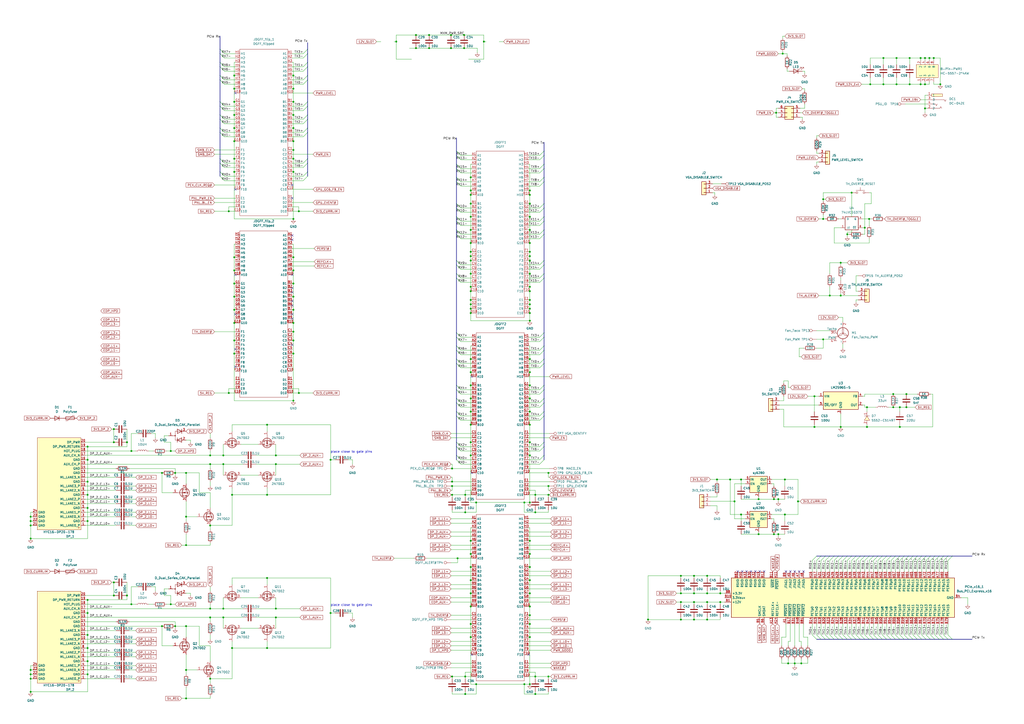
<source format=kicad_sch>
(kicad_sch (version 20230121) (generator eeschema)
  (paper "A2")
  (junction (at 307.34 356.87))
  (junction (at 307.34 344.17))
  (junction (at 273.05 328.93))
  (junction (at 307.34 181.61))
  (junction (at 121.92 304.8))
  (junction (at 455.295 278.13))
  (junction (at 429.895 278.13))
  (junction (at 307.34 179.07))
  (junction (at 502.92 247.65))
  (junction (at 536.575 33.655))
  (junction (at 307.34 186.055))
  (junction (at 160.02 264.16))
  (junction (at 76.2 350.52))
  (junction (at 307.34 328.93))
  (junction (at 191.77 266.7))
  (junction (at 307.34 168.91))
  (junction (at 310.515 402.59))
  (junction (at 451.485 289.56))
  (junction (at 520.065 33.655))
  (junction (at 307.34 215.9))
  (junction (at 307.34 336.55))
  (junction (at 440.055 309.88))
  (junction (at 273.05 223.52))
  (junction (at 262.255 281.94))
  (junction (at 160.02 358.14))
  (junction (at 135.89 179.705))
  (junction (at 17.78 299.72))
  (junction (at 410.21 359.41))
  (junction (at 262.255 392.43))
  (junction (at 50.8 347.98))
  (junction (at 402.59 334.01))
  (junction (at 265.43 323.85))
  (junction (at 304.165 291.465))
  (junction (at 273.05 173.99))
  (junction (at 307.34 246.38))
  (junction (at 170.18 156.845))
  (junction (at 50.8 259.08))
  (junction (at 307.34 118.11))
  (junction (at 99.06 350.52))
  (junction (at 50.8 294.64))
  (junction (at 135.89 187.325))
  (junction (at 50.8 287.02))
  (junction (at 501.65 132.08))
  (junction (at 262.255 287.02))
  (junction (at 154.94 375.92))
  (junction (at 527.685 33.655))
  (junction (at 135.89 164.465))
  (junction (at 410.21 344.17))
  (junction (at 307.34 351.79))
  (junction (at 512.445 33.655))
  (junction (at 135.89 197.485))
  (junction (at 107.95 299.72))
  (junction (at 394.97 359.41))
  (junction (at 273.05 208.28))
  (junction (at 50.8 355.6))
  (junction (at 170.18 99.695))
  (junction (at 273.05 179.07))
  (junction (at 273.05 313.69))
  (junction (at 273.05 146.05))
  (junction (at 269.875 402.59))
  (junction (at 318.135 287.02))
  (junction (at 269.24 20.32))
  (junction (at 154.94 287.02))
  (junction (at 276.225 291.465))
  (junction (at 310.515 287.02))
  (junction (at 273.05 238.76))
  (junction (at 410.21 334.01))
  (junction (at 273.05 118.11))
  (junction (at 307.34 396.875))
  (junction (at 451.485 309.88))
  (junction (at 307.34 125.73))
  (junction (at 273.05 264.16))
  (junction (at 50.8 375.92))
  (junction (at 276.225 396.875))
  (junction (at 241.3 20.32))
  (junction (at 307.34 133.35))
  (junction (at 17.78 312.42))
  (junction (at 307.34 166.37))
  (junction (at 273.05 215.9))
  (junction (at 512.445 48.895))
  (junction (at 99.06 261.62))
  (junction (at 307.34 231.14))
  (junction (at 170.18 127))
  (junction (at 101.6 274.32))
  (junction (at 462.915 290.83))
  (junction (at 307.34 146.05))
  (junction (at 107.95 274.32))
  (junction (at 307.34 256.54))
  (junction (at 170.18 172.085))
  (junction (at 107.95 363.22))
  (junction (at 525.78 236.22))
  (junction (at 310.515 392.43))
  (junction (at 50.8 383.54))
  (junction (at 248.92 27.94))
  (junction (at 402.59 349.25))
  (junction (at 135.89 149.225))
  (junction (at 280.67 24.13))
  (junction (at 448.945 289.56))
  (junction (at 135.89 43.815))
  (junction (at 269.875 392.43))
  (junction (at 273.05 336.55))
  (junction (at 160.02 269.24))
  (junction (at 107.95 388.62))
  (junction (at 93.98 274.32))
  (junction (at 170.18 51.435))
  (junction (at 450.215 65.405))
  (junction (at 121.92 264.16))
  (junction (at 66.04 337.82))
  (junction (at 273.05 158.75))
  (junction (at 273.05 321.31))
  (junction (at 132.715 227.965))
  (junction (at 541.655 33.655))
  (junction (at 402.59 344.17))
  (junction (at 472.44 247.65))
  (junction (at 269.24 27.94))
  (junction (at 273.05 102.87))
  (junction (at 318.135 281.94))
  (junction (at 135.89 66.675))
  (junction (at 307.34 208.28))
  (junction (at 170.18 81.915))
  (junction (at 273.05 166.37))
  (junction (at 536.575 48.895))
  (junction (at 170.18 187.325))
  (junction (at 307.34 238.76))
  (junction (at 170.18 66.675))
  (junction (at 73.66 256.54))
  (junction (at 455.295 298.45))
  (junction (at 525.78 228.6))
  (junction (at 17.78 391.16))
  (junction (at 129.54 353.06))
  (junction (at 170.18 164.465))
  (junction (at 129.54 358.14))
  (junction (at 481.33 171.45))
  (junction (at 487.68 171.45))
  (junction (at 170.18 197.485))
  (junction (at 170.18 86.995))
  (junction (at 426.085 290.83))
  (junction (at 170.18 232.41))
  (junction (at 229.87 24.13))
  (junction (at 129.54 264.16))
  (junction (at 66.04 345.44))
  (junction (at 135.89 99.695))
  (junction (at 261.62 20.32))
  (junction (at 101.6 363.22))
  (junction (at 394.97 334.01))
  (junction (at 191.77 355.6))
  (junction (at 269.875 297.18))
  (junction (at 121.92 358.14))
  (junction (at 170.18 74.295))
  (junction (at 135.89 74.295))
  (junction (at 487.68 247.65))
  (junction (at 50.8 279.4))
  (junction (at 461.01 384.81))
  (junction (at 134.62 375.92))
  (junction (at 534.035 48.895))
  (junction (at 17.78 401.32))
  (junction (at 17.78 302.26))
  (junction (at 135.89 172.085))
  (junction (at 448.945 309.88))
  (junction (at 307.34 110.49))
  (junction (at 307.34 223.52))
  (junction (at 545.465 48.895))
  (junction (at 73.66 345.44))
  (junction (at 307.34 113.03))
  (junction (at 135.89 59.055))
  (junction (at 417.83 344.17))
  (junction (at 410.21 349.25))
  (junction (at 375.92 359.41))
  (junction (at 472.44 229.87))
  (junction (at 518.16 236.22))
  (junction (at 273.05 176.53))
  (junction (at 273.05 344.17))
  (junction (at 491.49 135.89))
  (junction (at 107.95 316.23))
  (junction (at 93.98 363.22))
  (junction (at 262.255 271.78))
  (junction (at 273.05 168.91))
  (junction (at 121.92 393.7))
  (junction (at 135.89 156.845))
  (junction (at 273.05 113.03))
  (junction (at 50.8 266.7))
  (junction (at 423.545 278.13))
  (junction (at 135.89 81.915))
  (junction (at 135.89 51.435))
  (junction (at 170.18 205.105))
  (junction (at 310.515 297.18))
  (junction (at 477.52 127))
  (junction (at 273.05 369.57))
  (junction (at 273.05 110.49))
  (junction (at 154.94 335.28))
  (junction (at 17.78 393.7))
  (junction (at 318.135 392.43))
  (junction (at 17.78 304.8))
  (junction (at 504.825 48.895))
  (junction (at 273.05 133.35))
  (junction (at 135.89 205.105))
  (junction (at 273.05 351.79))
  (junction (at 273.05 125.73))
  (junction (at 520.065 48.895))
  (junction (at 394.97 344.17))
  (junction (at 248.92 20.32))
  (junction (at 129.54 269.24))
  (junction (at 307.34 140.97))
  (junction (at 307.34 264.16))
  (junction (at 494.03 111.76))
  (junction (at 307.34 291.465))
  (junction (at 170.18 92.075))
  (junction (at 273.05 231.14))
  (junction (at 307.34 148.59))
  (junction (at 307.34 158.75))
  (junction (at 477.52 196.85))
  (junction (at 261.62 27.94))
  (junction (at 173.355 122.555))
  (junction (at 273.05 148.59))
  (junction (at 464.82 384.81))
  (junction (at 487.68 152.4))
  (junction (at 160.02 353.06))
  (junction (at 440.055 289.56))
  (junction (at 504.19 127))
  (junction (at 273.05 256.54))
  (junction (at 66.04 248.92))
  (junction (at 134.62 287.02))
  (junction (at 121.92 269.24))
  (junction (at 273.05 361.95))
  (junction (at 262.255 279.4))
  (junction (at 121.92 353.06))
  (junction (at 307.34 176.53))
  (junction (at 429.895 298.45))
  (junction (at 502.92 236.22))
  (junction (at 170.18 179.705))
  (junction (at 76.2 261.62))
  (junction (at 269.875 287.02))
  (junction (at 307.34 173.99))
  (junction (at 307.34 369.57))
  (junction (at 273.05 246.38))
  (junction (at 170.18 149.225))
  (junction (at 154.94 246.38))
  (junction (at 304.165 396.875))
  (junction (at 318.135 274.32))
  (junction (at 307.34 313.69))
  (junction (at 454.025 31.115))
  (junction (at 273.05 151.13))
  (junction (at 170.18 59.055))
  (junction (at 534.035 33.655))
  (junction (at 50.8 302.26))
  (junction (at 241.3 27.94))
  (junction (at 66.04 256.54))
  (junction (at 132.715 122.555))
  (junction (at 273.05 181.61))
  (junction (at 307.34 361.95))
  (junction (at 170.18 192.405))
  (junction (at 402.59 359.41))
  (junction (at 394.97 349.25))
  (junction (at 521.97 236.22))
  (junction (at 135.89 92.075))
  (junction (at 477.52 115.57))
  (junction (at 50.8 391.16))
  (junction (at 457.2 384.81))
  (junction (at 536.575 62.865))
  (junction (at 521.97 247.65))
  (junction (at 417.83 349.25))
  (junction (at 415.925 278.13))
  (junction (at 307.34 151.13))
  (junction (at 17.78 388.62))
  (junction (at 518.16 228.6))
  (junction (at 307.34 321.31))
  (junction (at 170.18 43.815))
  (junction (at 107.95 405.13))
  (junction (at 273.05 140.97))
  (junction (at 173.355 227.965))
  (junction (at 527.685 48.895))
  (junction (at 50.8 368.3))
  (junction (at 539.115 33.655))
  (no_connect (at 427.99 331.47))
  (no_connect (at 433.07 331.47))
  (no_connect (at 430.53 331.47))
  (no_connect (at 455.93 331.47))
  (no_connect (at 463.55 331.47))
  (no_connect (at 440.69 331.47))
  (no_connect (at 458.47 331.47))
  (no_connect (at 306.705 379.73))
  (no_connect (at 273.685 379.73))
  (no_connect (at 273.685 274.32))
  (no_connect (at 438.15 331.47))
  (no_connect (at 466.09 331.47))
  (no_connect (at 273.685 218.44))
  (no_connect (at 435.61 331.47))
  (no_connect (at 443.23 331.47))
  (no_connect (at 169.545 136.525))
  (no_connect (at 169.545 139.065))
  (no_connect (at 169.545 167.005))
  (no_connect (at 169.545 169.545))
  (no_connect (at 169.545 174.625))
  (no_connect (at 169.545 177.165))
  (no_connect (at 169.545 182.245))
  (no_connect (at 136.525 159.385))
  (no_connect (at 169.545 159.385))
  (no_connect (at 169.545 184.785))
  (no_connect (at 169.545 200.025))
  (no_connect (at 136.525 182.245))
  (no_connect (at 136.525 212.725))
  (no_connect (at 136.525 202.565))
  (no_connect (at 136.525 109.855))
  (no_connect (at 169.545 114.935))
  (no_connect (at 169.545 107.315))
  (no_connect (at 136.525 53.975))
  (no_connect (at 461.01 331.47))
  (bus_entry (at 178.435 76.835) (size -2.54 2.54))
  (bus_entry (at 178.435 99.695) (size -2.54 2.54))
  (bus_entry (at 267.335 97.79) (size -2.54 -2.54))
  (bus_entry (at 127.635 69.215) (size 2.54 2.54))
  (bus_entry (at 313.055 135.89) (size 2.54 -2.54))
  (bus_entry (at 549.91 368.3) (size 2.54 2.54))
  (bus_entry (at 313.055 90.17) (size 2.54 -2.54))
  (bus_entry (at 178.435 102.235) (size -2.54 2.54))
  (bus_entry (at 127.635 99.695) (size 2.54 2.54))
  (bus_entry (at 127.635 74.295) (size 2.54 2.54))
  (bus_entry (at 313.055 138.43) (size 2.54 -2.54))
  (bus_entry (at 471.17 368.3) (size 2.54 2.54))
  (bus_entry (at 313.055 92.71) (size 2.54 -2.54))
  (bus_entry (at 473.71 325.12) (size 2.54 -2.54))
  (bus_entry (at 483.87 325.12) (size 2.54 -2.54))
  (bus_entry (at 501.65 325.12) (size 2.54 -2.54))
  (bus_entry (at 267.335 161.29) (size -2.54 -2.54))
  (bus_entry (at 534.67 368.3) (size 2.54 2.54))
  (bus_entry (at 178.435 43.815) (size -2.54 2.54))
  (bus_entry (at 542.29 325.12) (size 2.54 -2.54))
  (bus_entry (at 178.435 38.735) (size -2.54 2.54))
  (bus_entry (at 496.57 368.3) (size 2.54 2.54))
  (bus_entry (at 539.75 325.12) (size 2.54 -2.54))
  (bus_entry (at 547.37 325.12) (size 2.54 -2.54))
  (bus_entry (at 486.41 325.12) (size 2.54 -2.54))
  (bus_entry (at 127.635 28.575) (size 2.54 2.54))
  (bus_entry (at 178.435 31.115) (size -2.54 2.54))
  (bus_entry (at 504.19 325.12) (size 2.54 -2.54))
  (bus_entry (at 496.57 325.12) (size 2.54 -2.54))
  (bus_entry (at 511.81 368.3) (size 2.54 2.54))
  (bus_entry (at 494.03 325.12) (size 2.54 -2.54))
  (bus_entry (at 524.51 368.3) (size 2.54 2.54))
  (bus_entry (at 267.335 153.67) (size -2.54 -2.54))
  (bus_entry (at 315.595 233.68) (size -2.54 2.54))
  (bus_entry (at 315.595 238.76) (size -2.54 2.54))
  (bus_entry (at 315.595 223.52) (size -2.54 2.54))
  (bus_entry (at 315.595 231.14) (size -2.54 2.54))
  (bus_entry (at 315.595 226.06) (size -2.54 2.54))
  (bus_entry (at 315.595 266.7) (size -2.54 2.54))
  (bus_entry (at 315.595 210.82) (size -2.54 2.54))
  (bus_entry (at 315.595 264.16) (size -2.54 2.54))
  (bus_entry (at 315.595 259.08) (size -2.54 2.54))
  (bus_entry (at 315.595 256.54) (size -2.54 2.54))
  (bus_entry (at 315.595 241.3) (size -2.54 2.54))
  (bus_entry (at 542.29 368.3) (size 2.54 2.54))
  (bus_entry (at 527.05 325.12) (size 2.54 -2.54))
  (bus_entry (at 488.95 368.3) (size 2.54 2.54))
  (bus_entry (at 178.435 92.075) (size -2.54 2.54))
  (bus_entry (at 488.95 325.12) (size 2.54 -2.54))
  (bus_entry (at 476.25 325.12) (size 2.54 -2.54))
  (bus_entry (at 313.055 161.29) (size 2.54 -2.54))
  (bus_entry (at 313.055 105.41) (size 2.54 -2.54))
  (bus_entry (at 521.97 368.3) (size 2.54 2.54))
  (bus_entry (at 127.635 43.815) (size 2.54 2.54))
  (bus_entry (at 499.11 325.12) (size 2.54 -2.54))
  (bus_entry (at 504.19 368.3) (size 2.54 2.54))
  (bus_entry (at 267.335 100.33) (size -2.54 -2.54))
  (bus_entry (at 509.27 325.12) (size 2.54 -2.54))
  (bus_entry (at 534.67 325.12) (size 2.54 -2.54))
  (bus_entry (at 532.13 368.3) (size 2.54 2.54))
  (bus_entry (at 313.055 123.19) (size 2.54 -2.54))
  (bus_entry (at 267.335 135.89) (size -2.54 -2.54))
  (bus_entry (at 313.055 107.95) (size 2.54 -2.54))
  (bus_entry (at 471.17 325.12) (size 2.54 -2.54))
  (bus_entry (at 527.05 368.3) (size 2.54 2.54))
  (bus_entry (at 267.335 90.17) (size -2.54 -2.54))
  (bus_entry (at 481.33 325.12) (size 2.54 -2.54))
  (bus_entry (at 127.635 61.595) (size 2.54 2.54))
  (bus_entry (at 506.73 368.3) (size 2.54 2.54))
  (bus_entry (at 178.435 59.055) (size -2.54 2.54))
  (bus_entry (at 127.635 46.355) (size 2.54 2.54))
  (bus_entry (at 521.97 325.12) (size 2.54 -2.54))
  (bus_entry (at 178.435 36.195) (size -2.54 2.54))
  (bus_entry (at 519.43 325.12) (size 2.54 -2.54))
  (bus_entry (at 544.83 325.12) (size 2.54 -2.54))
  (bus_entry (at 516.89 325.12) (size 2.54 -2.54))
  (bus_entry (at 127.635 66.675) (size 2.54 2.54))
  (bus_entry (at 491.49 325.12) (size 2.54 -2.54))
  (bus_entry (at 486.41 368.3) (size 2.54 2.54))
  (bus_entry (at 483.87 368.3) (size 2.54 2.54))
  (bus_entry (at 514.35 325.12) (size 2.54 -2.54))
  (bus_entry (at 537.21 325.12) (size 2.54 -2.54))
  (bus_entry (at 178.435 28.575) (size -2.54 2.54))
  (bus_entry (at 127.635 76.835) (size 2.54 2.54))
  (bus_entry (at 127.635 102.235) (size 2.54 2.54))
  (bus_entry (at 313.055 100.33) (size 2.54 -2.54))
  (bus_entry (at 178.435 94.615) (size -2.54 2.54))
  (bus_entry (at 491.49 368.3) (size 2.54 2.54))
  (bus_entry (at 544.83 368.3) (size 2.54 2.54))
  (bus_entry (at 547.37 368.3) (size 2.54 2.54))
  (bus_entry (at 511.81 325.12) (size 2.54 -2.54))
  (bus_entry (at 476.25 368.3) (size 2.54 2.54))
  (bus_entry (at 264.795 264.16) (size 2.54 2.54))
  (bus_entry (at 264.795 259.08) (size 2.54 2.54))
  (bus_entry (at 264.795 266.7) (size 2.54 2.54))
  (bus_entry (at 178.435 46.355) (size -2.54 2.54))
  (bus_entry (at 313.055 128.27) (size 2.54 -2.54))
  (bus_entry (at 499.11 368.3) (size 2.54 2.54))
  (bus_entry (at 537.21 368.3) (size 2.54 2.54))
  (bus_entry (at 264.795 153.67) (size 2.54 2.54))
  (bus_entry (at 549.91 325.12) (size 2.54 -2.54))
  (bus_entry (at 506.73 325.12) (size 2.54 -2.54))
  (bus_entry (at 313.055 120.65) (size 2.54 -2.54))
  (bus_entry (at 264.795 208.28) (size 2.54 2.54))
  (bus_entry (at 264.795 223.52) (size 2.54 2.54))
  (bus_entry (at 264.795 233.68) (size 2.54 2.54))
  (bus_entry (at 264.795 203.2) (size 2.54 2.54))
  (bus_entry (at 264.795 161.29) (size 2.54 2.54))
  (bus_entry (at 264.795 195.58) (size 2.54 2.54))
  (bus_entry (at 264.795 193.04) (size 2.54 2.54))
  (bus_entry (at 264.795 241.3) (size 2.54 2.54))
  (bus_entry (at 264.795 256.54) (size 2.54 2.54))
  (bus_entry (at 264.795 238.76) (size 2.54 2.54))
  (bus_entry (at 264.795 231.14) (size 2.54 2.54))
  (bus_entry (at 264.795 226.06) (size 2.54 2.54))
  (bus_entry (at 264.795 200.66) (size 2.54 2.54))
  (bus_entry (at 264.795 210.82) (size 2.54 2.54))
  (bus_entry (at 539.75 368.3) (size 2.54 2.54))
  (bus_entry (at 267.335 128.27) (size -2.54 -2.54))
  (bus_entry (at 127.635 94.615) (size 2.54 2.54))
  (bus_entry (at 516.89 368.3) (size 2.54 2.54))
  (bus_entry (at 494.03 368.3) (size 2.54 2.54))
  (bus_entry (at 267.335 107.95) (size -2.54 -2.54))
  (bus_entry (at 478.79 325.12) (size 2.54 -2.54))
  (bus_entry (at 178.435 61.595) (size -2.54 2.54))
  (bus_entry (at 267.335 138.43) (size -2.54 -2.54))
  (bus_entry (at 514.35 368.3) (size 2.54 2.54))
  (bus_entry (at 267.335 123.19) (size -2.54 -2.54))
  (bus_entry (at 313.055 153.67) (size 2.54 -2.54))
  (bus_entry (at 315.595 193.04) (size -2.54 2.54))
  (bus_entry (at 315.595 195.58) (size -2.54 2.54))
  (bus_entry (at 315.595 200.66) (size -2.54 2.54))
  (bus_entry (at 315.595 161.29) (size -2.54 2.54))
  (bus_entry (at 315.595 203.2) (size -2.54 2.54))
  (bus_entry (at 315.595 208.28) (size -2.54 2.54))
  (bus_entry (at 313.055 97.79) (size 2.54 -2.54))
  (bus_entry (at 127.635 36.195) (size 2.54 2.54))
  (bus_entry (at 473.71 368.3) (size 2.54 2.54))
  (bus_entry (at 127.635 92.075) (size 2.54 2.54))
  (bus_entry (at 178.435 66.675) (size -2.54 2.54))
  (bus_entry (at 267.335 130.81) (size -2.54 -2.54))
  (bus_entry (at 267.335 105.41) (size -2.54 -2.54))
  (bus_entry (at 267.335 92.71) (size -2.54 -2.54))
  (bus_entry (at 267.335 120.65) (size -2.54 -2.54))
  (bus_entry (at 509.27 368.3) (size 2.54 2.54))
  (bus_entry (at 532.13 325.12) (size 2.54 -2.54))
  (bus_entry (at 127.635 31.115) (size 2.54 2.54))
  (bus_entry (at 315.595 153.67) (size -2.54 2.54))
  (bus_entry (at 178.435 74.295) (size -2.54 2.54))
  (bus_entry (at 127.635 38.735) (size 2.54 2.54))
  (bus_entry (at 524.51 325.12) (size 2.54 -2.54))
  (bus_entry (at 127.635 59.055) (size 2.54 2.54))
  (bus_entry (at 501.65 368.3) (size 2.54 2.54))
  (bus_entry (at 481.33 368.3) (size 2.54 2.54))
  (bus_entry (at 313.055 130.81) (size 2.54 -2.54))
  (bus_entry (at 529.59 325.12) (size 2.54 -2.54))
  (bus_entry (at 178.435 69.215) (size -2.54 2.54))
  (bus_entry (at 529.59 368.3) (size 2.54 2.54))
  (bus_entry (at 478.79 368.3) (size 2.54 2.54))
  (bus_entry (at 519.43 368.3) (size 2.54 2.54))
  (wire (pts (xy 448.945 309.88) (xy 451.485 309.88)))
  (bus (pts (xy 127.635 28.575) (xy 127.635 31.115)))
  (wire (pts (xy 306.705 135.89) (xy 313.055 135.89)))
  (bus (pts (xy 527.05 322.58) (xy 529.59 322.58)))
  (wire (pts (xy 78.74 381) (xy 74.93 381)))
  (wire (pts (xy 262.255 276.86) (xy 262.255 279.4)))
  (wire (pts (xy 229.87 20.32) (xy 241.3 20.32)))
  (wire (pts (xy 169.545 53.975) (xy 181.61 53.975)))
  (wire (pts (xy 87.63 251.46) (xy 90.17 251.46)))
  (wire (pts (xy 549.91 361.95) (xy 549.91 368.3)))
  (wire (pts (xy 261.62 334.01) (xy 273.685 334.01)))
  (wire (pts (xy 267.335 226.06) (xy 273.685 226.06)))
  (wire (pts (xy 306.705 308.61) (xy 319.405 308.61)))
  (wire (pts (xy 307.34 125.73) (xy 307.34 118.11)))
  (wire (pts (xy 93.98 274.32) (xy 93.98 285.75)))
  (wire (pts (xy 306.705 179.07) (xy 307.34 179.07)))
  (wire (pts (xy 307.34 186.055) (xy 307.34 181.61)))
  (wire (pts (xy 130.175 46.355) (xy 136.525 46.355)))
  (wire (pts (xy 154.94 335.28) (xy 134.62 335.28)))
  (bus (pts (xy 481.33 322.58) (xy 483.87 322.58)))
  (wire (pts (xy 549.91 325.12) (xy 549.91 331.47)))
  (wire (pts (xy 394.97 342.9) (xy 394.97 344.17)))
  (wire (pts (xy 129.54 358.14) (xy 140.97 358.14)))
  (wire (pts (xy 273.05 208.28) (xy 273.685 208.28)))
  (wire (pts (xy 519.43 361.95) (xy 519.43 368.3)))
  (wire (pts (xy 306.705 254) (xy 318.77 254)))
  (wire (pts (xy 261.62 359.41) (xy 273.685 359.41)))
  (wire (pts (xy 306.705 339.09) (xy 319.405 339.09)))
  (wire (pts (xy 454.025 22.225) (xy 454.025 20.955)))
  (wire (pts (xy 115.57 363.22) (xy 107.95 363.22)))
  (wire (pts (xy 536.575 47.625) (xy 536.575 48.895)))
  (bus (pts (xy 127.635 43.815) (xy 127.635 46.355)))
  (bus (pts (xy 178.435 28.575) (xy 178.435 31.115)))
  (wire (pts (xy 529.59 325.12) (xy 529.59 331.47)))
  (wire (pts (xy 417.83 344.17) (xy 420.37 344.17)))
  (wire (pts (xy 169.545 227.965) (xy 173.355 227.965)))
  (wire (pts (xy 273.05 369.57) (xy 273.05 361.95)))
  (wire (pts (xy 429.895 298.45) (xy 423.545 298.45)))
  (wire (pts (xy 452.12 237.49) (xy 454.66 237.49)))
  (bus (pts (xy 532.13 370.84) (xy 534.67 370.84)))
  (wire (pts (xy 160.02 358.14) (xy 160.02 364.49)))
  (wire (pts (xy 520.065 33.655) (xy 520.065 37.465)))
  (wire (pts (xy 477.52 127) (xy 477.52 124.46)))
  (wire (pts (xy 520.065 45.085) (xy 520.065 48.895)))
  (wire (pts (xy 124.46 114.935) (xy 136.525 114.935)))
  (bus (pts (xy 315.595 95.25) (xy 315.595 90.17)))
  (wire (pts (xy 273.05 110.49) (xy 273.685 110.49)))
  (bus (pts (xy 539.75 322.58) (xy 542.29 322.58)))
  (wire (pts (xy 267.335 105.41) (xy 273.685 105.41)))
  (wire (pts (xy 534.035 57.785) (xy 537.845 57.785)))
  (wire (pts (xy 148.59 358.14) (xy 160.02 358.14)))
  (bus (pts (xy 264.795 161.29) (xy 264.795 193.04)))
  (wire (pts (xy 505.46 118.11) (xy 501.65 118.11)))
  (wire (pts (xy 267.335 198.12) (xy 273.685 198.12)))
  (wire (pts (xy 50.8 355.6) (xy 50.8 347.98)))
  (wire (pts (xy 136.525 164.465) (xy 135.89 164.465)))
  (wire (pts (xy 64.77 248.92) (xy 66.04 248.92)))
  (wire (pts (xy 273.05 238.76) (xy 273.685 238.76)))
  (bus (pts (xy 478.79 370.84) (xy 481.33 370.84)))
  (wire (pts (xy 107.95 363.22) (xy 107.95 369.57)))
  (wire (pts (xy 135.89 187.325) (xy 135.89 197.485)))
  (bus (pts (xy 315.595 238.76) (xy 315.595 241.3)))
  (bus (pts (xy 544.83 322.58) (xy 547.37 322.58)))
  (wire (pts (xy 121.92 358.14) (xy 121.92 360.68)))
  (wire (pts (xy 273.05 181.61) (xy 273.05 179.07)))
  (bus (pts (xy 127.635 31.115) (xy 127.635 36.195)))
  (wire (pts (xy 173.355 227.965) (xy 181.61 227.965)))
  (wire (pts (xy 521.97 246.38) (xy 521.97 247.65)))
  (wire (pts (xy 539.75 361.95) (xy 539.75 368.3)))
  (wire (pts (xy 273.05 215.9) (xy 273.05 223.52)))
  (wire (pts (xy 169.545 192.405) (xy 170.18 192.405)))
  (wire (pts (xy 414.655 111.76) (xy 414.655 113.03)))
  (wire (pts (xy 78.74 284.48) (xy 74.93 284.48)))
  (wire (pts (xy 262.255 281.94) (xy 262.255 284.48)))
  (wire (pts (xy 514.35 361.95) (xy 514.35 368.3)))
  (wire (pts (xy 478.79 325.12) (xy 478.79 331.47)))
  (wire (pts (xy 426.085 280.67) (xy 426.085 290.83)))
  (wire (pts (xy 473.71 201.93) (xy 477.52 201.93)))
  (wire (pts (xy 169.545 179.705) (xy 170.18 179.705)))
  (wire (pts (xy 110.49 344.17) (xy 107.95 344.17)))
  (wire (pts (xy 267.335 90.17) (xy 273.685 90.17)))
  (wire (pts (xy 394.97 349.25) (xy 394.97 350.52)))
  (wire (pts (xy 90.17 340.36) (xy 90.17 342.9)))
  (wire (pts (xy 306.705 146.05) (xy 307.34 146.05)))
  (wire (pts (xy 505.46 111.76) (xy 505.46 118.11)))
  (wire (pts (xy 78.74 299.72) (xy 74.93 299.72)))
  (wire (pts (xy 160.02 353.06) (xy 173.99 353.06)))
  (wire (pts (xy 99.06 345.44) (xy 99.06 350.52)))
  (wire (pts (xy 466.725 52.705) (xy 466.725 51.435)))
  (wire (pts (xy 191.77 355.6) (xy 191.77 335.28)))
  (bus (pts (xy 178.435 43.815) (xy 178.435 46.355)))
  (bus (pts (xy 506.73 370.84) (xy 509.27 370.84)))
  (wire (pts (xy 306.705 226.06) (xy 313.055 226.06)))
  (bus (pts (xy 315.595 125.73) (xy 315.595 120.65)))
  (wire (pts (xy 541.655 33.655) (xy 541.655 34.925)))
  (wire (pts (xy 78.74 289.56) (xy 74.93 289.56)))
  (bus (pts (xy 534.67 322.58) (xy 537.21 322.58)))
  (wire (pts (xy 306.705 251.46) (xy 318.77 251.46)))
  (wire (pts (xy 261.62 364.49) (xy 273.685 364.49)))
  (wire (pts (xy 402.59 334.01) (xy 394.97 334.01)))
  (wire (pts (xy 273.05 313.69) (xy 273.05 306.07)))
  (wire (pts (xy 306.705 163.83) (xy 313.055 163.83)))
  (wire (pts (xy 262.255 281.94) (xy 273.685 281.94)))
  (wire (pts (xy 204.47 358.14) (xy 204.47 355.6)))
  (wire (pts (xy 499.11 361.95) (xy 499.11 368.3)))
  (wire (pts (xy 457.2 372.11) (xy 458.47 372.11)))
  (wire (pts (xy 306.705 200.66) (xy 307.34 200.66)))
  (bus (pts (xy 544.83 370.84) (xy 547.37 370.84)))
  (wire (pts (xy 273.05 140.97) (xy 273.05 146.05)))
  (wire (pts (xy 487.68 171.45) (xy 481.33 171.45)))
  (wire (pts (xy 402.59 358.14) (xy 402.59 359.41)))
  (wire (pts (xy 545.465 48.895) (xy 541.655 48.895)))
  (wire (pts (xy 169.545 48.895) (xy 175.895 48.895)))
  (wire (pts (xy 494.03 111.76) (xy 477.52 111.76)))
  (wire (pts (xy 273.05 336.55) (xy 273.685 336.55)))
  (wire (pts (xy 481.33 325.12) (xy 481.33 331.47)))
  (wire (pts (xy 121.92 393.7) (xy 134.62 393.7)))
  (wire (pts (xy 170.18 149.225) (xy 170.18 156.845)))
  (wire (pts (xy 170.18 179.705) (xy 170.18 187.325)))
  (wire (pts (xy 497.84 160.02) (xy 496.57 160.02)))
  (bus (pts (xy 488.95 322.58) (xy 491.49 322.58)))
  (wire (pts (xy 306.705 323.85) (xy 319.405 323.85)))
  (bus (pts (xy 504.19 370.84) (xy 506.73 370.84)))
  (wire (pts (xy 134.62 304.8) (xy 134.62 287.02)))
  (wire (pts (xy 306.705 241.3) (xy 313.055 241.3)))
  (wire (pts (xy 78.74 304.8) (xy 74.93 304.8)))
  (wire (pts (xy 170.18 59.055) (xy 170.18 66.675)))
  (wire (pts (xy 204.47 269.24) (xy 204.47 266.7)))
  (wire (pts (xy 261.62 308.61) (xy 273.685 308.61)))
  (bus (pts (xy 315.595 105.41) (xy 315.595 102.87)))
  (wire (pts (xy 229.87 34.29) (xy 229.87 24.13)))
  (wire (pts (xy 261.62 392.43) (xy 262.255 392.43)))
  (wire (pts (xy 410.21 334.01) (xy 410.21 335.28)))
  (wire (pts (xy 49.53 289.56) (xy 67.31 289.56)))
  (wire (pts (xy 481.33 152.4) (xy 481.33 158.75)))
  (wire (pts (xy 477.52 201.93) (xy 477.52 196.85)))
  (wire (pts (xy 267.335 210.82) (xy 273.685 210.82)))
  (wire (pts (xy 473.71 325.12) (xy 473.71 331.47)))
  (wire (pts (xy 473.71 88.9) (xy 473.71 87.63)))
  (wire (pts (xy 19.05 391.16) (xy 17.78 391.16)))
  (wire (pts (xy 539.75 325.12) (xy 539.75 331.47)))
  (wire (pts (xy 488.95 325.12) (xy 488.95 331.47)))
  (bus (pts (xy 264.795 135.89) (xy 264.795 151.13)))
  (wire (pts (xy 154.94 287.02) (xy 154.94 283.21)))
  (wire (pts (xy 318.135 287.02) (xy 318.77 287.02)))
  (wire (pts (xy 261.62 303.53) (xy 273.685 303.53)))
  (wire (pts (xy 170.18 86.995) (xy 170.18 92.075)))
  (wire (pts (xy 448.945 280.67) (xy 448.945 281.94)))
  (wire (pts (xy 169.545 69.215) (xy 175.895 69.215)))
  (wire (pts (xy 115.57 374.65) (xy 115.57 363.22)))
  (wire (pts (xy 267.335 269.24) (xy 273.685 269.24)))
  (wire (pts (xy 261.62 384.81) (xy 273.685 384.81)))
  (bus (pts (xy 264.795 87.63) (xy 264.795 80.01)))
  (wire (pts (xy 19.05 304.8) (xy 17.78 304.8)))
  (wire (pts (xy 306.705 213.36) (xy 313.055 213.36)))
  (wire (pts (xy 50.8 368.3) (xy 50.8 375.92)))
  (bus (pts (xy 127.635 92.075) (xy 127.635 94.615)))
  (bus (pts (xy 315.595 97.79) (xy 315.595 95.25)))
  (wire (pts (xy 273.05 344.17) (xy 273.685 344.17)))
  (wire (pts (xy 261.62 276.86) (xy 262.255 276.86)))
  (wire (pts (xy 273.05 396.875) (xy 273.05 369.57)))
  (wire (pts (xy 78.74 373.38) (xy 74.93 373.38)))
  (bus (pts (xy 514.35 370.84) (xy 516.89 370.84)))
  (wire (pts (xy 273.05 168.91) (xy 273.05 173.99)))
  (wire (pts (xy 135.89 172.085) (xy 135.89 179.705)))
  (wire (pts (xy 267.335 120.65) (xy 273.685 120.65)))
  (wire (pts (xy 50.8 259.08) (xy 73.66 259.08)))
  (wire (pts (xy 17.78 302.26) (xy 17.78 304.8)))
  (wire (pts (xy 306.705 346.71) (xy 319.405 346.71)))
  (wire (pts (xy 273.05 179.07) (xy 273.05 176.53)))
  (wire (pts (xy 496.57 160.02) (xy 496.57 168.91)))
  (wire (pts (xy 494.03 111.76) (xy 494.03 125.73)))
  (bus (pts (xy 537.21 370.84) (xy 539.75 370.84)))
  (wire (pts (xy 429.895 309.88) (xy 440.055 309.88)))
  (wire (pts (xy 262.255 269.24) (xy 262.255 271.78)))
  (wire (pts (xy 87.63 340.36) (xy 90.17 340.36)))
  (wire (pts (xy 169.545 149.225) (xy 170.18 149.225)))
  (wire (pts (xy 169.545 59.055) (xy 170.18 59.055)))
  (wire (pts (xy 121.92 353.06) (xy 129.54 353.06)))
  (wire (pts (xy 306.705 271.78) (xy 318.77 271.78)))
  (wire (pts (xy 121.92 269.24) (xy 129.54 269.24)))
  (wire (pts (xy 50.8 279.4) (xy 50.8 287.02)))
  (wire (pts (xy 486.41 361.95) (xy 486.41 368.3)))
  (wire (pts (xy 307.34 369.57) (xy 307.34 396.875)))
  (wire (pts (xy 267.335 228.6) (xy 273.685 228.6)))
  (wire (pts (xy 307.34 208.28) (xy 306.705 208.28)))
  (wire (pts (xy 135.89 149.225) (xy 135.89 156.845)))
  (bus (pts (xy 264.795 231.14) (xy 264.795 233.68)))
  (wire (pts (xy 306.705 138.43) (xy 313.055 138.43)))
  (bus (pts (xy 178.435 31.115) (xy 178.435 36.195)))
  (wire (pts (xy 273.05 113.03) (xy 273.685 113.03)))
  (wire (pts (xy 306.705 198.12) (xy 313.055 198.12)))
  (wire (pts (xy 132.715 122.555) (xy 136.525 122.555)))
  (wire (pts (xy 306.705 359.41) (xy 319.405 359.41)))
  (wire (pts (xy 509.27 325.12) (xy 509.27 331.47)))
  (wire (pts (xy 273.05 200.66) (xy 273.05 208.28)))
  (wire (pts (xy 516.89 361.95) (xy 516.89 368.3)))
  (wire (pts (xy 261.62 279.4) (xy 262.255 279.4)))
  (wire (pts (xy 273.05 369.57) (xy 273.685 369.57)))
  (wire (pts (xy 306.705 228.6) (xy 313.055 228.6)))
  (wire (pts (xy 521.97 236.22) (xy 525.78 236.22)))
  (wire (pts (xy 129.54 346.71) (xy 129.54 353.06)))
  (wire (pts (xy 542.29 361.95) (xy 542.29 368.3)))
  (wire (pts (xy 306.705 384.81) (xy 319.405 384.81)))
  (wire (pts (xy 477.52 196.85) (xy 481.33 196.85)))
  (wire (pts (xy 49.53 274.32) (xy 93.98 274.32)))
  (wire (pts (xy 547.37 325.12) (xy 547.37 331.47)))
  (wire (pts (xy 536.575 33.655) (xy 539.115 33.655)))
  (wire (pts (xy 527.685 33.655) (xy 534.035 33.655)))
  (wire (pts (xy 49.53 381) (xy 67.31 381)))
  (bus (pts (xy 494.03 322.58) (xy 496.57 322.58)))
  (wire (pts (xy 136.525 141.605) (xy 135.89 141.605)))
  (bus (pts (xy 264.795 210.82) (xy 264.795 223.52)))
  (wire (pts (xy 130.175 33.655) (xy 136.525 33.655)))
  (wire (pts (xy 501.65 118.11) (xy 501.65 132.08)))
  (wire (pts (xy 121.92 269.24) (xy 121.92 271.78)))
  (bus (pts (xy 178.435 24.765) (xy 178.435 28.575)))
  (wire (pts (xy 394.97 334.01) (xy 375.92 334.01)))
  (wire (pts (xy 135.89 232.41) (xy 135.89 205.105)))
  (wire (pts (xy 191.77 375.92) (xy 191.77 355.6)))
  (wire (pts (xy 261.62 284.48) (xy 262.255 284.48)))
  (wire (pts (xy 50.8 375.92) (xy 50.8 383.54)))
  (wire (pts (xy 262.255 401.32) (xy 262.255 402.59)))
  (bus (pts (xy 264.795 128.27) (xy 264.795 125.73)))
  (wire (pts (xy 154.94 375.92) (xy 191.77 375.92)))
  (bus (pts (xy 127.635 36.195) (xy 127.635 38.735)))
  (bus (pts (xy 264.795 233.68) (xy 264.795 238.76)))
  (wire (pts (xy 50.8 347.98) (xy 73.66 347.98)))
  (wire (pts (xy 136.525 36.195) (xy 135.89 36.195)))
  (wire (pts (xy 310.515 392.43) (xy 310.515 393.7)))
  (wire (pts (xy 306.705 344.17) (xy 307.34 344.17)))
  (wire (pts (xy 130.175 97.155) (xy 136.525 97.155)))
  (wire (pts (xy 307.34 321.31) (xy 307.34 313.69)))
  (wire (pts (xy 306.705 181.61) (xy 307.34 181.61)))
  (wire (pts (xy 463.55 207.01) (xy 463.55 201.93)))
  (wire (pts (xy 204.47 266.7) (xy 201.93 266.7)))
  (wire (pts (xy 273.05 133.35) (xy 273.685 133.35)))
  (wire (pts (xy 262.255 271.78) (xy 273.685 271.78)))
  (wire (pts (xy 306.705 372.11) (xy 319.405 372.11)))
  (bus (pts (xy 264.795 90.17) (xy 264.795 87.63)))
  (wire (pts (xy 93.98 374.65) (xy 100.33 374.65)))
  (wire (pts (xy 306.705 331.47) (xy 319.405 331.47)))
  (wire (pts (xy 455.295 281.94) (xy 455.295 278.13)))
  (wire (pts (xy 130.175 102.235) (xy 136.525 102.235)))
  (wire (pts (xy 136.525 156.845) (xy 135.89 156.845)))
  (wire (pts (xy 307.34 176.53) (xy 307.34 173.99)))
  (wire (pts (xy 78.74 393.7) (xy 74.93 393.7)))
  (wire (pts (xy 306.705 274.32) (xy 318.135 274.32)))
  (wire (pts (xy 306.705 130.81) (xy 313.055 130.81)))
  (wire (pts (xy 64.77 337.82) (xy 66.04 337.82)))
  (wire (pts (xy 49.53 363.22) (xy 93.98 363.22)))
  (wire (pts (xy 134.62 393.7) (xy 134.62 375.92)))
  (wire (pts (xy 271.78 34.29) (xy 280.67 34.29)))
  (wire (pts (xy 512.445 45.085) (xy 512.445 48.895)))
  (wire (pts (xy 456.565 31.115) (xy 456.565 32.385)))
  (wire (pts (xy 49.53 276.86) (xy 67.31 276.86)))
  (wire (pts (xy 524.51 361.95) (xy 524.51 368.3)))
  (wire (pts (xy 306.705 233.68) (xy 313.055 233.68)))
  (wire (pts (xy 306.705 110.49) (xy 307.34 110.49)))
  (wire (pts (xy 521.97 325.12) (xy 521.97 331.47)))
  (wire (pts (xy 306.705 123.19) (xy 313.055 123.19)))
  (wire (pts (xy 273.05 118.11) (xy 273.685 118.11)))
  (wire (pts (xy 50.8 401.32) (xy 17.78 401.32)))
  (wire (pts (xy 494.03 134.62) (xy 491.49 134.62)))
  (wire (pts (xy 306.705 113.03) (xy 307.34 113.03)))
  (wire (pts (xy 267.335 100.33) (xy 273.685 100.33)))
  (wire (pts (xy 261.62 271.78) (xy 262.255 271.78)))
  (bus (pts (xy 315.595 151.13) (xy 315.595 153.67)))
  (wire (pts (xy 539.75 228.6) (xy 541.02 228.6)))
  (wire (pts (xy 473.71 80.01) (xy 473.71 78.74)))
  (wire (pts (xy 318.135 297.18) (xy 310.515 297.18)))
  (wire (pts (xy 280.67 24.13) (xy 281.94 24.13)))
  (bus (pts (xy 264.795 135.89) (xy 264.795 133.35)))
  (wire (pts (xy 160.02 269.24) (xy 173.99 269.24)))
  (wire (pts (xy 49.53 264.16) (xy 121.92 264.16)))
  (wire (pts (xy 261.62 311.15) (xy 273.685 311.15)))
  (wire (pts (xy 471.17 361.95) (xy 471.17 368.3)))
  (wire (pts (xy 78.74 370.84) (xy 74.93 370.84)))
  (wire (pts (xy 415.925 279.4) (xy 415.925 278.13)))
  (wire (pts (xy 169.545 51.435) (xy 170.18 51.435)))
  (wire (pts (xy 501.65 236.22) (xy 502.92 236.22)))
  (wire (pts (xy 169.545 141.605) (xy 170.18 141.605)))
  (wire (pts (xy 456.565 40.005) (xy 456.565 41.275)))
  (wire (pts (xy 306.705 90.17) (xy 313.055 90.17)))
  (wire (pts (xy 267.335 261.62) (xy 273.685 261.62)))
  (wire (pts (xy 261.62 331.47) (xy 273.685 331.47)))
  (wire (pts (xy 518.16 236.22) (xy 521.97 236.22)))
  (wire (pts (xy 453.39 374.65) (xy 453.39 369.57)))
  (wire (pts (xy 261.62 349.25) (xy 273.685 349.25)))
  (wire (pts (xy 310.515 287.02) (xy 310.515 288.29)))
  (wire (pts (xy 169.545 102.235) (xy 175.895 102.235)))
  (wire (pts (xy 465.455 41.275) (xy 466.725 41.275)))
  (bus (pts (xy 264.795 95.25) (xy 264.795 90.17)))
  (bus (pts (xy 488.95 370.84) (xy 491.49 370.84)))
  (wire (pts (xy 169.545 71.755) (xy 175.895 71.755)))
  (wire (pts (xy 273.05 118.11) (xy 273.05 125.73)))
  (bus (pts (xy 315.595 256.54) (xy 315.595 259.08)))
  (bus (pts (xy 178.435 76.835) (xy 178.435 92.075)))
  (wire (pts (xy 491.49 137.16) (xy 491.49 135.89)))
  (wire (pts (xy 261.62 377.19) (xy 273.685 377.19)))
  (bus (pts (xy 552.45 322.58) (xy 563.88 322.58)))
  (wire (pts (xy 429.895 281.94) (xy 429.895 278.13)))
  (wire (pts (xy 486.41 127) (xy 487.68 127)))
  (wire (pts (xy 191.77 287.02) (xy 191.77 266.7)))
  (wire (pts (xy 49.53 256.54) (xy 66.04 256.54)))
  (wire (pts (xy 426.085 300.99) (xy 426.085 290.83)))
  (wire (pts (xy 537.845 62.865) (xy 536.575 62.865)))
  (wire (pts (xy 306.705 334.01) (xy 319.405 334.01)))
  (wire (pts (xy 261.62 341.63) (xy 273.685 341.63)))
  (wire (pts (xy 267.335 233.68) (xy 273.685 233.68)))
  (wire (pts (xy 494.03 133.35) (xy 494.03 134.62)))
  (wire (pts (xy 491.49 325.12) (xy 491.49 331.47)))
  (wire (pts (xy 262.255 392.43) (xy 269.875 392.43)))
  (wire (pts (xy 534.67 361.95) (xy 534.67 368.3)))
  (wire (pts (xy 124.46 192.405) (xy 136.525 192.405)))
  (wire (pts (xy 474.98 88.9) (xy 473.71 88.9)))
  (wire (pts (xy 107.95 316.23) (xy 105.41 316.23)))
  (wire (pts (xy 220.98 24.13) (xy 218.44 24.13)))
  (wire (pts (xy 229.87 24.13) (xy 228.6 24.13)))
  (wire (pts (xy 273.685 200.66) (xy 273.05 200.66)))
  (wire (pts (xy 169.545 46.355) (xy 175.895 46.355)))
  (wire (pts (xy 135.89 99.695) (xy 136.525 99.695)))
  (bus (pts (xy 315.595 135.89) (xy 315.595 133.35)))
  (wire (pts (xy 49.53 345.44) (xy 66.04 345.44)))
  (wire (pts (xy 121.92 350.52) (xy 121.92 353.06)))
  (wire (pts (xy 135.89 74.295) (xy 136.525 74.295)))
  (wire (pts (xy 440.055 308.61) (xy 440.055 309.88)))
  (wire (pts (xy 310.515 287.02) (xy 318.135 287.02)))
  (wire (pts (xy 273.05 125.73) (xy 273.05 133.35)))
  (wire (pts (xy 306.705 161.29) (xy 313.055 161.29)))
  (wire (pts (xy 476.25 361.95) (xy 476.25 368.3)))
  (wire (pts (xy 261.62 254) (xy 273.685 254)))
  (wire (pts (xy 191.77 335.28) (xy 154.94 335.28)))
  (wire (pts (xy 261.62 372.11) (xy 273.685 372.11)))
  (wire (pts (xy 169.545 76.835) (xy 175.895 76.835)))
  (wire (pts (xy 115.57 274.32) (xy 107.95 274.32)))
  (wire (pts (xy 506.73 325.12) (xy 506.73 331.47)))
  (wire (pts (xy 514.35 325.12) (xy 514.35 331.47)))
  (wire (pts (xy 473.71 361.95) (xy 473.71 368.3)))
  (wire (pts (xy 130.175 61.595) (xy 136.525 61.595)))
  (wire (pts (xy 537.21 325.12) (xy 537.21 331.47)))
  (wire (pts (xy 464.82 372.11) (xy 463.55 372.11)))
  (wire (pts (xy 481.33 361.95) (xy 481.33 368.3)))
  (wire (pts (xy 306.705 210.82) (xy 313.055 210.82)))
  (wire (pts (xy 273.05 246.38) (xy 273.685 246.38)))
  (wire (pts (xy 170.18 172.085) (xy 170.18 179.705)))
  (wire (pts (xy 304.165 402.59) (xy 304.165 396.875)))
  (bus (pts (xy 542.29 322.58) (xy 544.83 322.58)))
  (wire (pts (xy 486.41 325.12) (xy 486.41 331.47)))
  (wire (pts (xy 169.545 144.145) (xy 182.245 144.145)))
  (wire (pts (xy 78.74 292.1) (xy 74.93 292.1)))
  (wire (pts (xy 532.13 361.95) (xy 532.13 368.3)))
  (wire (pts (xy 306.705 140.97) (xy 307.34 140.97)))
  (bus (pts (xy 264.795 151.13) (xy 264.795 153.67)))
  (wire (pts (xy 429.895 302.26) (xy 429.895 298.45)))
  (wire (pts (xy 472.44 247.65) (xy 487.68 247.65)))
  (bus (pts (xy 264.795 238.76) (xy 264.795 241.3)))
  (wire (pts (xy 107.95 405.13) (xy 105.41 405.13)))
  (bus (pts (xy 178.435 92.075) (xy 178.435 94.615)))
  (wire (pts (xy 169.545 97.155) (xy 175.895 97.155)))
  (wire (pts (xy 273.05 321.31) (xy 273.685 321.31)))
  (wire (pts (xy 458.47 372.11) (xy 458.47 361.95)))
  (wire (pts (xy 273.05 231.14) (xy 273.685 231.14)))
  (wire (pts (xy 477.52 127) (xy 478.79 127)))
  (wire (pts (xy 561.34 350.52) (xy 561.34 346.71)))
  (wire (pts (xy 451.485 62.865) (xy 450.215 62.865)))
  (wire (pts (xy 139.7 346.71) (xy 149.86 346.71)))
  (wire (pts (xy 457.2 224.79) (xy 458.47 224.79)))
  (wire (pts (xy 521.97 247.65) (xy 541.02 247.65)))
  (bus (pts (xy 476.25 322.58) (xy 478.79 322.58)))
  (wire (pts (xy 306.705 306.07) (xy 307.34 306.07)))
  (bus (pts (xy 478.79 322.58) (xy 481.33 322.58)))
  (wire (pts (xy 262.255 402.59) (xy 269.875 402.59)))
  (wire (pts (xy 527.685 48.895) (xy 534.035 48.895)))
  (wire (pts (xy 50.8 266.7) (xy 50.8 279.4)))
  (wire (pts (xy 500.38 127) (xy 504.19 127)))
  (wire (pts (xy 474.98 127) (xy 477.52 127)))
  (bus (pts (xy 509.27 322.58) (xy 511.81 322.58)))
  (wire (pts (xy 261.62 356.87) (xy 273.685 356.87)))
  (wire (pts (xy 247.65 323.85) (xy 265.43 323.85)))
  (wire (pts (xy 267.335 156.21) (xy 273.685 156.21)))
  (wire (pts (xy 307.34 306.07) (xy 307.34 313.69)))
  (bus (pts (xy 264.795 193.04) (xy 264.795 195.58)))
  (wire (pts (xy 173.355 120.015) (xy 173.355 122.555)))
  (wire (pts (xy 509.27 361.95) (xy 509.27 368.3)))
  (wire (pts (xy 130.175 79.375) (xy 136.525 79.375)))
  (bus (pts (xy 264.795 158.75) (xy 264.795 161.29)))
  (wire (pts (xy 307.34 336.55) (xy 307.34 344.17)))
  (wire (pts (xy 49.53 358.14) (xy 121.92 358.14)))
  (wire (pts (xy 135.89 141.605) (xy 135.89 149.225)))
  (wire (pts (xy 527.05 361.95) (xy 527.05 368.3)))
  (bus (pts (xy 315.595 135.89) (xy 315.595 151.13)))
  (wire (pts (xy 500.38 135.89) (xy 501.65 135.89)))
  (wire (pts (xy 496.57 325.12) (xy 496.57 331.47)))
  (wire (pts (xy 500.38 234.95) (xy 501.65 234.95)))
  (wire (pts (xy 525.145 60.325) (xy 537.845 60.325)))
  (wire (pts (xy 129.54 269.24) (xy 140.97 269.24)))
  (wire (pts (xy 273.05 238.76) (xy 273.05 246.38)))
  (wire (pts (xy 273.05 223.52) (xy 273.05 231.14)))
  (wire (pts (xy 261.62 287.02) (xy 262.255 287.02)))
  (wire (pts (xy 273.05 173.99) (xy 273.685 173.99)))
  (wire (pts (xy 273.05 208.28) (xy 273.05 215.9)))
  (wire (pts (xy 310.515 392.43) (xy 318.135 392.43)))
  (wire (pts (xy 107.95 398.78) (xy 107.95 405.13)))
  (wire (pts (xy 262.255 392.43) (xy 262.255 393.7)))
  (wire (pts (xy 539.115 33.655) (xy 539.115 34.925)))
  (wire (pts (xy 306.705 321.31) (xy 307.34 321.31)))
  (wire (pts (xy 307.34 351.79) (xy 307.34 356.87)))
  (wire (pts (xy 273.05 361.95) (xy 273.05 351.79)))
  (wire (pts (xy 273.05 110.49) (xy 273.05 113.03)))
  (wire (pts (xy 394.97 344.17) (xy 402.59 344.17)))
  (wire (pts (xy 124.46 107.315) (xy 136.525 107.315)))
  (wire (pts (xy 273.05 113.03) (xy 273.05 118.11)))
  (wire (pts (xy 542.29 325.12) (xy 542.29 331.47)))
  (wire (pts (xy 17.78 391.16) (xy 17.78 393.7)))
  (wire (pts (xy 135.89 81.915) (xy 135.89 92.075)))
  (wire (pts (xy 130.175 31.115) (xy 136.525 31.115)))
  (wire (pts (xy 121.92 304.8) (xy 121.92 307.34)))
  (wire (pts (xy 173.355 122.555) (xy 181.61 122.555)))
  (wire (pts (xy 204.47 355.6) (xy 201.93 355.6)))
  (wire (pts (xy 170.18 51.435) (xy 170.18 59.055)))
  (wire (pts (xy 107.95 379.73) (xy 107.95 388.62)))
  (bus (pts (xy 127.635 38.735) (xy 127.635 43.815)))
  (wire (pts (xy 273.05 148.59) (xy 273.685 148.59)))
  (bus (pts (xy 315.595 195.58) (xy 315.595 200.66)))
  (wire (pts (xy 501.65 228.6) (xy 518.16 228.6)))
  (wire (pts (xy 461.01 361.95) (xy 461.01 374.65)))
  (wire (pts (xy 121.92 251.46) (xy 121.92 254)))
  (wire (pts (xy 130.175 48.895) (xy 136.525 48.895)))
  (wire (pts (xy 49.53 261.62) (xy 76.2 261.62)))
  (bus (pts (xy 552.45 370.84) (xy 563.88 370.84)))
  (wire (pts (xy 76.2 261.62) (xy 78.74 261.62)))
  (wire (pts (xy 136.525 149.225) (xy 135.89 149.225)))
  (wire (pts (xy 496.57 175.26) (xy 496.57 173.99)))
  (wire (pts (xy 136.525 197.485) (xy 135.89 197.485)))
  (bus (pts (xy 264.795 105.41) (xy 264.795 102.87)))
  (wire (pts (xy 306.705 243.84) (xy 313.055 243.84)))
  (wire (pts (xy 457.2 374.65) (xy 457.2 372.11)))
  (bus (pts (xy 315.595 223.52) (xy 315.595 226.06)))
  (wire (pts (xy 160.02 264.16) (xy 173.99 264.16)))
  (wire (pts (xy 273.05 336.55) (xy 273.05 328.93)))
  (wire (pts (xy 273.05 158.75) (xy 273.685 158.75)))
  (wire (pts (xy 267.335 123.19) (xy 273.685 123.19)))
  (wire (pts (xy 273.05 176.53) (xy 273.685 176.53)))
  (wire (pts (xy 488.95 361.95) (xy 488.95 368.3)))
  (wire (pts (xy 491.49 135.89) (xy 492.76 135.89)))
  (wire (pts (xy 487.68 247.65) (xy 502.92 247.65)))
  (wire (pts (xy 273.05 168.91) (xy 273.685 168.91)))
  (wire (pts (xy 136.525 120.015) (xy 132.715 120.015)))
  (wire (pts (xy 306.705 392.43) (xy 310.515 392.43)))
  (bus (pts (xy 264.795 125.73) (xy 264.795 120.65)))
  (wire (pts (xy 417.83 359.41) (xy 410.21 359.41)))
  (bus (pts (xy 491.49 370.84) (xy 494.03 370.84)))
  (bus (pts (xy 127.635 74.295) (xy 127.635 76.835)))
  (wire (pts (xy 318.135 402.59) (xy 310.515 402.59)))
  (bus (pts (xy 127.635 61.595) (xy 127.635 66.675)))
  (wire (pts (xy 86.36 261.62) (xy 88.9 261.62)))
  (bus (pts (xy 264.795 259.08) (xy 264.795 264.16)))
  (wire (pts (xy 107.95 388.62) (xy 107.95 391.16)))
  (bus (pts (xy 264.795 195.58) (xy 264.795 200.66)))
  (bus (pts (xy 127.635 59.055) (xy 127.635 61.595)))
  (wire (pts (xy 169.545 109.855) (xy 181.61 109.855)))
  (wire (pts (xy 97.79 341.63) (xy 95.25 341.63)))
  (wire (pts (xy 17.78 297.18) (xy 17.78 299.72)))
  (wire (pts (xy 280.67 34.29) (xy 280.67 24.13)))
  (wire (pts (xy 306.705 349.25) (xy 319.405 349.25)))
  (wire (pts (xy 544.83 325.12) (xy 544.83 331.47)))
  (wire (pts (xy 394.97 358.14) (xy 394.97 359.41)))
  (wire (pts (xy 49.53 360.68) (xy 67.31 360.68)))
  (wire (pts (xy 501.65 132.08) (xy 500.38 132.08)))
  (wire (pts (xy 169.545 120.015) (xy 173.355 120.015)))
  (wire (pts (xy 139.7 364.49) (xy 149.86 364.49)))
  (wire (pts (xy 402.59 349.25) (xy 410.21 349.25)))
  (wire (pts (xy 423.545 278.13) (xy 423.545 298.45)))
  (wire (pts (xy 170.18 164.465) (xy 170.18 172.085)))
  (wire (pts (xy 121.92 279.4) (xy 121.92 281.94)))
  (wire (pts (xy 99.06 256.54) (xy 99.06 261.62)))
  (bus (pts (xy 264.795 223.52) (xy 264.795 226.06)))
  (wire (pts (xy 318.135 392.43) (xy 318.135 393.7)))
  (wire (pts (xy 307.34 173.99) (xy 307.34 168.91)))
  (bus (pts (xy 483.87 370.84) (xy 486.41 370.84)))
  (wire (pts (xy 169.545 117.475) (xy 181.61 117.475)))
  (wire (pts (xy 169.545 172.085) (xy 170.18 172.085)))
  (wire (pts (xy 273.685 95.25) (xy 273.05 95.25)))
  (bus (pts (xy 178.435 61.595) (xy 178.435 66.675)))
  (wire (pts (xy 516.89 325.12) (xy 516.89 331.47)))
  (wire (pts (xy 306.705 153.67) (xy 313.055 153.67)))
  (wire (pts (xy 423.545 278.13) (xy 429.895 278.13)))
  (wire (pts (xy 463.55 372.11) (xy 463.55 361.95)))
  (bus (pts (xy 549.91 322.58) (xy 552.45 322.58)))
  (wire (pts (xy 306.705 176.53) (xy 307.34 176.53)))
  (wire (pts (xy 78.74 297.18) (xy 74.93 297.18)))
  (wire (pts (xy 132.715 120.015) (xy 132.715 122.555)))
  (wire (pts (xy 454.66 247.65) (xy 472.44 247.65)))
  (wire (pts (xy 541.655 48.895) (xy 541.655 47.625)))
  (bus (pts (xy 264.795 120.65) (xy 264.795 118.11)))
  (wire (pts (xy 448.945 289.56) (xy 451.485 289.56)))
  (bus (pts (xy 504.19 322.58) (xy 506.73 322.58)))
  (wire (pts (xy 261.62 339.09) (xy 273.685 339.09)))
  (wire (pts (xy 269.875 297.18) (xy 269.875 295.91)))
  (wire (pts (xy 486.41 184.15) (xy 488.95 184.15)))
  (wire (pts (xy 476.25 325.12) (xy 476.25 331.47)))
  (wire (pts (xy 306.705 218.44) (xy 318.77 218.44)))
  (wire (pts (xy 276.225 396.875) (xy 273.05 396.875)))
  (bus (pts (xy 178.435 94.615) (xy 178.435 99.695)))
  (wire (pts (xy 417.83 335.28) (xy 417.83 334.01)))
  (wire (pts (xy 306.705 97.79) (xy 313.055 97.79)))
  (wire (pts (xy 413.385 106.68) (xy 418.465 106.68)))
  (bus (pts (xy 315.595 208.28) (xy 315.595 210.82)))
  (wire (pts (xy 306.705 105.41) (xy 313.055 105.41)))
  (bus (pts (xy 499.11 370.84) (xy 501.65 370.84)))
  (wire (pts (xy 50.8 287.02) (xy 49.53 287.02)))
  (wire (pts (xy 96.52 261.62) (xy 99.06 261.62)))
  (wire (pts (xy 49.53 388.62) (xy 67.31 388.62)))
  (wire (pts (xy 462.915 278.13) (xy 462.915 290.83)))
  (wire (pts (xy 415.925 287.02) (xy 415.925 288.29)))
  (wire (pts (xy 491.49 361.95) (xy 491.49 368.3)))
  (wire (pts (xy 402.59 334.01) (xy 402.59 335.28)))
  (wire (pts (xy 307.34 140.97) (xy 307.34 133.35)))
  (wire (pts (xy 135.89 205.105) (xy 136.525 205.105)))
  (wire (pts (xy 307.34 166.37) (xy 307.34 158.75)))
  (wire (pts (xy 273.685 181.61) (xy 273.05 181.61)))
  (bus (pts (xy 315.595 153.67) (xy 315.595 158.75)))
  (wire (pts (xy 228.6 323.85) (xy 240.03 323.85)))
  (wire (pts (xy 169.545 38.735) (xy 175.895 38.735)))
  (wire (pts (xy 487.68 240.03) (xy 487.68 247.65)))
  (wire (pts (xy 50.8 375.92) (xy 49.53 375.92)))
  (wire (pts (xy 318.135 274.32) (xy 318.77 274.32)))
  (wire (pts (xy 451.485 289.56) (xy 455.295 289.56)))
  (wire (pts (xy 107.95 309.88) (xy 107.95 316.23)))
  (wire (pts (xy 473.71 78.74) (xy 474.98 78.74)))
  (bus (pts (xy 529.59 322.58) (xy 532.13 322.58)))
  (wire (pts (xy 169.545 164.465) (xy 170.18 164.465)))
  (bus (pts (xy 491.49 322.58) (xy 494.03 322.58)))
  (wire (pts (xy 306.705 223.52) (xy 307.34 223.52)))
  (wire (pts (xy 132.715 225.425) (xy 132.715 227.965)))
  (wire (pts (xy 487.68 170.18) (xy 487.68 171.45)))
  (wire (pts (xy 512.445 48.895) (xy 520.065 48.895)))
  (wire (pts (xy 124.46 86.995) (xy 136.525 86.995)))
  (wire (pts (xy 273.05 181.61) (xy 273.05 186.055)))
  (wire (pts (xy 481.33 171.45) (xy 481.33 166.37)))
  (bus (pts (xy 534.67 370.84) (xy 537.21 370.84)))
  (wire (pts (xy 496.57 173.99) (xy 497.84 173.99)))
  (wire (pts (xy 450.215 65.405) (xy 451.485 65.405)))
  (wire (pts (xy 107.95 299.72) (xy 107.95 302.26)))
  (wire (pts (xy 502.92 247.65) (xy 521.97 247.65)))
  (wire (pts (xy 511.81 361.95) (xy 511.81 368.3)))
  (wire (pts (xy 124.46 89.535) (xy 136.525 89.535)))
  (wire (pts (xy 169.545 41.275) (xy 175.895 41.275)))
  (wire (pts (xy 170.18 66.675) (xy 170.18 74.295)))
  (wire (pts (xy 457.2 384.81) (xy 461.01 384.81)))
  (wire (pts (xy 483.87 132.08) (xy 483.87 140.97)))
  (bus (pts (xy 315.595 158.75) (xy 315.595 161.29)))
  (wire (pts (xy 170.18 141.605) (xy 170.18 149.225)))
  (wire (pts (xy 73.66 248.92) (xy 73.66 256.54)))
  (wire (pts (xy 124.46 227.965) (xy 132.715 227.965)))
  (wire (pts (xy 394.97 334.01) (xy 394.97 335.28)))
  (bus (pts (xy 524.51 370.84) (xy 527.05 370.84)))
  (wire (pts (xy 101.6 364.49) (xy 101.6 363.22)))
  (wire (pts (xy 464.185 62.865) (xy 466.725 62.865)))
  (wire (pts (xy 310.515 402.59) (xy 304.165 402.59)))
  (wire (pts (xy 49.53 271.78) (xy 67.31 271.78)))
  (wire (pts (xy 499.745 48.895) (xy 504.825 48.895)))
  (bus (pts (xy 516.89 370.84) (xy 519.43 370.84)))
  (wire (pts (xy 306.705 351.79) (xy 307.34 351.79)))
  (wire (pts (xy 135.89 66.675) (xy 136.525 66.675)))
  (wire (pts (xy 110.49 255.27) (xy 107.95 255.27)))
  (wire (pts (xy 304.165 396.875) (xy 276.225 396.875)))
  (wire (pts (xy 504.19 138.43) (xy 504.19 140.97)))
  (wire (pts (xy 534.67 325.12) (xy 534.67 331.47)))
  (wire (pts (xy 229.87 20.32) (xy 229.87 24.13)))
  (wire (pts (xy 148.59 269.24) (xy 160.02 269.24)))
  (wire (pts (xy 464.82 207.01) (xy 463.55 207.01)))
  (wire (pts (xy 280.67 20.32) (xy 280.67 24.13)))
  (wire (pts (xy 273.05 133.35) (xy 273.05 140.97)))
  (wire (pts (xy 50.8 294.64) (xy 49.53 294.64)))
  (wire (pts (xy 318.135 287.02) (xy 318.135 288.29)))
  (bus (pts (xy 547.37 322.58) (xy 549.91 322.58)))
  (wire (pts (xy 101.6 360.68) (xy 101.6 363.22)))
  (wire (pts (xy 318.77 284.48) (xy 318.135 284.48)))
  (wire (pts (xy 529.59 361.95) (xy 529.59 368.3)))
  (wire (pts (xy 169.545 151.765) (xy 182.245 151.765)))
  (wire (pts (xy 306.705 151.13) (xy 307.34 151.13)))
  (bus (pts (xy 315.595 226.06) (xy 315.595 231.14)))
  (wire (pts (xy 468.63 229.87) (xy 472.44 229.87)))
  (wire (pts (xy 273.05 361.95) (xy 273.685 361.95)))
  (wire (pts (xy 273.05 102.87) (xy 273.05 110.49)))
  (wire (pts (xy 121.92 403.86) (xy 121.92 405.13)))
  (bus (pts (xy 496.57 322.58) (xy 499.11 322.58)))
  (bus (pts (xy 178.435 38.735) (xy 178.435 43.815)))
  (wire (pts (xy 273.05 179.07) (xy 273.685 179.07)))
  (wire (pts (xy 412.115 290.83) (xy 426.085 290.83)))
  (wire (pts (xy 99.06 261.62) (xy 101.6 261.62)))
  (wire (pts (xy 451.485 67.945) (xy 450.215 67.945)))
  (wire (pts (xy 491.49 134.62) (xy 491.49 135.89)))
  (bus (pts (xy 506.73 322.58) (xy 509.27 322.58)))
  (wire (pts (xy 487.68 152.4) (xy 487.68 153.67)))
  (wire (pts (xy 440.055 288.29) (xy 440.055 289.56)))
  (wire (pts (xy 267.335 236.22) (xy 273.685 236.22)))
  (wire (pts (xy 170.18 74.295) (xy 170.18 81.915)))
  (wire (pts (xy 468.63 382.27) (xy 468.63 384.81)))
  (wire (pts (xy 134.62 335.28) (xy 134.62 339.09)))
  (bus (pts (xy 499.11 322.58) (xy 501.65 322.58)))
  (wire (pts (xy 306.705 303.53) (xy 319.405 303.53)))
  (wire (pts (xy 130.175 76.835) (xy 136.525 76.835)))
  (wire (pts (xy 306.705 369.57) (xy 307.34 369.57)))
  (wire (pts (xy 520.065 48.895) (xy 527.685 48.895)))
  (wire (pts (xy 307.34 223.52) (xy 307.34 231.14)))
  (wire (pts (xy 307.34 200.66) (xy 307.34 208.28)))
  (bus (pts (xy 521.97 322.58) (xy 524.51 322.58)))
  (bus (pts (xy 264.795 153.67) (xy 264.795 158.75)))
  (bus (pts (xy 315.595 264.16) (xy 315.595 266.7)))
  (wire (pts (xy 130.175 41.275) (xy 136.525 41.275)))
  (wire (pts (xy 269.24 27.94) (xy 276.86 27.94)))
  (wire (pts (xy 97.79 252.73) (xy 95.25 252.73)))
  (wire (pts (xy 135.89 92.075) (xy 135.89 99.695)))
  (bus (pts (xy 315.595 259.08) (xy 315.595 264.16)))
  (wire (pts (xy 95.25 345.44) (xy 99.06 345.44)))
  (wire (pts (xy 267.335 97.79) (xy 273.685 97.79)))
  (wire (pts (xy 139.7 257.81) (xy 149.86 257.81)))
  (wire (pts (xy 501.65 325.12) (xy 501.65 331.47)))
  (wire (pts (xy 461.01 382.27) (xy 461.01 384.81)))
  (wire (pts (xy 306.705 336.55) (xy 307.34 336.55)))
  (wire (pts (xy 78.74 365.76) (xy 74.93 365.76)))
  (wire (pts (xy 473.71 191.77) (xy 481.33 191.77)))
  (wire (pts (xy 456.565 41.275) (xy 457.835 41.275)))
  (bus (pts (xy 264.795 200.66) (xy 264.795 203.2)))
  (wire (pts (xy 135.89 156.845) (xy 135.89 164.465)))
  (wire (pts (xy 307.34 246.38) (xy 307.34 256.54)))
  (bus (pts (xy 511.81 370.84) (xy 514.35 370.84)))
  (wire (pts (xy 135.89 59.055) (xy 135.89 66.675)))
  (wire (pts (xy 306.705 328.93) (xy 307.34 328.93)))
  (wire (pts (xy 306.705 148.59) (xy 307.34 148.59)))
  (bus (pts (xy 509.27 370.84) (xy 511.81 370.84)))
  (wire (pts (xy 273.05 351.79) (xy 273.685 351.79)))
  (wire (pts (xy 306.705 107.95) (xy 313.055 107.95)))
  (wire (pts (xy 170.18 43.815) (xy 170.18 51.435)))
  (wire (pts (xy 412.115 293.37) (xy 415.925 293.37)))
  (wire (pts (xy 477.52 111.76) (xy 477.52 115.57)))
  (wire (pts (xy 426.085 280.67) (xy 432.435 280.67)))
  (wire (pts (xy 74.93 271.78) (xy 101.6 271.78)))
  (wire (pts (xy 135.89 92.075) (xy 136.525 92.075)))
  (wire (pts (xy 306.705 389.89) (xy 310.515 389.89)))
  (wire (pts (xy 307.34 168.91) (xy 307.34 166.37)))
  (wire (pts (xy 454.66 237.49) (xy 454.66 247.65)))
  (wire (pts (xy 307.34 361.95) (xy 307.34 369.57)))
  (wire (pts (xy 504.825 33.655) (xy 512.445 33.655)))
  (wire (pts (xy 90.17 251.46) (xy 90.17 254)))
  (wire (pts (xy 135.89 43.815) (xy 135.89 51.435)))
  (wire (pts (xy 49.53 378.46) (xy 67.31 378.46)))
  (wire (pts (xy 262.255 279.4) (xy 273.685 279.4)))
  (wire (pts (xy 130.175 94.615) (xy 136.525 94.615)))
  (wire (pts (xy 73.66 337.82) (xy 73.66 345.44)))
  (wire (pts (xy 121.92 264.16) (xy 129.54 264.16)))
  (wire (pts (xy 452.12 234.95) (xy 474.98 234.95)))
  (wire (pts (xy 306.705 231.14) (xy 307.34 231.14)))
  (wire (pts (xy 521.97 361.95) (xy 521.97 368.3)))
  (wire (pts (xy 267.335 130.81) (xy 273.685 130.81)))
  (wire (pts (xy 473.71 95.25) (xy 473.71 93.98)))
  (wire (pts (xy 130.175 69.215) (xy 136.525 69.215)))
  (wire (pts (xy 410.21 342.9) (xy 410.21 344.17)))
  (wire (pts (xy 78.74 388.62) (xy 74.93 388.62)))
  (wire (pts (xy 49.53 353.06) (xy 121.92 353.06)))
  (wire (pts (xy 160.02 346.71) (xy 160.02 353.06)))
  (wire (pts (xy 170.18 187.325) (xy 170.18 192.405)))
  (wire (pts (xy 261.62 318.77) (xy 273.685 318.77)))
  (wire (pts (xy 135.89 66.675) (xy 135.89 74.295)))
  (bus (pts (xy 481.33 370.84) (xy 483.87 370.84)))
  (wire (pts (xy 306.705 374.65) (xy 319.405 374.65)))
  (wire (pts (xy 273.05 321.31) (xy 273.05 313.69)))
  (wire (pts (xy 170.18 205.105) (xy 170.18 232.41)))
  (wire (pts (xy 289.56 24.13) (xy 292.1 24.13)))
  (wire (pts (xy 307.34 179.07) (xy 307.34 176.53)))
  (wire (pts (xy 50.8 302.26) (xy 50.8 312.42)))
  (wire (pts (xy 466.725 41.275) (xy 466.725 42.545)))
  (wire (pts (xy 273.05 125.73) (xy 273.685 125.73)))
  (wire (pts (xy 466.725 51.435) (xy 465.455 51.435)))
  (wire (pts (xy 96.52 350.52) (xy 99.06 350.52)))
  (bus (pts (xy 315.595 200.66) (xy 315.595 203.2)))
  (wire (pts (xy 107.95 388.62) (xy 114.3 388.62)))
  (wire (pts (xy 306.705 269.24) (xy 313.055 269.24)))
  (wire (pts (xy 269.875 389.89) (xy 269.875 392.43)))
  (wire (pts (xy 477.52 115.57) (xy 478.79 115.57)))
  (bus (pts (xy 315.595 233.68) (xy 315.595 238.76)))
  (wire (pts (xy 19.05 388.62) (xy 17.78 388.62)))
  (wire (pts (xy 306.705 246.38) (xy 307.34 246.38)))
  (wire (pts (xy 307.34 328.93) (xy 307.34 321.31)))
  (wire (pts (xy 267.335 205.74) (xy 273.685 205.74)))
  (wire (pts (xy 504.825 48.895) (xy 512.445 48.895)))
  (wire (pts (xy 539.115 33.655) (xy 541.655 33.655)))
  (wire (pts (xy 265.43 323.85) (xy 273.685 323.85)))
  (wire (pts (xy 496.57 168.91) (xy 497.84 168.91)))
  (wire (pts (xy 261.62 316.23) (xy 273.685 316.23)))
  (wire (pts (xy 501.65 361.95) (xy 501.65 368.3)))
  (wire (pts (xy 306.705 215.9) (xy 307.34 215.9)))
  (wire (pts (xy 496.57 361.95) (xy 496.57 368.3)))
  (wire (pts (xy 262.255 287.02) (xy 262.255 288.29)))
  (wire (pts (xy 536.575 62.865) (xy 536.575 65.405)))
  (wire (pts (xy 134.62 287.02) (xy 134.62 283.21)))
  (wire (pts (xy 394.97 359.41) (xy 375.92 359.41)))
  (wire (pts (xy 273.05 148.59) (xy 273.05 151.13)))
  (wire (pts (xy 134.62 246.38) (xy 134.62 250.19)))
  (wire (pts (xy 417.83 334.01) (xy 410.21 334.01)))
  (wire (pts (xy 154.94 375.92) (xy 154.94 372.11)))
  (wire (pts (xy 121.92 405.13) (xy 107.95 405.13)))
  (wire (pts (xy 534.035 33.655) (xy 536.575 33.655)))
  (bus (pts (xy 514.35 322.58) (xy 516.89 322.58)))
  (wire (pts (xy 267.335 213.36) (xy 273.685 213.36)))
  (wire (pts (xy 429.895 289.56) (xy 440.055 289.56)))
  (wire (pts (xy 261.62 281.94) (xy 262.255 281.94)))
  (wire (pts (xy 306.705 367.03) (xy 319.405 367.03)))
  (wire (pts (xy 19.05 297.18) (xy 17.78 297.18)))
  (wire (pts (xy 463.55 201.93) (xy 466.09 201.93)))
  (wire (pts (xy 307.34 148.59) (xy 307.34 151.13)))
  (wire (pts (xy 450.215 67.945) (xy 450.215 65.405)))
  (wire (pts (xy 504.19 111.76) (xy 505.46 111.76)))
  (wire (pts (xy 417.83 342.9) (xy 417.83 344.17)))
  (wire (pts (xy 262.255 297.18) (xy 269.875 297.18)))
  (wire (pts (xy 541.655 33.655) (xy 545.465 33.655)))
  (wire (pts (xy 121.92 314.96) (xy 121.92 316.23)))
  (wire (pts (xy 273.05 215.9) (xy 273.685 215.9)))
  (wire (pts (xy 241.3 27.94) (xy 237.49 27.94)))
  (wire (pts (xy 306.705 118.11) (xy 307.34 118.11)))
  (wire (pts (xy 450.215 62.865) (xy 450.215 65.405)))
  (wire (pts (xy 50.8 259.08) (xy 49.53 259.08)))
  (wire (pts (xy 474.98 171.45) (xy 481.33 171.45)))
  (bus (pts (xy 264.795 102.87) (xy 264.795 97.79)))
  (wire (pts (xy 154.94 246.38) (xy 154.94 250.19)))
  (wire (pts (xy 169.545 74.295) (xy 170.18 74.295)))
  (wire (pts (xy 261.62 20.32) (xy 269.24 20.32)))
  (wire (pts (xy 273.05 158.75) (xy 273.05 166.37)))
  (wire (pts (xy 307.34 181.61) (xy 307.34 179.07)))
  (wire (pts (xy 491.49 152.4) (xy 487.68 152.4)))
  (wire (pts (xy 86.36 350.52) (xy 88.9 350.52)))
  (wire (pts (xy 473.71 93.98) (xy 474.98 93.98)))
  (bus (pts (xy 178.435 46.355) (xy 178.435 59.055)))
  (bus (pts (xy 511.81 322.58) (xy 514.35 322.58)))
  (wire (pts (xy 169.545 92.075) (xy 170.18 92.075)))
  (wire (pts (xy 169.545 205.105) (xy 170.18 205.105)))
  (wire (pts (xy 267.335 266.7) (xy 273.685 266.7)))
  (wire (pts (xy 132.715 227.965) (xy 136.525 227.965)))
  (wire (pts (xy 273.05 256.54) (xy 273.05 264.16)))
  (wire (pts (xy 273.05 151.13) (xy 273.05 158.75)))
  (wire (pts (xy 307.34 264.16) (xy 307.34 291.465)))
  (wire (pts (xy 504.825 37.465) (xy 504.825 33.655)))
  (bus (pts (xy 486.41 370.84) (xy 488.95 370.84)))
  (wire (pts (xy 160.02 358.14) (xy 173.99 358.14)))
  (wire (pts (xy 464.185 67.945) (xy 465.455 67.945)))
  (wire (pts (xy 169.545 31.115) (xy 175.895 31.115)))
  (wire (pts (xy 267.335 107.95) (xy 273.685 107.95)))
  (wire (pts (xy 269.875 297.18) (xy 276.225 297.18)))
  (wire (pts (xy 267.335 203.2) (xy 273.685 203.2)))
  (wire (pts (xy 169.545 187.325) (xy 170.18 187.325)))
  (wire (pts (xy 454.025 29.845) (xy 454.025 31.115)))
  (wire (pts (xy 269.875 287.02) (xy 269.875 288.29)))
  (wire (pts (xy 447.675 300.99) (xy 448.945 300.99)))
  (wire (pts (xy 136.525 187.325) (xy 135.89 187.325)))
  (wire (pts (xy 134.62 287.02) (xy 154.94 287.02)))
  (bus (pts (xy 483.87 322.58) (xy 486.41 322.58)))
  (wire (pts (xy 154.94 335.28) (xy 154.94 339.09)))
  (wire (pts (xy 50.8 279.4) (xy 49.53 279.4)))
  (wire (pts (xy 241.3 20.32) (xy 248.92 20.32)))
  (wire (pts (xy 49.53 304.8) (xy 67.31 304.8)))
  (wire (pts (xy 307.34 238.76) (xy 307.34 246.38)))
  (wire (pts (xy 410.21 344.17) (xy 417.83 344.17)))
  (wire (pts (xy 135.89 127) (xy 135.89 99.695)))
  (wire (pts (xy 261.62 367.03) (xy 273.685 367.03)))
  (wire (pts (xy 465.455 65.405) (xy 464.185 65.405)))
  (wire (pts (xy 267.335 92.71) (xy 273.685 92.71)))
  (wire (pts (xy 306.705 281.94) (xy 318.135 281.94)))
  (wire (pts (xy 500.38 229.87) (xy 501.65 229.87)))
  (wire (pts (xy 121.92 304.8) (xy 134.62 304.8)))
  (wire (pts (xy 267.335 259.08) (xy 273.685 259.08)))
  (wire (pts (xy 478.79 361.95) (xy 478.79 368.3)))
  (wire (pts (xy 248.92 27.94) (xy 241.3 27.94)))
  (wire (pts (xy 169.545 36.195) (xy 170.18 36.195)))
  (wire (pts (xy 417.83 349.25) (xy 420.37 349.25)))
  (wire (pts (xy 306.705 195.58) (xy 313.055 195.58)))
  (bus (pts (xy 127.635 46.355) (xy 127.635 59.055)))
  (wire (pts (xy 318.135 401.32) (xy 318.135 402.59)))
  (wire (pts (xy 169.545 104.775) (xy 175.895 104.775)))
  (wire (pts (xy 267.335 138.43) (xy 273.685 138.43)))
  (wire (pts (xy 50.8 391.16) (xy 50.8 401.32)))
  (wire (pts (xy 17.78 304.8) (xy 17.78 312.42)))
  (bus (pts (xy 264.795 226.06) (xy 264.795 231.14)))
  (bus (pts (xy 537.21 322.58) (xy 539.75 322.58)))
  (wire (pts (xy 169.545 61.595) (xy 175.895 61.595)))
  (wire (pts (xy 121.92 285.75) (xy 115.57 285.75)))
  (wire (pts (xy 515.62 236.22) (xy 518.16 236.22)))
  (wire (pts (xy 536.575 48.895) (xy 539.115 48.895)))
  (wire (pts (xy 78.74 386.08) (xy 74.93 386.08)))
  (wire (pts (xy 306.705 377.19) (xy 319.405 377.19)))
  (bus (pts (xy 315.595 133.35) (xy 315.595 128.27)))
  (wire (pts (xy 261.62 251.46) (xy 273.685 251.46)))
  (wire (pts (xy 306.705 316.23) (xy 319.405 316.23)))
  (wire (pts (xy 544.83 361.95) (xy 544.83 368.3)))
  (wire (pts (xy 78.74 276.86) (xy 74.93 276.86)))
  (wire (pts (xy 124.46 117.475) (xy 136.525 117.475)))
  (wire (pts (xy 121.92 358.14) (xy 129.54 358.14)))
  (wire (pts (xy 95.25 252.73) (xy 95.25 256.54)))
  (wire (pts (xy 483.87 132.08) (xy 487.68 132.08)))
  (wire (pts (xy 267.335 128.27) (xy 273.685 128.27)))
  (wire (pts (xy 135.89 164.465) (xy 135.89 172.085)))
  (wire (pts (xy 273.05 291.465) (xy 273.05 264.16)))
  (wire (pts (xy 170.18 36.195) (xy 170.18 43.815)))
  (wire (pts (xy 415.925 288.29) (xy 412.115 288.29)))
  (bus (pts (xy 315.595 128.27) (xy 315.595 125.73)))
  (wire (pts (xy 134.62 375.92) (xy 134.62 372.11)))
  (wire (pts (xy 276.225 291.465) (xy 304.165 291.465)))
  (bus (pts (xy 516.89 322.58) (xy 519.43 322.58)))
  (wire (pts (xy 307.34 146.05) (xy 307.34 148.59)))
  (wire (pts (xy 477.52 116.84) (xy 477.52 115.57)))
  (wire (pts (xy 129.54 257.81) (xy 129.54 264.16)))
  (wire (pts (xy 402.59 359.41) (xy 394.97 359.41)))
  (wire (pts (xy 49.53 292.1) (xy 67.31 292.1)))
  (wire (pts (xy 472.44 229.87) (xy 474.98 229.87)))
  (bus (pts (xy 529.59 370.84) (xy 532.13 370.84)))
  (wire (pts (xy 306.705 95.25) (xy 307.34 95.25)))
  (wire (pts (xy 248.92 20.32) (xy 261.62 20.32)))
  (wire (pts (xy 267.335 163.83) (xy 273.685 163.83)))
  (wire (pts (xy 306.705 92.71) (xy 313.055 92.71)))
  (wire (pts (xy 273.05 351.79) (xy 273.05 344.17)))
  (wire (pts (xy 306.705 128.27) (xy 313.055 128.27)))
  (wire (pts (xy 417.83 349.25) (xy 417.83 350.52)))
  (wire (pts (xy 304.165 291.465) (xy 307.34 291.465)))
  (wire (pts (xy 135.89 197.485) (xy 135.89 205.105)))
  (wire (pts (xy 78.74 378.46) (xy 74.93 378.46)))
  (wire (pts (xy 307.34 256.54) (xy 307.34 264.16)))
  (wire (pts (xy 269.875 284.48) (xy 269.875 287.02)))
  (wire (pts (xy 261.62 326.39) (xy 265.43 326.39)))
  (wire (pts (xy 273.685 284.48) (xy 269.875 284.48)))
  (wire (pts (xy 306.705 256.54) (xy 307.34 256.54)))
  (wire (pts (xy 170.18 99.695) (xy 170.18 127)))
  (wire (pts (xy 318.135 281.94) (xy 318.77 281.94)))
  (wire (pts (xy 410.21 359.41) (xy 402.59 359.41)))
  (wire (pts (xy 512.445 33.655) (xy 520.065 33.655)))
  (wire (pts (xy 269.875 402.59) (xy 269.875 401.32)))
  (wire (pts (xy 261.62 387.35) (xy 273.685 387.35)))
  (wire (pts (xy 440.055 289.56) (xy 448.945 289.56)))
  (wire (pts (xy 306.705 341.63) (xy 319.405 341.63)))
  (wire (pts (xy 121.92 316.23) (xy 107.95 316.23)))
  (wire (pts (xy 504.825 45.085) (xy 504.825 48.895)))
  (wire (pts (xy 306.705 318.77) (xy 319.405 318.77)))
  (wire (pts (xy 191.77 355.6) (xy 194.31 355.6)))
  (wire (pts (xy 93.98 285.75) (xy 100.33 285.75)))
  (wire (pts (xy 115.57 285.75) (xy 115.57 274.32)))
  (wire (pts (xy 76.2 340.36) (xy 76.2 350.52)))
  (wire (pts (xy 273.05 146.05) (xy 273.685 146.05)))
  (wire (pts (xy 19.05 393.7) (xy 17.78 393.7)))
  (wire (pts (xy 415.925 293.37) (xy 415.925 295.91)))
  (wire (pts (xy 17.78 386.08) (xy 17.78 388.62)))
  (wire (pts (xy 454.025 20.955) (xy 455.295 20.955)))
  (wire (pts (xy 50.8 287.02) (xy 50.8 294.64)))
  (bus (pts (xy 501.65 370.84) (xy 504.19 370.84)))
  (wire (pts (xy 504.19 140.97) (xy 483.87 140.97)))
  (wire (pts (xy 160.02 353.06) (xy 148.59 353.06)))
  (wire (pts (xy 483.87 325.12) (xy 483.87 331.47)))
  (wire (pts (xy 19.05 302.26) (xy 17.78 302.26)))
  (wire (pts (xy 49.53 281.94) (xy 67.31 281.94)))
  (wire (pts (xy 136.525 179.705) (xy 135.89 179.705)))
  (bus (pts (xy 127.635 69.215) (xy 127.635 74.295)))
  (wire (pts (xy 49.53 370.84) (xy 67.31 370.84)))
  (wire (pts (xy 454.66 222.25) (xy 454.66 220.98)))
  (wire (pts (xy 101.6 274.32) (xy 107.95 274.32)))
  (wire (pts (xy 170.18 192.405) (xy 170.18 197.485)))
  (wire (pts (xy 307.34 113.03) (xy 307.34 110.49)))
  (wire (pts (xy 537.21 361.95) (xy 537.21 368.3)))
  (bus (pts (xy 542.29 370.84) (xy 544.83 370.84)))
  (wire (pts (xy 73.66 256.54) (xy 73.66 259.08)))
  (wire (pts (xy 80.01 340.36) (xy 76.2 340.36)))
  (bus (pts (xy 178.435 69.215) (xy 178.435 74.295)))
  (bus (pts (xy 178.435 99.695) (xy 178.435 102.235)))
  (wire (pts (xy 76.2 251.46) (xy 76.2 261.62)))
  (wire (pts (xy 306.705 166.37) (xy 307.34 166.37)))
  (bus (pts (xy 532.13 322.58) (xy 534.67 322.58)))
  (bus (pts (xy 315.595 193.04) (xy 315.595 195.58)))
  (bus (pts (xy 501.65 322.58) (xy 504.19 322.58)))
  (wire (pts (xy 273.05 176.53) (xy 273.05 173.99)))
  (bus (pts (xy 315.595 102.87) (xy 315.595 97.79)))
  (wire (pts (xy 318.135 281.94) (xy 318.135 284.48)))
  (wire (pts (xy 534.035 47.625) (xy 534.035 48.895)))
  (wire (pts (xy 499.11 325.12) (xy 499.11 331.47)))
  (bus (pts (xy 315.595 161.29) (xy 315.595 193.04)))
  (wire (pts (xy 191.77 266.7) (xy 191.77 246.38)))
  (wire (pts (xy 465.455 67.945) (xy 465.455 69.215)))
  (wire (pts (xy 518.16 228.6) (xy 525.78 228.6)))
  (wire (pts (xy 532.13 325.12) (xy 532.13 331.47)))
  (wire (pts (xy 488.95 199.39) (xy 488.95 201.93)))
  (wire (pts (xy 121.92 374.65) (xy 115.57 374.65)))
  (wire (pts (xy 539.115 47.625) (xy 539.115 48.895)))
  (wire (pts (xy 135.89 36.195) (xy 135.89 43.815)))
  (wire (pts (xy 306.705 125.73) (xy 307.34 125.73)))
  (wire (pts (xy 306.705 205.74) (xy 313.055 205.74)))
  (wire (pts (xy 170.18 81.915) (xy 170.18 86.995)))
  (bus (pts (xy 127.635 20.955) (xy 127.635 28.575)))
  (wire (pts (xy 525.78 236.22) (xy 530.86 236.22)))
  (wire (pts (xy 273.05 264.16) (xy 273.685 264.16)))
  (wire (pts (xy 472.44 246.38) (xy 472.44 247.65)))
  (wire (pts (xy 129.54 264.16) (xy 140.97 264.16)))
  (bus (pts (xy 527.05 370.84) (xy 529.59 370.84)))
  (wire (pts (xy 536.575 33.655) (xy 536.575 34.925)))
  (bus (pts (xy 494.03 370.84) (xy 496.57 370.84)))
  (bus (pts (xy 521.97 370.84) (xy 524.51 370.84)))
  (wire (pts (xy 262.255 295.91) (xy 262.255 297.18)))
  (wire (pts (xy 124.46 122.555) (xy 132.715 122.555)))
  (wire (pts (xy 534.035 48.895) (xy 536.575 48.895)))
  (wire (pts (xy 129.54 353.06) (xy 140.97 353.06)))
  (wire (pts (xy 455.295 278.13) (xy 447.675 278.13)))
  (wire (pts (xy 78.74 281.94) (xy 74.93 281.94)))
  (wire (pts (xy 273.05 328.93) (xy 273.685 328.93)))
  (wire (pts (xy 130.175 71.755) (xy 136.525 71.755)))
  (bus (pts (xy 519.43 322.58) (xy 521.97 322.58)))
  (wire (pts (xy 307.34 328.93) (xy 307.34 336.55)))
  (bus (pts (xy 178.435 74.295) (xy 178.435 76.835)))
  (wire (pts (xy 121.92 340.36) (xy 121.92 342.9)))
  (wire (pts (xy 136.525 172.085) (xy 135.89 172.085)))
  (wire (pts (xy 49.53 297.18) (xy 67.31 297.18)))
  (wire (pts (xy 454.025 31.115) (xy 456.565 31.115)))
  (wire (pts (xy 130.175 104.775) (xy 136.525 104.775)))
  (wire (pts (xy 468.63 374.65) (xy 468.63 369.57)))
  (wire (pts (xy 318.135 274.32) (xy 318.135 276.86)))
  (wire (pts (xy 451.485 309.88) (xy 451.485 311.15)))
  (wire (pts (xy 49.53 350.52) (xy 76.2 350.52)))
  (wire (pts (xy 267.335 153.67) (xy 273.685 153.67)))
  (wire (pts (xy 417.83 358.14) (xy 417.83 359.41)))
  (wire (pts (xy 50.8 368.3) (xy 49.53 368.3)))
  (wire (pts (xy 545.465 33.655) (xy 545.465 48.895)))
  (wire (pts (xy 561.34 346.71) (xy 557.53 346.71)))
  (wire (pts (xy 262.255 287.02) (xy 269.875 287.02)))
  (wire (pts (xy 50.8 294.64) (xy 50.8 302.26)))
  (wire (pts (xy 394.97 349.25) (xy 402.59 349.25)))
  (wire (pts (xy 527.685 45.085) (xy 527.685 48.895)))
  (wire (pts (xy 17.78 393.7) (xy 17.78 401.32)))
  (wire (pts (xy 160.02 269.24) (xy 160.02 275.59)))
  (wire (pts (xy 248.92 27.94) (xy 261.62 27.94)))
  (wire (pts (xy 402.59 344.17) (xy 410.21 344.17)))
  (wire (pts (xy 130.175 38.735) (xy 136.525 38.735)))
  (bus (pts (xy 264.795 208.28) (xy 264.795 210.82)))
  (wire (pts (xy 49.53 386.08) (xy 67.31 386.08)))
  (wire (pts (xy 440.055 309.88) (xy 448.945 309.88)))
  (wire (pts (xy 160.02 264.16) (xy 148.59 264.16)))
  (wire (pts (xy 525.78 228.6) (xy 532.13 228.6)))
  (wire (pts (xy 306.705 259.08) (xy 313.055 259.08)))
  (wire (pts (xy 520.065 33.655) (xy 527.685 33.655)))
  (wire (pts (xy 310.515 389.89) (xy 310.515 392.43)))
  (wire (pts (xy 273.05 95.25) (xy 273.05 102.87)))
  (wire (pts (xy 429.895 278.13) (xy 432.435 278.13)))
  (wire (pts (xy 461.01 384.81) (xy 464.82 384.81)))
  (wire (pts (xy 547.37 361.95) (xy 547.37 368.3)))
  (wire (pts (xy 169.545 197.485) (xy 170.18 197.485)))
  (wire (pts (xy 447.675 280.67) (xy 448.945 280.67)))
  (bus (pts (xy 264.795 241.3) (xy 264.795 256.54)))
  (wire (pts (xy 136.525 225.425) (xy 132.715 225.425)))
  (wire (pts (xy 273.05 344.17) (xy 273.05 336.55)))
  (wire (pts (xy 169.545 79.375) (xy 175.895 79.375)))
  (wire (pts (xy 273.05 151.13) (xy 273.685 151.13)))
  (wire (pts (xy 267.335 195.58) (xy 273.685 195.58)))
  (wire (pts (xy 169.545 64.135) (xy 175.895 64.135)))
  (wire (pts (xy 501.65 229.87) (xy 501.65 228.6)))
  (wire (pts (xy 536.575 55.245) (xy 537.845 55.245)))
  (bus (pts (xy 264.795 203.2) (xy 264.795 208.28)))
  (wire (pts (xy 101.6 275.59) (xy 101.6 274.32)))
  (wire (pts (xy 99.06 350.52) (xy 101.6 350.52)))
  (wire (pts (xy 501.65 234.95) (xy 501.65 236.22)))
  (wire (pts (xy 453.39 384.81) (xy 457.2 384.81)))
  (wire (pts (xy 306.705 173.99) (xy 307.34 173.99)))
  (bus (pts (xy 315.595 210.82) (xy 315.595 223.52)))
  (bus (pts (xy 519.43 370.84) (xy 521.97 370.84)))
  (wire (pts (xy 464.82 382.27) (xy 464.82 384.81)))
  (wire (pts (xy 191.77 266.7) (xy 194.31 266.7)))
  (wire (pts (xy 448.945 300.99) (xy 448.945 302.26)))
  (wire (pts (xy 306.705 156.21) (xy 313.055 156.21)))
  (wire (pts (xy 154.94 246.38) (xy 134.62 246.38)))
  (wire (pts (xy 454.66 232.41) (xy 454.66 229.87)))
  (bus (pts (xy 127.635 66.675) (xy 127.635 69.215)))
  (wire (pts (xy 306.705 287.02) (xy 310.515 287.02)))
  (bus (pts (xy 264.795 97.79) (xy 264.795 95.25)))
  (wire (pts (xy 170.18 197.485) (xy 170.18 205.105)))
  (wire (pts (xy 169.545 66.675) (xy 170.18 66.675)))
  (wire (pts (xy 307.34 396.875) (xy 304.165 396.875)))
  (wire (pts (xy 307.34 133.35) (xy 307.34 125.73)))
  (wire (pts (xy 413.385 111.76) (xy 414.655 111.76)))
  (wire (pts (xy 462.915 278.13) (xy 455.295 278.13)))
  (wire (pts (xy 269.875 392.43) (xy 269.875 393.7)))
  (wire (pts (xy 307.34 158.75) (xy 307.34 151.13)))
  (wire (pts (xy 49.53 299.72) (xy 67.31 299.72)))
  (wire (pts (xy 306.705 261.62) (xy 313.055 261.62)))
  (bus (pts (xy 127.635 76.835) (xy 127.635 92.075)))
  (bus (pts (xy 315.595 90.17) (xy 315.595 87.63)))
  (wire (pts (xy 273.05 102.87) (xy 273.685 102.87)))
  (wire (pts (xy 49.53 266.7) (xy 50.8 266.7)))
  (wire (pts (xy 169.545 43.815) (xy 170.18 43.815)))
  (bus (pts (xy 476.25 370.84) (xy 478.79 370.84)))
  (wire (pts (xy 49.53 355.6) (xy 50.8 355.6)))
  (wire (pts (xy 169.545 89.535) (xy 181.61 89.535)))
  (wire (pts (xy 455.295 302.26) (xy 455.295 298.45)))
  (wire (pts (xy 169.545 225.425) (xy 173.355 225.425)))
  (wire (pts (xy 306.705 364.49) (xy 319.405 364.49)))
  (bus (pts (xy 547.37 370.84) (xy 549.91 370.84)))
  (wire (pts (xy 306.705 264.16) (xy 307.34 264.16)))
  (wire (pts (xy 487.68 161.29) (xy 487.68 162.56)))
  (wire (pts (xy 276.86 30.48) (xy 276.86 27.94)))
  (wire (pts (xy 487.68 152.4) (xy 481.33 152.4)))
  (wire (pts (xy 273.05 140.97) (xy 273.685 140.97)))
  (wire (pts (xy 453.39 369.57) (xy 455.93 369.57)))
  (wire (pts (xy 269.24 27.94) (xy 261.62 27.94)))
  (wire (pts (xy 101.6 363.22) (xy 107.95 363.22)))
  (wire (pts (xy 107.95 299.72) (xy 114.3 299.72)))
  (wire (pts (xy 307.34 95.25) (xy 307.34 110.49)))
  (wire (pts (xy 173.355 225.425) (xy 173.355 227.965)))
  (wire (pts (xy 169.545 94.615) (xy 175.895 94.615)))
  (wire (pts (xy 307.34 356.87) (xy 307.34 361.95)))
  (wire (pts (xy 451.485 309.88) (xy 455.295 309.88)))
  (wire (pts (xy 310.515 402.59) (xy 310.515 401.32)))
  (wire (pts (xy 306.705 168.91) (xy 307.34 168.91)))
  (wire (pts (xy 304.165 297.18) (xy 304.165 291.465)))
  (wire (pts (xy 304.165 297.18) (xy 310.515 297.18)))
  (wire (pts (xy 50.8 266.7) (xy 50.8 259.08)))
  (wire (pts (xy 135.89 43.815) (xy 136.525 43.815)))
  (wire (pts (xy 17.78 299.72) (xy 17.78 302.26)))
  (wire (pts (xy 170.18 92.075) (xy 170.18 99.695)))
  (wire (pts (xy 412.115 278.13) (xy 415.925 278.13)))
  (wire (pts (xy 410.21 349.25) (xy 417.83 349.25)))
  (bus (pts (xy 264.795 264.16) (xy 264.795 266.7)))
  (wire (pts (xy 273.05 146.05) (xy 273.05 148.59)))
  (wire (pts (xy 402.59 349.25) (xy 402.59 350.52)))
  (wire (pts (xy 506.73 361.95) (xy 506.73 368.3)))
  (wire (pts (xy 448.945 65.405) (xy 450.215 65.405)))
  (wire (pts (xy 524.51 325.12) (xy 524.51 331.47)))
  (wire (pts (xy 494.03 325.12) (xy 494.03 331.47)))
  (wire (pts (xy 494.03 361.95) (xy 494.03 368.3)))
  (wire (pts (xy 512.445 33.655) (xy 512.445 37.465)))
  (wire (pts (xy 17.78 388.62) (xy 17.78 391.16)))
  (wire (pts (xy 135.89 179.705) (xy 135.89 187.325)))
  (wire (pts (xy 273.05 166.37) (xy 273.685 166.37)))
  (wire (pts (xy 451.485 289.56) (xy 451.485 290.83)))
  (wire (pts (xy 504.19 127) (xy 504.19 130.81)))
  (wire (pts (xy 306.705 203.2) (xy 313.055 203.2)))
  (wire (pts (xy 267.335 241.3) (xy 273.685 241.3)))
  (wire (pts (xy 502.92 236.22) (xy 508 236.22)))
  (wire (pts (xy 269.875 287.02) (xy 273.685 287.02)))
  (wire (pts (xy 306.705 300.99) (xy 319.405 300.99)))
  (wire (pts (xy 392.43 349.25) (xy 394.97 349.25)))
  (wire (pts (xy 461.01 384.81) (xy 461.01 386.08)))
  (wire (pts (xy 129.54 358.14) (xy 129.54 364.49)))
  (wire (pts (xy 410.21 358.14) (xy 410.21 359.41)))
  (wire (pts (xy 457.2 220.98) (xy 457.2 224.79)))
  (bus (pts (xy 549.91 370.84) (xy 552.45 370.84)))
  (wire (pts (xy 273.05 186.055) (xy 307.34 186.055)))
  (wire (pts (xy 93.98 363.22) (xy 93.98 374.65)))
  (bus (pts (xy 473.71 370.84) (xy 476.25 370.84)))
  (wire (pts (xy 504.19 325.12) (xy 504.19 331.47)))
  (wire (pts (xy 318.135 295.91) (xy 318.135 297.18)))
  (wire (pts (xy 269.875 402.59) (xy 276.225 402.59)))
  (bus (pts (xy 315.595 120.65) (xy 315.595 118.11)))
  (wire (pts (xy 170.18 232.41) (xy 135.89 232.41)))
  (wire (pts (xy 273.05 328.93) (xy 273.05 321.31)))
  (wire (pts (xy 276.225 402.59) (xy 276.225 396.875)))
  (wire (pts (xy 273.05 223.52) (xy 273.685 223.52)))
  (wire (pts (xy 306.705 238.76) (xy 307.34 238.76)))
  (wire (pts (xy 454.66 220.98) (xy 457.2 220.98)))
  (wire (pts (xy 402.59 342.9) (xy 402.59 344.17)))
  (wire (pts (xy 466.09 361.95) (xy 466.09 369.57)))
  (wire (pts (xy 410.21 349.25) (xy 410.21 350.52)))
  (wire (pts (xy 536.575 62.865) (xy 536.575 55.245)))
  (wire (pts (xy 273.05 313.69) (xy 273.685 313.69)))
  (wire (pts (xy 273.05 306.07) (xy 273.685 306.07)))
  (wire (pts (xy 501.65 132.08) (xy 501.65 135.89)))
  (wire (pts (xy 415.925 278.13) (xy 423.545 278.13)))
  (wire (pts (xy 273.685 389.89) (xy 269.875 389.89)))
  (bus (pts (xy 315.595 87.63) (xy 315.595 82.55)))
  (wire (pts (xy 76.2 350.52) (xy 78.74 350.52)))
  (wire (pts (xy 110.49 345.44) (xy 110.49 344.17)))
  (wire (pts (xy 306.705 158.75) (xy 307.34 158.75)))
  (wire (pts (xy 50.8 391.16) (xy 49.53 391.16)))
  (wire (pts (xy 527.05 325.12) (xy 527.05 331.47)))
  (bus (pts (xy 178.435 36.195) (xy 178.435 38.735)))
  (wire (pts (xy 50.8 355.6) (xy 50.8 368.3)))
  (wire (pts (xy 269.24 20.32) (xy 280.67 20.32)))
  (wire (pts (xy 265.43 326.39) (xy 265.43 323.85)))
  (wire (pts (xy 66.04 337.82) (xy 66.04 345.44)))
  (wire (pts (xy 135.89 51.435) (xy 136.525 51.435)))
  (wire (pts (xy 464.82 374.65) (xy 464.82 372.11)))
  (wire (pts (xy 488.95 184.15) (xy 488.95 186.69)))
  (wire (pts (xy 502.92 246.38) (xy 502.92 247.65)))
  (wire (pts (xy 318.77 276.86) (xy 318.135 276.86)))
  (wire (pts (xy 487.68 171.45) (xy 497.84 171.45)))
  (bus (pts (xy 315.595 231.14) (xy 315.595 233.68)))
  (wire (pts (xy 453.39 382.27) (xy 453.39 384.81)))
  (bus (pts (xy 127.635 99.695) (xy 127.635 102.235)))
  (bus (pts (xy 264.795 256.54) (xy 264.795 259.08)))
  (wire (pts (xy 306.705 387.35) (xy 319.405 387.35)))
  (wire (pts (xy 130.175 64.135) (xy 136.525 64.135)))
  (wire (pts (xy 50.8 347.98) (xy 49.53 347.98)))
  (wire (pts (xy 74.93 360.68) (xy 101.6 360.68)))
  (wire (pts (xy 101.6 271.78) (xy 101.6 274.32)))
  (wire (pts (xy 310.515 284.48) (xy 310.515 287.02)))
  (wire (pts (xy 135.89 51.435) (xy 135.89 59.055)))
  (wire (pts (xy 135.89 81.915) (xy 136.525 81.915)))
  (wire (pts (xy 160.02 257.81) (xy 160.02 264.16)))
  (wire (pts (xy 318.135 392.43) (xy 319.405 392.43)))
  (wire (pts (xy 267.335 135.89) (xy 273.685 135.89)))
  (wire (pts (xy 504.19 127) (xy 505.46 127)))
  (wire (pts (xy 307.34 113.03) (xy 307.34 118.11)))
  (wire (pts (xy 306.705 311.15) (xy 319.405 311.15)))
  (wire (pts (xy 49.53 373.38) (xy 67.31 373.38)))
  (wire (pts (xy 307.34 231.14) (xy 307.34 238.76)))
  (wire (pts (xy 50.8 312.42) (xy 17.78 312.42)))
  (wire (pts (xy 267.335 161.29) (xy 273.685 161.29)))
  (wire (pts (xy 129.54 269.24) (xy 129.54 275.59)))
  (wire (pts (xy 306.705 279.4) (xy 318.77 279.4)))
  (wire (pts (xy 306.705 100.33) (xy 313.055 100.33)))
  (wire (pts (xy 73.66 345.44) (xy 73.66 347.98)))
  (wire (pts (xy 273.05 291.465) (xy 276.225 291.465)))
  (wire (pts (xy 527.685 33.655) (xy 527.685 37.465)))
  (wire (pts (xy 521.97 236.22) (xy 521.97 238.76)))
  (bus (pts (xy 264.795 133.35) (xy 264.795 128.27)))
  (wire (pts (xy 169.545 86.995) (xy 170.18 86.995)))
  (wire (pts (xy 306.705 236.22) (xy 313.055 236.22)))
  (bus (pts (xy 127.635 94.615) (xy 127.635 99.695)))
  (wire (pts (xy 462.915 298.45) (xy 462.915 290.83)))
  (wire (pts (xy 472.44 229.87) (xy 472.44 238.76)))
  (wire (pts (xy 95.25 256.54) (xy 99.06 256.54)))
  (wire (pts (xy 464.82 384.81) (xy 468.63 384.81)))
  (wire (pts (xy 121.92 383.54) (xy 121.92 374.65)))
  (wire (pts (xy 534.035 34.925) (xy 534.035 33.655)))
  (wire (pts (xy 49.53 365.76) (xy 67.31 365.76)))
  (wire (pts (xy 261.62 269.24) (xy 262.255 269.24)))
  (wire (pts (xy 95.25 341.63) (xy 95.25 345.44)))
  (wire (pts (xy 170.18 127) (xy 135.89 127)))
  (wire (pts (xy 306.705 266.7) (xy 313.055 266.7)))
  (wire (pts (xy 50.8 302.26) (xy 49.53 302.26)))
  (wire (pts (xy 455.295 298.45) (xy 447.675 298.45)))
  (wire (pts (xy 19.05 299.72) (xy 17.78 299.72)))
  (wire (pts (xy 269.875 392.43) (xy 273.685 392.43)))
  (bus (pts (xy 473.71 322.58) (xy 476.25 322.58)))
  (wire (pts (xy 261.62 300.99) (xy 273.685 300.99)))
  (wire (pts (xy 169.545 99.695) (xy 170.18 99.695)))
  (wire (pts (xy 169.545 81.915) (xy 170.18 81.915)))
  (wire (pts (xy 483.87 361.95) (xy 483.87 368.3)))
  (wire (pts (xy 511.81 325.12) (xy 511.81 331.47)))
  (wire (pts (xy 169.545 156.845) (xy 170.18 156.845)))
  (wire (pts (xy 455.295 298.45) (xy 462.915 298.45)))
  (wire (pts (xy 306.705 284.48) (xy 310.515 284.48)))
  (wire (pts (xy 273.05 256.54) (xy 273.685 256.54)))
  (wire (pts (xy 49.53 393.7) (xy 67.31 393.7)))
  (wire (pts (xy 307.34 140.97) (xy 307.34 146.05)))
  (wire (pts (xy 121.92 393.7) (xy 121.92 396.24)))
  (wire (pts (xy 191.77 246.38) (xy 154.94 246.38)))
  (wire (pts (xy 261.62 346.71) (xy 273.685 346.71)))
  (wire (pts (xy 49.53 284.48) (xy 67.31 284.48)))
  (wire (pts (xy 466.725 62.865) (xy 466.725 60.325)))
  (wire (pts (xy 139.7 275.59) (xy 149.86 275.59)))
  (wire (pts (xy 429.895 298.45) (xy 432.435 298.45)))
  (wire (pts (xy 473.71 196.85) (xy 477.52 196.85)))
  (wire (pts (xy 392.43 344.17) (xy 394.97 344.17)))
  (wire (pts (xy 307.34 208.28) (xy 307.34 215.9)))
  (wire (pts (xy 541.02 228.6) (xy 541.02 247.65)))
  (wire (pts (xy 110.49 256.54) (xy 110.49 255.27)))
  (wire (pts (xy 307.34 313.69) (xy 306.705 313.69)))
  (wire (pts (xy 307.34 344.17) (xy 307.34 351.79)))
  (bus (pts (xy 496.57 370.84) (xy 499.11 370.84)))
  (bus (pts (xy 178.435 66.675) (xy 178.435 69.215)))
  (bus (pts (xy 486.41 322.58) (xy 488.95 322.58)))
  (wire (pts (xy 154.94 287.02) (xy 191.77 287.02)))
  (wire (pts (xy 306.705 120.65) (xy 313.055 120.65)))
  (wire (pts (xy 306.705 133.35) (xy 307.34 133.35)))
  (bus (pts (xy 264.795 105.41) (xy 264.795 118.11)))
  (wire (pts (xy 107.95 290.83) (xy 107.95 299.72)))
  (wire (pts (xy 121.92 294.64) (xy 121.92 285.75)))
  (wire (pts (xy 471.17 325.12) (xy 471.17 331.47)))
  (wire (pts (xy 519.43 325.12) (xy 519.43 331.47)))
  (wire (pts (xy 502.92 236.22) (xy 502.92 238.76)))
  (wire (pts (xy 170.18 156.845) (xy 170.18 164.465)))
  (bus (pts (xy 539.75 370.84) (xy 542.29 370.84)))
  (wire (pts (xy 229.87 34.29) (xy 238.76 34.29)))
  (wire (pts (xy 135.89 59.055) (xy 136.525 59.055)))
  (wire (pts (xy 66.04 248.92) (xy 66.04 256.54)))
  (wire (pts (xy 457.2 382.27) (xy 457.2 384.81)))
  (wire (pts (xy 410.21 334.01) (xy 402.59 334.01)))
  (wire (pts (xy 310.515 297.18) (xy 310.515 295.91)))
  (bus (pts (xy 524.51 322.58) (xy 527.05 322.58)))
  (wire (pts (xy 121.92 368.3) (xy 121.92 370.84)))
  (bus (pts (xy 315.595 203.2) (xy 315.595 208.28)))
  (wire (pts (xy 455.93 369.57) (xy 455.93 361.95)))
  (wire (pts (xy 19.05 386.08) (xy 17.78 386.08)))
  (wire (pts (xy 267.335 243.84) (xy 273.685 243.84)))
  (wire (pts (xy 452.12 232.41) (xy 454.66 232.41)))
  (wire (pts (xy 375.92 334.01) (xy 375.92 359.41)))
  (wire (pts (xy 432.435 300.99) (xy 426.085 300.99)))
  (wire (pts (xy 504.19 361.95) (xy 504.19 368.3)))
  (wire (pts (xy 50.8 383.54) (xy 50.8 391.16)))
  (wire (pts (xy 121.92 261.62) (xy 121.92 264.16)))
  (wire (pts (xy 468.63 369.57) (xy 466.09 369.57)))
  (wire (pts (xy 135.89 74.295) (xy 135.89 81.915)))
  (wire (pts (xy 273.05 246.38) (xy 273.05 256.54)))
  (wire (pts (xy 169.545 154.305) (xy 182.245 154.305)))
  (wire (pts (xy 49.53 269.24) (xy 121.92 269.24)))
  (wire (pts (xy 451.485 31.115) (xy 454.025 31.115)))
  (wire (pts (xy 261.62 374.65) (xy 273.685 374.65)))
  (wire (pts (xy 307.34 215.9) (xy 307.34 223.52)))
  (bus (pts (xy 315.595 105.41) (xy 315.595 118.11)))
  (wire (pts (xy 273.05 231.14) (xy 273.05 238.76)))
  (wire (pts (xy 80.01 251.46) (xy 76.2 251.46)))
  (wire (pts (xy 50.8 383.54) (xy 49.53 383.54)))
  (wire (pts (xy 273.05 166.37) (xy 273.05 168.91)))
  (bus (pts (xy 178.435 59.055) (xy 178.435 61.595)))
  (wire (pts (xy 306.705 356.87) (xy 307.34 356.87)))
  (wire (pts (xy 169.545 33.655) (xy 175.895 33.655)))
  (wire (pts (xy 134.62 375.92) (xy 154.94 375.92)))
  (wire (pts (xy 169.545 122.555) (xy 173.355 122.555)))
  (wire (pts (xy 107.95 274.32) (xy 107.95 280.67)))
  (bus (pts (xy 315.595 241.3) (xy 315.595 256.54)))
  (wire (pts (xy 276.225 297.18) (xy 276.225 291.465)))
  (wire (pts (xy 306.705 361.95) (xy 307.34 361.95)))
  (wire (pts (xy 462.915 290.83) (xy 464.185 290.83)))
  (text "place close to gate pins" (at 191.77 262.89 0) (effects (font (size 1.27 1.27)) (justify left bottom)))
  (text "place close to gate pins" (at 191.77 351.79 0) (effects (font (size 1.27 1.27)) (justify left bottom)))
  (label "RX5+" (at 133.985 46.355 180))
  (label "TX14-" (at 313.055 156.21 180))
  (label "DP_2_C_L0+" (at 52.07 304.8 0))
  (label "RX15-" (at 271.145 100.33 180))
  (label "DP_2_C_AUX-" (at 52.07 264.16 0))
  (label "TX5+" (at 496.57 368.3 90))
  (label "RX14+" (at 271.145 105.41 180))
  (label "TX6+" (at 501.65 368.3 90))
  (label "RX2+" (at 481.33 330.2 90))
  (label "RX3+" (at 271.145 233.68 180))
  (label "RX8+" (at 271.145 161.29 180))
  (label "RX0-" (at 133.985 104.775 180))
  (label "TX4-" (at 494.03 368.3 90))
  (label "DP_2_C_L1-" (at 52.07 292.1 0))
  (label "TX10+" (at 313.055 90.17 180))
  (label "TX15+" (at 547.37 368.3 90))
  (label "TX1-" (at 313.055 205.74 180))
  (label "RX7+" (at 271.145 195.58 180))
  (label "TX6+" (at 175.895 94.615 180))
  (label "TX15+" (at 313.055 161.29 180))
  (label "PCIe Rx" (at 264.795 81.28 180))
  (label "RX5-" (at 499.11 330.2 90))
  (label "RX13-" (at 539.75 330.2 90))
  (label "TX4-" (at 175.895 79.375 180))
  (label "RX15-" (at 549.91 330.2 90))
  (label "TX2-" (at 175.895 71.755 180))
  (label "TX7+" (at 313.055 266.7 180))
  (label "TX4+" (at 313.055 241.3 180))
  (label "TX6-" (at 175.895 97.155 180))
  (label "DP_1_C_L2-" (at 52.07 373.38 0))
  (label "PCIe Tx" (at 315.595 83.82 180))
  (label "RX3+" (at 486.41 330.2 90))
  (label "RX4+" (at 271.145 226.06 180))
  (label "TX7-" (at 175.895 104.775 180))
  (label "TX3-" (at 175.895 33.655 180))
  (label "TX11-" (at 313.055 130.81 180))
  (label "TX9+" (at 313.055 97.79 180))
  (label "RX11+" (at 527.05 330.2 90))
  (label "TX13-" (at 539.75 368.3 90))
  (label "RX15+" (at 547.37 330.2 90))
  (label "RX5-" (at 271.145 213.36 180))
  (label "TX11-" (at 529.59 368.3 90))
  (label "DP_2_C_L1+" (at 52.07 297.18 0))
  (label "RX6-" (at 504.19 330.2 90))
  (label "RX4-" (at 271.145 228.6 180))
  (label "RX6+" (at 133.985 38.735 180))
  (label "TX3+" (at 175.895 31.115 180))
  (label "TX14+" (at 542.29 368.3 90))
  (label "DP_1_C_L1+" (at 52.07 386.08 0))
  (label "RX10+" (at 521.97 330.2 90))
  (label "RX7+" (at 506.73 330.2 90))
  (label "RX0+" (at 471.17 330.2 90))
  (label "TX15-" (at 313.055 163.83 180))
  (label "TX7+" (at 506.73 368.3 90))
  (label "TX2+" (at 313.055 233.68 180))
  (label "RX2+" (at 271.145 259.08 180))
  (label "RX1+" (at 133.985 76.835 180))
  (label "RX14+" (at 542.29 330.2 90))
  (label "RX1+" (at 476.25 330.2 90))
  (label "RX2+" (at 133.985 94.615 180))
  (label "TX13+" (at 313.055 135.89 180))
  (label "TX5+" (at 175.895 61.595 180))
  (label "TX4+" (at 175.895 76.835 180))
  (label "TX6-" (at 504.19 368.3 90))
  (label "TX12-" (at 534.67 368.3 90))
  (label "TX1+" (at 476.25 368.3 90))
  (label "MXM_PWR_SRC" (at 255.27 20.32 0))
  (label "TX5-" (at 499.11 368.3 90))
  (label "TX5-" (at 175.895 64.135 180))
  (label "TX6+" (at 313.055 259.08 180))
  (label "RX13+" (at 537.21 330.2 90))
  (label "TX7-" (at 313.055 269.24 180))
  (label "TX2-" (at 483.87 368.3 90))
  (label "TX12-" (at 313.055 123.19 180))
  (label "DP_1_C_L1-" (at 52.07 381 0))
  (label "TX15-" (at 549.91 368.3 90))
  (label "TX1+" (at 175.895 38.735 180))
  (label "TX4+" (at 491.49 368.3 90))
  (label "TX3+" (at 486.41 368.3 90))
  (label "RX4+" (at 491.49 330.2 90))
  (label "RX9+" (at 516.89 330.2 90))
  (label "TX11+" (at 313.055 128.27 180))
  (label "RX6+" (at 501.65 330.2 90))
  (label "DP_2_C_L3+" (at 52.07 281.94 0))
  (label "TX11+" (at 527.05 368.3 90))
  (label "RX7-" (at 509.27 330.2 90))
  (label "TX5+" (at 313.055 226.06 180))
  (label "RX4-" (at 494.03 330.2 90))
  (label "RX0-" (at 271.145 269.24 180))
  (label "TX8-" (at 313.055 107.95 180))
  (label "RX9-" (at 271.145 156.21 180))
  (label "RX2-" (at 133.985 97.155 180))
  (label "TX3-" (at 313.055 198.12 180))
  (label "RX1+" (at 271.145 241.3 180))
  (label "TX12+" (at 313.055 120.65 180))
  (label "RX11-" (at 529.59 330.2 90))
  (label "TX0+" (at 471.17 368.3 90))
  (label "TX13+" (at 537.21 368.3 90))
  (label "RX8-" (at 514.35 330.2 90))
  (label "TX2-" (at 313.055 236.22 180))
  (label "RX1-" (at 478.79 330.2 90))
  (label "RX7-" (at 271.145 198.12 180))
  (label "DP_1_C_L2+" (at 52.07 378.46 0))
  (label "TX0-" (at 313.055 213.36 180))
  (label "TX3+" (at 313.055 195.58 180))
  (label "DP_2_C_L2-" (at 52.07 284.48 0))
  (label "DP_1_C_L0-" (at 52.07 388.62 0))
  (label "TX1-" (at 175.895 41.275 180))
  (label "TX10-" (at 313.055 92.71 180))
  (label "TX13-" (at 313.055 138.43 180))
  (label "PCIe Rx" (at 127.635 22.225 180))
  (label "RX5-" (at 133.985 48.895 180))
  (label "RX11-" (at 271.145 130.81 180))
  (label "RX8+" (at 511.81 330.2 90))
  (label "DP_1_C_L3+" (at 52.07 370.84 0))
  (label "RX0-" (at 473.71 330.2 90))
  (label "RX13+" (at 271.145 90.17 180))
  (label "RX9+" (at 271.145 153.67 180))
  (label "TX4-" (at 313.055 243.84 180))
  (label "RX12+" (at 271.145 135.89 180))
  (label "RX3-" (at 133.985 71.755 180))
  (label "RX6+" (at 271.145 203.2 180))
  (label "DP_1_C_AUX+" (at 52.07 358.14 0))
  (label "TX6-" (at 313.055 261.62 180))
  (label "TX0-" (at 175.895 48.895 180))
  (label "RX3-" (at 488.95 330.2 90))
  (label "RX2-" (at 483.87 330.2 90))
  (label "RX14-" (at 544.83 330.2 90))
  (label "TX2+" (at 175.895 69.215 180))
  (label "RX12+" (at 532.13 330.2 90))
  (label "TX2+" (at 481.33 368.3 90))
  (label "RX0+" (at 133.985 102.235 180))
  (label "RX14-" (at 271.145 107.95 180))
  (label "TX1+" (at 313.055 203.2 180))
  (label "DP_1_C_AUX-" (at 52.07 353.06 0))
  (label "RX1-" (at 133.985 79.375 180))
  (label "TX8-" (at 514.35 368.3 90))
  (label "TX9+" (at 516.89 368.3 90))
  (label "RX6-" (at 271.145 205.74 180))
  (label "RX10-" (at 271.145 123.19 180))
  (label "TX1-" (at 478.79 368.3 90))
  (label "RX15+" (at 271.145 97.79 180))
  (label "TX9-" (at 313.055 100.33 180))
  (label "RX3+" (at 133.985 69.215 180))
  (label "RX11+" (at 271.145 128.27 180))
  (label "DP_2_C_L2+" (at 52.07 289.56 0))
  (label "TX5-" (at 313.055 228.6 180))
  (label "RX2-" (at 271.145 261.62 180))
  (label "TX3-" (at 488.95 368.3 90))
  (label "DP_2_C_L0-" (at 52.07 299.72 0))
  (label "TX8+" (at 511.81 368.3 90))
  (label "RX6-" (at 133.985 41.275 180))
  (label "RX4-" (at 133.985 64.135 180))
  (label "RX9-" (at 519.43 330.2 90))
  (label "TX12+" (at 532.13 368.3 90))
  (label "DP_1_C_L3-" (at 52.07 365.76 0))
  (label "DP_2_C_L3-" (at 52.07 276.86 0))
  (label "TX14+" (at 313.055 153.67 180))
  (label "TX7+" (at 175.895 102.235 180))
  (label "RX8-" (at 271.145 163.83 180))
  (label "RX10+" (at 271.145 120.65 180))
  (label "TX9-" (at 519.43 368.3 90))
  (label "TX7-" (at 509.27 368.3 90))
  (label "RX5+" (at 271.145 210.82 180))
  (label "RX7-" (at 133.985 33.655 180))
  (label "RX3-" (at 271.145 236.22 180))
  (label "DP_2_C_AUX+" (at 52.07 269.24 0))
  (label "TX0+" (at 175.895 46.355 180))
  (label "TX0-" (at 473.71 368.3 90))
  (label "TX10-" (at 524.51 368.3 90))
  (label "RX7+" (at 133.985 31.115 180))
  (label "DP_1_C_L0+" (at 52.07 393.7 0))
  (label "RX10-" (at 524.51 330.2 90))
  (label "RX12-" (at 271.145 138.43 180))
  (label "TX10+" (at 521.97 368.3 90))
  (label "RX0+" (at 271.145 266.7 180))
  (label "TX0+" (at 313.055 210.82 180))
  (label "PCIe Tx" (at 563.88 370.84 0))
  (label "PCIe Tx" (at 178.435 24.765 180))
  (label "TX8+" (at 313.055 105.41 180))
  (label "RX12-" (at 534.67 330.2 90))
  (label "RX5+" (at 496.57 330.2 90))
  (label "PCIe Rx" (at 563.88 322.58 0))
  (label "RX4+" (at 133.985 61.595 180))
  (label "RX1-" (at 271.145 243.84 180))
  (label "RX13-" (at 271.145 92.71 180))
  (label "TX14-" (at 544.83 368.3 90))
  (global_label "DP_2_L1-" (shape input) (at 78.74 292.1 0) (property "Intersheetrefs" "${INTERSHEET_REFS}" (effects hide)))
  (global_label "EDP_L0-" (shape input) (at 58.42 210.82 0) (property "Intersheetrefs" "${INTERSHEET_REFS}" (effects hide)))
  (global_label "EDP_L1+" (shape input) (at 261.62 331.47 180) (property "Intersheetrefs" "${INTERSHEET_REFS}" (effects hide)))
  (global_label "SMB_DAT" (shape input) (at 443.23 361.95 270) (property "Intersheetrefs" "${INTERSHEET_REFS}" (effects hide)))
  (global_label "DP_2_L2-" (shape input) (at 78.74 284.48 0) (property "Intersheetrefs" "${INTERSHEET_REFS}" (effects hide)))
  (global_label "5V_REG" (shape input) (at 124.46 122.555 180) (property "Intersheetrefs" "${INTERSHEET_REFS}" (effects hide)))
  (global_label "DP_2_AUX-" (shape input) (at 173.99 264.16 0) (property "Intersheetrefs" "${INTERSHEET_REFS}" (effects hide)))
  (global_label "DP_1_AUX-" (shape input) (at 319.405 367.03 0) (property "Intersheetrefs" "${INTERSHEET_REFS}" (effects hide)))
  (global_label "DP_2_AUX+" (shape input) (at 261.62 308.61 180) (property "Intersheetrefs" "${INTERSHEET_REFS}" (effects hide)))
  (global_label "DP_2_L0-" (shape input) (at 261.62 318.77 180) (property "Intersheetrefs" "${INTERSHEET_REFS}" (effects hide)))
  (global_label "DP_2_L3-" (shape input) (at 78.74 276.86 0) (property "Intersheetrefs" "${INTERSHEET_REFS}" (effects hide)))
  (global_label "PWR_LEVEL" (shape input) (at 474.98 91.44 180) (property "Intersheetrefs" "${INTERSHEET_REFS}" (effects hide)))
  (global_label "3V3_CURRLIM" (shape input) (at 29.21 242.57 180) (property "Intersheetrefs" "${INTERSHEET_REFS}" (effects hide)))
  (global_label "DP_2_AUX+" (shape input) (at 173.99 269.24 0) (property "Intersheetrefs" "${INTERSHEET_REFS}" (effects hide)))
  (global_label "EDP_L0-" (shape input) (at 319.405 349.25 0) (property "Intersheetrefs" "${INTERSHEET_REFS}" (effects hide)))
  (global_label "5V_REG" (shape input) (at 261.62 287.02 180) (property "Intersheetrefs" "${INTERSHEET_REFS}" (effects hide)))
  (global_label "5V_REG" (shape input) (at 105.41 316.23 180) (property "Intersheetrefs" "${INTERSHEET_REFS}" (effects hide)))
  (global_label "PWR_EN" (shape input) (at 181.61 89.535 0) (property "Intersheetrefs" "${INTERSHEET_REFS}" (effects hide)))
  (global_label "VGA_DISABLE#" (shape input) (at 413.385 109.22 0) (property "Intersheetrefs" "${INTERSHEET_REFS}" (effects hide)))
  (global_label "DP_1_L3+" (shape input) (at 78.74 370.84 0) (property "Intersheetrefs" "${INTERSHEET_REFS}" (effects hide)))
  (global_label "3V3_DP_1" (shape input) (at 107.95 339.09 0) (property "Intersheetrefs" "${INTERSHEET_REFS}" (effects hide)))
  (global_label "EDP_L3+" (shape input) (at 58.42 185.42 0) (property "Intersheetrefs" "${INTERSHEET_REFS}" (effects hide)))
  (global_label "3V3_SLOT" (shape input) (at 464.82 207.01 0) (property "Intersheetrefs" "${INTERSHEET_REFS}" (effects hide)))
  (global_label "DP_1_L0-" (shape input) (at 319.405 374.65 0) (property "Intersheetrefs" "${INTERSHEET_REFS}" (effects hide)))
  (global_label "DP_1_L0+" (shape input) (at 78.74 393.7 0) (property "Intersheetrefs" "${INTERSHEET_REFS}" (effects hide)))
  (global_label "DP_2_L1+" (shape input) (at 319.405 300.99 0) (property "Intersheetrefs" "${INTERSHEET_REFS}" (effects hide)))
  (global_label "DP_2_L2-" (shape input) (at 319.405 311.15 0) (property "Intersheetrefs" "${INTERSHEET_REFS}" (effects hide)))
  (global_label "EDP_L2-" (shape input) (at 58.42 195.58 0) (property "Intersheetrefs" "${INTERSHEET_REFS}" (effects hide)))
  (global_label "EDP_L0+" (shape input) (at 319.405 346.71 0) (property "Intersheetrefs" "${INTERSHEET_REFS}" (effects hide)))
  (global_label "DP_2_HPD" (shape input) (at 101.6 261.62 0) (property "Intersheetrefs" "${INTERSHEET_REFS}" (effects hide)))
  (global_label "3V3_DP_1" (shape input) (at 121.92 340.36 90) (property "Intersheetrefs" "${INTERSHEET_REFS}" (effects hide)))
  (global_label "EDP_L3+" (shape input) (at 261.62 364.49 180) (property "Intersheetrefs" "${INTERSHEET_REFS}" (effects hide)))
  (global_label "3V3_DP_2" (shape input) (at 44.45 242.57 0) (property "Intersheetrefs" "${INTERSHEET_REFS}" (effects hide)))
  (global_label "GPU_EVENT#" (shape input) (at 318.77 284.48 0) (property "Intersheetrefs" "${INTERSHEET_REFS}" (effects hide)))
  (global_label "DP_2_L2+" (shape input) (at 319.405 308.61 0) (property "Intersheetrefs" "${INTERSHEET_REFS}" (effects hide)))
  (global_label "PEX_CLK_REQ#" (shape input) (at 261.62 269.24 180) (property "Intersheetrefs" "${INTERSHEET_REFS}" (effects hide)))
  (global_label "DP_2_L0+" (shape input) (at 261.62 316.23 180) (property "Intersheetrefs" "${INTERSHEET_REFS}" (effects hide)))
  (global_label "3V3_SLOT" (shape input) (at 474.98 78.74 0) (property "Intersheetrefs" "${INTERSHEET_REFS}" (effects hide)))
  (global_label "PWR_GOOD" (shape input) (at 451.485 31.115 180) (property "Intersheetrefs" "${INTERSHEET_REFS}" (effects hide)))
  (global_label "EDP_L1+" (shape input) (at 58.42 200.66 0) (property "Intersheetrefs" "${INTERSHEET_REFS}" (effects hide)))
  (global_label "EDP_L1-" (shape input) (at 261.62 334.01 180) (property "Intersheetrefs" "${INTERSHEET_REFS}" (effects hide)))
  (global_label "TH_ALERT#" (shape input) (at 474.98 171.45 180) (property "Intersheetrefs" "${INTERSHEET_REFS}" (effects hide)))
  (global_label "3V3_DP_2" (shape input) (at 121.92 251.46 90) (property "Intersheetrefs" "${INTERSHEET_REFS}" (effects hide)))
  (global_label "WAKE#" (shape input) (at 448.31 331.47 90) (property "Intersheetrefs" "${INTERSHEET_REFS}" (effects hide)))
  (global_label "PWR_EN" (shape input) (at 318.77 254 0) (property "Intersheetrefs" "${INTERSHEET_REFS}" (effects hide)))
  (global_label "DP_1_AUX+" (shape input) (at 173.99 358.14 0) (property "Intersheetrefs" "${INTERSHEET_REFS}" (effects hide)))
  (global_label "PWR_12V_Ext" (shape input) (at 292.1 24.13 0) (property "Intersheetrefs" "${INTERSHEET_REFS}" (effects hide)))
  (global_label "TH_OVERT#_TOGGLE" (shape input) (at 465.455 65.405 0) (property "Intersheetrefs" "${INTERSHEET_REFS}" (effects hide)))
  (global_label "REFCLK+" (shape input) (at 182.245 151.765 0) (property "Intersheetrefs" "${INTERSHEET_REFS}" (effects hide)))
  (global_label "3V3_CURRLIM" (shape input) (at 181.61 227.965 0) (property "Intersheetrefs" "${INTERSHEET_REFS}" (effects hide)))
  (global_label "REFCLK+" (shape input) (at 319.405 316.23 0) (property "Intersheetrefs" "${INTERSHEET_REFS}" (effects hide)))
  (global_label "5V_REG" (shape input) (at 530.86 236.22 0) (property "Intersheetrefs" "${INTERSHEET_REFS}" (effects hide)))
  (global_label "PWR_EN" (shape input) (at 448.945 65.405 180) (property "Intersheetrefs" "${INTERSHEET_REFS}" (effects hide)))
  (global_label "3V3_SLOT" (shape input) (at 458.47 224.79 0) (property "Intersheetrefs" "${INTERSHEET_REFS}" (effects hide)))
  (global_label "GPU_GC6_FB_EN" (shape input) (at 181.61 109.855 0) (property "Intersheetrefs" "${INTERSHEET_REFS}" (effects hide)))
  (global_label "GPU_EVENT#" (shape input) (at 181.61 117.475 0) (property "Intersheetrefs" "${INTERSHEET_REFS}" (effects hide)))
  (global_label "SMB_CLK" (shape input) (at 261.62 251.46 180) (property "Intersheetrefs" "${INTERSHEET_REFS}" (effects hide)))
  (global_label "PWR_GOOD" (shape input) (at 319.405 377.19 0) (property "Intersheetrefs" "${INTERSHEET_REFS}" (effects hide)))
  (global_label "DP_2_AUX-" (shape input) (at 261.62 311.15 180) (property "Intersheetrefs" "${INTERSHEET_REFS}" (effects hide)))
  (global_label "3V3_CURRLIM" (shape input) (at 29.21 331.47 180) (property "Intersheetrefs" "${INTERSHEET_REFS}" (effects hide)))
  (global_label "DP_1_L1+" (shape input) (at 78.74 386.08 0) (property "Intersheetrefs" "${INTERSHEET_REFS}" (effects hide)))
  (global_label "EDP_AUX-" (shape input) (at 261.62 349.25 180) (property "Intersheetrefs" "${INTERSHEET_REFS}" (effects hide)))
  (global_label "PNL_PWR_EN" (shape input) (at 261.62 276.86 180) (property "Intersheetrefs" "${INTERSHEET_REFS}" (effects hide)))
  (global_label "DP_1_L3-" (shape input) (at 78.74 365.76 0) (property "Intersheetrefs" "${INTERSHEET_REFS}" (effects hide)))
  (global_label "DP_1_AUX+" (shape input) (at 319.405 364.49 0) (property "Intersheetrefs" "${INTERSHEET_REFS}" (effects hide)))
  (global_label "EDP_L3-" (shape input) (at 58.42 187.96 0) (property "Intersheetrefs" "${INTERSHEET_REFS}" (effects hide)))
  (global_label "DP_2_L3-" (shape input) (at 261.62 341.63 180) (property "Intersheetrefs" "${INTERSHEET_REFS}" (effects hide)))
  (global_label "12V_SLOT" (shape input) (at 486.41 184.15 180) (property "Intersheetrefs" "${INTERSHEET_REFS}" (effects hide)))
  (global_label "TH_ALERT#" (shape input) (at 228.6 323.85 180) (property "Intersheetrefs" "${INTERSHEET_REFS}" (effects hide)))
  (global_label "3V3_DP_1" (shape input) (at 64.77 337.82 180) (property "Intersheetrefs" "${INTERSHEET_REFS}" (effects hide)))
  (global_label "3V3_CURRLIM" (shape input) (at 181.61 122.555 0) (property "Intersheetrefs" "${INTERSHEET_REFS}" (effects hide)))
  (global_label "SMB_DAT" (shape input) (at 261.62 254 180) (property "Intersheetrefs" "${INTERSHEET_REFS}" (effects hide)))
  (global_label "VGA_DISABLE#" (shape input) (at 261.62 384.81 180) (property "Intersheetrefs" "${INTERSHEET_REFS}" (effects hide)))
  (global_label "EDP_HPD" (shape input) (at 58.42 180.34 0) (property "Intersheetrefs" "${INTERSHEET_REFS}" (effects hide)))
  (global_label "3V3_SLOT" (shape input) (at 465.455 51.435 180) (property "Intersheetrefs" "${INTERSHEET_REFS}" (effects hide)))
  (global_label "DP_1_L3+" (shape input) (at 319.405 339.09 0) (property "Intersheetrefs" "${INTERSHEET_REFS}" (effects hide)))
  (global_label "TH_OVERT#" (shape input) (at 474.98 127 180) (property "Intersheetrefs" "${INTERSHEET_REFS}" (effects hide)))
  (global_label "DP_2_L3+" (shape input) (at 78.74 281.94 0) (property "Intersheetrefs" "${INTERSHEET_REFS}" (effects hide)))
  (global_label "3V3_DP_1" (shape input) (at 44.45 331.47 0) (property "Intersheetrefs" "${INTERSHEET_REFS}" (effects hide)))
  (global_label "3V3_CURRLIM" (shape input) (at 464.185 290.83 0) (property "Intersheetrefs" "${INTERSHEET_REFS}" (effects hide)))
  (global_label "DP_1_L1-" (shape input) (at 261.62 303.53 180) (property "Intersheetrefs" "${INTERSHEET_REFS}" (effects hide)))
  (global_label "3V3_SLOT" (shape input) (at 478.79 115.57 0) (property "Intersheetrefs" "${INTERSHEET_REFS}" (effects hide)))
  (global_label "PEX_CLK_REQ#" (shape input) (at 124.46 107.315 180) (property "Intersheetrefs" "${INTERSHEET_REFS}" (effects hide)))
  (global_label "PNL_BL_EN" (shape input) (at 261.62 284.48 180) (property "Intersheetrefs" "${INTERSHEET_REFS}" (effects hide)))
  (global_label "5V_REG" (shape input) (at 124.46 227.965 180) (property "Intersheetrefs" "${INTERSHEET_REFS}" (effects hide)))
  (global_label "DP_1_AUX-" (shape input) (at 173.99 353.06 0) (property "Intersheetrefs" "${INTERSHEET_REFS}" (effects hide)))
  (global_label "3V3_DP_2" (shape input) (at 64.77 248.92 180) (property "Intersheetrefs" "${INTERSHEET_REFS}" (effects hide)))
  (global_label "PWR_12V_Ext" (shape input) (at 499.745 48.895 180) (property "Intersheetrefs" "${INTERSHEET_REFS}" (effects hide)))
  (global_label "REFCLK-" (shape input) (at 450.85 361.95 270) (property "Intersheetrefs" "${INTERSHEET_REFS}" (effects hide)))
  (global_label "EDP_L1-" (shape input) (at 58.42 203.2 0) (property "Intersheetrefs" "${INTERSHEET_REFS}" (effects hide)))
  (global_label "12V_SLOT" (shape input) (at 392.43 349.25 180) (property "Intersheetrefs" "${INTERSHEET_REFS}" (effects hide)))
  (global_label "EDP_AUX+" (shape input) (at 58.42 215.9 0) (property "Intersheetrefs" "${INTERSHEET_REFS}" (effects hide)))
  (global_label "DP_2_HPD" (shape input) (at 319.405 323.85 0) (property "Intersheetrefs" "${INTERSHEET_REFS}" (effects hide)))
  (global_label "TH_OVERT#" (shape input) (at 124.46 192.405 180) (property "Intersheetrefs" "${INTERSHEET_REFS}" (effects hide)))
  (global_label "TH_OVERT#_TOGGLE" (shape input) (at 513.08 127 0) (property "Intersheetrefs" "${INTERSHEET_REFS}" (effects hide)))
  (global_label "DP_2_L0-" (shape input) (at 78.74 299.72 0) (property "Intersheetrefs" "${INTERSHEET_REFS}" (effects hide)))
  (global_label "TH_OVERT#" (shape input) (at 261.62 356.87 180) (property "Intersheetrefs" "${INTERSHEET_REFS}" (effects hide)))
  (global_label "EDP_L2+" (shape input) (at 58.42 193.04 0) (property "Intersheetrefs" "${INTERSHEET_REFS}" (effects hide)))
  (global_label "EDP_HPD" (shape input) (at 319.405 384.81 0) (property "Intersheetrefs" "${INTERSHEET_REFS}" (effects hide)))
  (global_label "EDP_L2+" (shape input) (at 261.62 372.11 180) (property "Intersheetrefs" "${INTERSHEET_REFS}" (effects hide)))
  (global_label "DP_1_HPD" (shape input) (at 261.62 377.19 180) (property "Intersheetrefs" "${INTERSHEET_REFS}" (effects hide)))
  (global_label "3V3_DP_2" (shape input) (at 107.95 250.19 0) (property "Intersheetrefs" "${INTERSHEET_REFS}" (effects hide)))
  (global_label "DP_2_L0+" (shape input) (at 78.74 304.8 0) (property "Intersheetrefs" "${INTERSHEET_REFS}" (effects hide)))
  (global_label "EDP_AUX+" (shape input) (at 261.62 346.71 180) (property "Intersheetrefs" "${INTERSHEET_REFS}" (effects hide)))
  (global_label "DP_1_L1-" (shape input) (at 78.74 381 0) (property "Intersheetrefs" "${INTERSHEET_REFS}" (effects hide)))
  (global_label "DP_2_L2+" (shape input) (at 78.74 289.56 0) (property "Intersheetrefs" "${INTERSHEET_REFS}" (effects hide)))
  (global_label "5V_REG" (shape input) (at 261.62 392.43 180) (property "Intersheetrefs" "${INTERSHEET_REFS}" (effects hide)))
  (global_label "DP_1_L3-" (shape input) (at 319.405 341.63 0) (property "Intersheetrefs" "${INTERSHEET_REFS}" (effects hide)))
  (global_label "3V3_CURRLIM" (shape input) (at 318.77 287.02 0) (property "Intersheetrefs" "${INTERSHEET_REFS}" (effects hide)))
  (global_label "3V3_SLOT" (shape input) (at 491.49 152.4 0) (property "Intersheetrefs" "${INTERSHEET_REFS}" (effects hide)))
  (global_label "REFCLK-" (shape input) (at 319.405 318.77 0) (property "Intersheetrefs" "${INTERSHEET_REFS}" (effects hide)))
  (global_label "SMB_DAT" (shape input) (at 124.46 89.535 180) (property "Intersheetrefs" "${INTERSHEET_REFS}" (effects hide)))
  (global_label "DP_1_L0-" (shape input) (at 78.74 388.62 0) (property "Intersheetrefs" "${INTERSHEET_REFS}" (effects hide)))
  (global_label "PNL_BL_EN" (shape input) (at 124.46 117.475 180) (property "Intersheetrefs" "${INTERSHEET_REFS}" (effects hide)))
  (global_label "3V3_SLOT" (shape input) (at 455.295 20.955 0) (property "Intersheetrefs" "${INTERSHEET_REFS}" (effects hide)))
  (global_label "DP_1_L2-" (shape input) (at 78.74 373.38 0) (property "Intersheetrefs" "${INTERSHEET_REFS}" (effects hide)))
  (global_label "PWR_LEVEL" (shape input) (at 318.77 218.44 0) (property "Intersheetrefs" "${INTERSHEET_REFS}" (effects hide)))
  (global_label "EDP_L2-" (shape input) (at 261.62 374.65 180) (property "Intersheetrefs" "${INTERSHEET_REFS}" (effects hide)))
  (global_label "DP_2_L1+" (shape input) (at 78.74 297.18 0) (property "Intersheetrefs" "${INTERSHEET_REFS}" (effects hide)))
  (global_label "PNL_PWR_EN" (shape input) (at 124.46 114.935 180) (property "Intersheetrefs" "${INTERSHEET_REFS}" (effects hide)))
  (global_label "PWR_19V" (shape input) (at 534.035 57.785 180) (property "Intersheetrefs" "${INTERSHEET_REFS}" (effects hide)))
  (global_label "3V3_SLOT" (shape input) (at 392.43 344.17 180) (property "Intersheetrefs" "${INTERSHEET_REFS}" (effects hide)))
  (global_label "PERST#" (shape input) (at 319.405 359.41 0) (property "Intersheetrefs" "${INTERSHEET_REFS}" (effects hide)))
  (global_label "EDP_AUX-" (shape input) (at 58.42 218.44 0) (property "Intersheetrefs" "${INTERSHEET_REFS}" (effects hide)))
  (global_label "12V_SLOT" (shape input) (at 468.63 229.87 180) (property "Intersheetrefs" "${INTERSHEET_REFS}" (effects hide)))
  (global_label "GPU_GC6_FB_EN" (shape input) (at 318.77 276.86 0) (property "Intersheetrefs" "${INTERSHEET_REFS}" (effects hide)))
  (global_label "REFCLK-" (shape input) (at 182.245 154.305 0) (property "Intersheetrefs" "${INTERSHEET_REFS}" (effects hide)))
  (global_label "DP_1_L2-" (shape input) (at 319.405 334.01 0) (property "Intersheetrefs" "${INTERSHEET_REFS}" (effects hide)))
  (global_label "DP_1_L2+" (shape input) (at 78.74 378.46 0) (property "Intersheetrefs" "${INTERSHEET_REFS}" (effects hide)))
  (global_label "3V3_SLOT" (shape input) (at 412.115 278.13 180) (property "Intersheetrefs" "${INTERSHEET_REFS}" (effects hide)))
  (global_label "REFCLK+" (shape input) (at 448.31 361.95 270) (property "Intersheetrefs" "${INTERSHEET_REFS}" (effects hide)))
  (global_label "WAKE#" (shape input) (at 319.405 387.35 0) (property "Intersheetrefs" "${INTERSHEET_REFS}" (effects hide)))
  (global_label "DP_2_L1-" (shape input) (at 319.405 303.53 0) (property "Intersheetrefs" "${INTERSHEET_REFS}" (effects hide)))
  (global_label "PWR_LEVEL" (shape input) (at 181.61 53.975 0) (property "Intersheetrefs" "${INTERSHEET_REFS}" (effects hide)))
  (global_label "DP_1_L1+" (shape input) (at 261.62 300.99 180) (property "Intersheetrefs" "${INTERSHEET_REFS}" (effects hide)))
  (global_label "EDP_L3-" (shape input) (at 261.62 367.03 180) (property "Intersheetrefs" "${INTERSHEET_REFS}" (effects hide)))
  (global_label "DP_1_L2+" (shape input) (at 319.405 331.47 0) (property "Intersheetrefs" "${INTERSHEET_REFS}" (effects hide)))
  (global_label "DP_2_L3+" (shape input) (at 261.62 339.09 180) (property "Intersheetrefs" "${INTERSHEET_REFS}" (effects hide)))
  (global_label "5V_REG" (shape input) (at 105.41 405.13 180) (property "Intersheetrefs" "${INTERSHEET_REFS}" (effects hide)))
  (global_label "12V_SLOT" (shape input) (at 218.44 24.13 180) (property "Intersheetrefs" "${INTERSHEET_REFS}" (effects hide)))
  (global_label "DP_1_HPD" (shape input) (at 101.6 350.52 0) (property "Intersheetrefs" "${INTERSHEET_REFS}" (effects hide)))
  (global_label "PERST#" (shape input) (at 182.245 144.145 0) (property "Intersheetrefs" "${INTERSHEET_REFS}" (effects hide)))
  (global_label "PERST#" (shape input) (at 450.85 331.47 90) (property "Intersheetrefs" "${INTERSHEET_REFS}" (effects hide)))
  (global_label "DP_1_L0+" (shape input) (at 319.405 372.11 0) (property "Intersheetrefs" "${INTERSHEET_REFS}" (effects hide)))
  (global_label "EDP_L0+" (shape input) (at 58.42 208.28 0) (property "Intersheetrefs" "${INTERSHEET_REFS}" (effects hide)))
  (global_label "SMB_CLK" (shape input) (at 124.46 86.995 180) (property "Intersheetrefs" "${INTERSHEET_REFS}" (effects hide)))
  (global_label "SMB_CLK" (shape input) (at 440.69 361.95 270) (property "Intersheetrefs" "${INTERSHEET_REFS}" (effects hide)))
  (global_label "3V3_CURRLIM" (shape input) (at 319.405 392.43 0) (property "Intersheetrefs" "${INTERSHEET_REFS}" (effects hide)))
  (symbol (lib_id "Device:C") (at 318.135 397.51 0) (unit 1)
    (property "Reference" "C40" (at 319.405 394.97 0) (effects (justify left)))
    (property "Value" "10U" (at 319.405 400.05 0) (effects (justify left)))
    (property "Footprint" "Capacitor_SMD:C_0603_1608Metric_Pad1.08x0.95mm_HandSolder" (effects hide))
  )
  (symbol (lib_id "Connector_Generic:Conn_01x03") (at 408.305 109.22 180) (unit 1)
    (property "Reference" "J2" (at 408.305 100.33 0))
    (property "Value" "VGA_DISABLE#_SWITCH" (at 408.305 102.87 0))
    (property "Footprint" "Connector_PinHeader_2.54mm:PinHeader_1x03_P2.54mm_Vertical" (effects hide))
  )
  (symbol (lib_id "Connector:TestPoint") (at 418.465 106.68 270) (unit 1)
    (property "Reference" "TP12" (at 424.815 106.68 90))
    (property "Value" "VGA_DISABLE#_POS2" (at 437.515 106.68 90))
    (property "Footprint" "Connector_PinHeader_2.54mm:PinHeader_1x01_P2.54mm_Vertical" (effects hide))
  )
  (symbol (lib_id "Device:R") (at 121.92 364.49 0) (unit 1)
    (property "Reference" "R13" (at 123.952 364.49 90))
    (property "Value" "100K" (at 121.92 364.49 90))
    (property "Footprint" "Resistor_SMD:R_0603_1608Metric" (effects hide))
  )
  (symbol (lib_id "Device:R") (at 466.725 56.515 0) (mirror y) (unit 1)
    (property "Reference" "R26" (at 464.693 56.515 90))
    (property "Value" "10K" (at 466.725 56.515 90))
    (property "Footprint" "Resistor_SMD:R_0603_1608Metric" (effects hide))
  )
  (symbol (lib_id "Transistor_FET:2N7002") (at 134.62 367.03 270) (mirror x) (unit 1)
    (property "Reference" "Q8" (at 140.97 367.03 90))
    (property "Value" "2N7002" (at 140.97 369.57 90))
    (property "Footprint" "Package_TO_SOT_SMD:SOT-23" (effects hide))
    (property "Datasheet" "https://www.onsemi.com/pub/Collateral/NDS7002A-D.PDF" (effects hide))
  )
  (symbol (lib_id "Transistor_FET:2N7002") (at 154.94 255.27 90) (mirror x) (unit 1)
    (property "Reference" "Q9" (at 161.29 251.46 90))
    (property "Value" "2N7002" (at 161.29 254 90))
    (property "Footprint" "Package_TO_SOT_SMD:SOT-23" (effects hide))
    (property "Datasheet" "https://www.onsemi.com/pub/Collateral/NDS7002A-D.PDF" (effects hide))
  )
  (symbol (lib_id "Regulator_Switching:LM2596S-5") (at 487.68 232.41 0) (unit 1)
    (property "Reference" "U3" (at 487.68 222.25 0))
    (property "Value" "LM2596S-5" (at 487.68 224.79 0))
    (property "Footprint" "Package_TO_SOT_SMD:TO-263-5_TabPin3" (effects hide))
    (property "Datasheet" "http://www.ti.com/lit/ds/symlink/lm2596.pdf" (effects hide))
  )
  (symbol (lib_id "Device:C") (at 402.59 339.09 0) (unit 1)
    (property "Reference" "C43" (at 403.86 336.55 0) (effects (justify left)))
    (property "Value" "10U" (at 403.86 341.63 0) (effects (justify left)))
    (property "Footprint" "Capacitor_SMD:C_0603_1608Metric_Pad1.08x0.95mm_HandSolder" (effects hide))
  )
  (symbol (lib_id "Device:C") (at 269.24 24.13 0) (unit 1)
    (property "Reference" "C34" (at 270.51 21.59 0) (effects (justify left)))
    (property "Value" "10U" (at 270.51 26.67 0) (effects (justify left)))
    (property "Footprint" "Capacitor_SMD:C_0603_1608Metric_Pad1.08x0.95mm_HandSolder" (effects hide))
  )
  (symbol (lib_id "Transistor_FET:2N7002") (at 119.38 388.62 0) (mirror x) (unit 1)
    (property "Reference" "Q4" (at 125.73 387.3499 0) (effects (justify left)))
    (property "Value" "2N7002" (at 125.73 389.8899 0) (effects (justify left)))
    (property "Footprint" "Package_TO_SOT_SMD:SOT-23" (effects hide))
    (property "Datasheet" "https://www.onsemi.com/pub/Collateral/NDS7002A-D.PDF" (effects hide))
  )
  (symbol (lib_id "Device:R") (at 469.9 201.93 90) (unit 1)
    (property "Reference" "R28" (at 469.9 199.898 90))
    (property "Value" "10K" (at 469.9 201.93 90))
    (property "Footprint" "Resistor_SMD:R_0603_1608Metric" (effects hide))
  )
  (symbol (lib_id "Device:C") (at 71.12 381 270) (unit 1)
    (property "Reference" "C17" (at 66.04 379.73 90) (effects (justify left)))
    (property "Value" "0.1U" (at 72.39 379.73 90) (effects (justify left)))
    (property "Footprint" "Capacitor_SMD:C_0402_1005Metric" (effects hide))
  )
  (symbol (lib_id "Device:R") (at 92.71 350.52 270) (unit 1)
    (property "Reference" "R4" (at 92.71 352.552 90))
    (property "Value" "10K" (at 92.71 350.52 90))
    (property "Footprint" "Resistor_SMD:R_0603_1608Metric" (effects hide))
  )
  (symbol (lib_id "Device:C") (at 69.85 345.44 90) (unit 1)
    (property "Reference" "C4" (at 67.31 344.17 0) (effects (justify left)))
    (property "Value" "100n" (at 72.39 344.17 0) (effects (justify left)))
    (property "Footprint" "Capacitor_SMD:C_0603_1608Metric" (effects hide))
  )
  (symbol (lib_id "power:GND") (at 121.92 281.94 0) (unit 1)
    (property "Reference" "#PWR09" (effects hide))
    (property "Value" "GND" (at 124.46 283.2099 0) (effects (justify left)))
  )
  (symbol (lib_id "power:GND") (at 170.18 232.41 0) (unit 1)
    (property "Reference" "#PWR012" (effects hide))
    (property "Value" "GND" (at 170.18 236.855 0))
  )
  (symbol (lib_id "Transistor_FET:2N7002") (at 119.38 299.72 0) (mirror x) (unit 1)
    (property "Reference" "Q3" (at 125.73 298.4499 0) (effects (justify left)))
    (property "Value" "2N7002" (at 125.73 300.9899 0) (effects (justify left)))
    (property "Footprint" "Package_TO_SOT_SMD:SOT-23" (effects hide))
    (property "Datasheet" "https://www.onsemi.com/pub/Collateral/NDS7002A-D.PDF" (effects hide))
  )
  (symbol (lib_id "Transistor_FET:2N7002") (at 105.41 374.65 0) (mirror x) (unit 1)
    (property "Reference" "Q2" (at 111.76 373.3799 0) (effects (justify left)))
    (property "Value" "2N7002" (at 111.76 375.9199 0) (effects (justify left)))
    (property "Footprint" "Package_TO_SOT_SMD:SOT-23" (effects hide))
    (property "Datasheet" "https://www.onsemi.com/pub/Collateral/NDS7002A-D.PDF" (effects hide))
  )
  (symbol (lib_id "Connector:TestPoint") (at 318.77 281.94 270) (unit 1)
    (property "Reference" "TP11" (at 325.12 281.94 90))
    (property "Value" "GPU_EVENT#" (at 334.645 281.94 90))
    (property "Footprint" "Connector_PinHeader_2.54mm:PinHeader_1x01_P2.54mm_Vertical" (effects hide))
  )
  (symbol (lib_id "Device:C") (at 71.12 370.84 270) (unit 1)
    (property "Reference" "C14" (at 66.04 369.57 90) (effects (justify left)))
    (property "Value" "0.1U" (at 72.39 369.57 90) (effects (justify left)))
    (property "Footprint" "Capacitor_SMD:C_0402_1005Metric" (effects hide))
  )
  (symbol (lib_id "Device:C") (at 69.85 337.82 90) (unit 1)
    (property "Reference" "C3" (at 67.31 336.55 0) (effects (justify left)))
    (property "Value" "10U" (at 72.39 336.55 0) (effects (justify left)))
    (property "Footprint" "Capacitor_SMD:C_0603_1608Metric_Pad1.08x0.95mm_HandSolder" (effects hide))
  )
  (symbol (lib_id "Device:C") (at 198.12 266.7 270) (unit 1)
    (property "Reference" "C27" (at 193.04 265.43 90) (effects (justify left)))
    (property "Value" "0.1U" (at 199.39 265.43 90) (effects (justify left)))
    (property "Footprint" "Capacitor_SMD:C_0603_1608Metric" (effects hide))
  )
  (symbol (lib_id "Device:R") (at 456.565 36.195 0) (unit 1)
    (property "Reference" "R22" (at 458.597 36.195 90))
    (property "Value" "1K" (at 456.565 36.195 90))
    (property "Footprint" "Resistor_SMD:R_0603_1608Metric" (effects hide))
  )
  (symbol (lib_id "Device:C") (at 262.255 292.1 0) (unit 1)
    (property "Reference" "C32" (at 263.525 289.56 0) (effects (justify left)))
    (property "Value" "100n" (at 263.525 294.64 0) (effects (justify left)))
    (property "Footprint" "Capacitor_SMD:C_0603_1608Metric" (effects hide))
  )
  (symbol (lib_id "power:GND") (at 496.57 175.26 0) (unit 1)
    (property "Reference" "#PWR031" (effects hide))
    (property "Value" "GND" (at 496.57 180.34 0))
  )
  (symbol (lib_id "Device:D") (at 33.02 242.57 180) (unit 1)
    (property "Reference" "D1" (at 33.02 236.22 0))
    (property "Value" "D" (at 33.02 238.76 0))
    (property "Footprint" "Diode_SMD:D_SMA" (effects hide))
  )
  (symbol (lib_id "Device:R") (at 457.2 378.46 0) (unit 1)
    (property "Reference" "R23" (at 459.232 378.46 90))
    (property "Value" "0R" (at 457.2 378.46 90))
    (property "Footprint" "Resistor_SMD:R_0603_1608Metric" (effects hide))
  )
  (symbol (lib_id "Connector:TestPoint") (at 318.77 274.32 270) (unit 1)
    (property "Reference" "TP9" (at 325.12 274.32 90))
    (property "Value" "GPU_GC6_FB_EN" (at 335.915 274.32 90))
    (property "Footprint" "Connector_PinHeader_2.54mm:PinHeader_1x01_P2.54mm_Vertical" (effects hide))
  )
  (symbol (lib_id "Device:C") (at 71.12 304.8 270) (unit 1)
    (property "Reference" "C12" (at 66.04 303.53 90) (effects (justify left)))
    (property "Value" "0.1U" (at 72.39 303.53 90) (effects (justify left)))
    (property "Footprint" "Capacitor_SMD:C_0402_1005Metric" (effects hide))
  )
  (symbol (lib_id "Transistor_FET:2N7002") (at 154.94 344.17 90) (mirror x) (unit 1)
    (property "Reference" "Q11" (at 161.29 340.36 90))
    (property "Value" "2N7002" (at 161.29 342.9 90))
    (property "Footprint" "Package_TO_SOT_SMD:SOT-23" (effects hide))
    (property "Datasheet" "https://www.onsemi.com/pub/Collateral/NDS7002A-D.PDF" (effects hide))
  )
  (symbol (lib_id "Device:C") (at 71.12 386.08 270) (unit 1)
    (property "Reference" "C18" (at 66.04 384.81 90) (effects (justify left)))
    (property "Value" "0.1U" (at 72.39 384.81 90) (effects (justify left)))
    (property "Footprint" "Capacitor_SMD:C_0402_1005Metric" (effects hide))
  )
  (symbol (lib_id "power:GND") (at 461.01 386.08 0) (unit 1)
    (property "Reference" "#PWR024" (effects hide))
    (property "Value" "GND" (at 461.01 391.16 0))
  )
  (symbol (lib_id "Device:C") (at 417.83 354.33 0) (unit 1)
    (property "Reference" "C48" (at 419.1 351.79 0) (effects (justify left)))
    (property "Value" "10U" (at 419.1 356.87 0) (effects (justify left)))
    (property "Footprint" "Capacitor_SMD:C_0603_1608Metric_Pad1.08x0.95mm_HandSolder" (effects hide))
  )
  (symbol (lib_id "Device:C") (at 71.12 284.48 270) (unit 1)
    (property "Reference" "C7" (at 66.04 283.21 90) (effects (justify left)))
    (property "Value" "0.1U" (at 72.39 283.21 90) (effects (justify left)))
    (property "Footprint" "Capacitor_SMD:C_0402_1005Metric" (effects hide))
  )
  (symbol (lib_id "Device:C") (at 71.12 281.94 270) (unit 1)
    (property "Reference" "C6" (at 66.04 280.67 90) (effects (justify left)))
    (property "Value" "0.1U" (at 72.39 280.67 90) (effects (justify left)))
    (property "Footprint" "Capacitor_SMD:C_0402_1005Metric" (effects hide))
  )
  (symbol (lib_id "power:GND") (at 414.655 113.03 0) (unit 1)
    (property "Reference" "#PWR020" (effects hide))
    (property "Value" "GND" (at 414.655 118.11 0))
  )
  (symbol (lib_id "Device:R") (at 121.92 275.59 0) (unit 1)
    (property "Reference" "R10" (at 123.952 275.59 90))
    (property "Value" "100K" (at 121.92 275.59 90))
    (property "Footprint" "Resistor_SMD:R_0603_1608Metric" (effects hide))
  )
  (symbol (lib_id "power:GND") (at 121.92 370.84 0) (unit 1)
    (property "Reference" "#PWR010" (effects hide))
    (property "Value" "GND" (at 124.46 372.1099 0) (effects (justify left)))
  )
  (symbol (lib_id "power:GND") (at 451.485 311.15 0) (unit 1)
    (property "Reference" "#PWR023" (effects hide))
    (property "Value" "GND" (at 451.485 316.23 0))
  )
  (symbol (lib_id "A_my_stuff:DGFF_flipped") (at 153.035 48.895 0) (unit 1)
    (property "Reference" "JDGFF_flip_1" (at 153.035 22.86 0))
    (property "Value" "DGFF_flipped" (at 153.035 25.4 0))
    (property "Footprint" "A_my_stuff:DGFF" (effects hide))
  )
  (symbol (lib_id "Connector:Bus_PCI_Express_x16") (at 488.95 346.71 90) (unit 1)
    (property "Reference" "PCIe_x16_1" (at 565.15 340.36 90))
    (property "Value" "Bus_PCI_Express_x16" (at 565.15 342.9 90))
    (property "Footprint" "Connector_PCBEdge:BUS_PCIexpress_x16" (effects hide))
    (property "Datasheet" "http://www.ritrontek.com/uploadfile/2016/1026/20161026105231124.pdf#page=63" (effects hide))
  )
  (symbol (lib_id "Device:R") (at 481.33 162.56 0) (unit 1)
    (property "Reference" "R31" (at 483.362 162.56 90))
    (property "Value" "10K" (at 481.33 162.56 90))
    (property "Footprint" "Resistor_SMD:R_0603_1608Metric" (effects hide))
  )
  (symbol (lib_id "Device:C") (at 429.895 306.07 0) (unit 1)
    (property "Reference" "C50" (at 431.165 303.53 0) (effects (justify left)))
    (property "Value" "10U" (at 431.165 308.61 0) (effects (justify left)))
    (property "Footprint" "Capacitor_SMD:C_0603_1608Metric_Pad1.08x0.95mm_HandSolder" (effects hide))
  )
  (symbol (lib_id "Transistor_FET:2N7002") (at 154.94 278.13 90) (unit 1)
    (property "Reference" "Q10" (at 161.29 278.13 90))
    (property "Value" "2N7002" (at 161.29 280.67 90))
    (property "Footprint" "Package_TO_SOT_SMD:SOT-23" (effects hide))
    (property "Datasheet" "https://www.onsemi.com/pub/Collateral/NDS7002A-D.PDF" (effects hide))
  )
  (symbol (lib_id "Connector:TestPoint") (at 473.71 196.85 90) (unit 1)
    (property "Reference" "TP14" (at 467.36 196.85 90))
    (property "Value" "Fan_PWM" (at 459.74 196.85 90))
    (property "Footprint" "Connector_PinHeader_2.54mm:PinHeader_1x01_P2.54mm_Vertical" (effects hide))
  )
  (symbol (lib_id "Connector_Generic:Conn_01x03") (at 407.035 290.83 180) (unit 1)
    (property "Reference" "J1" (at 407.035 281.94 0))
    (property "Value" "3V3_SWITCH" (at 407.035 284.48 0))
    (property "Footprint" "Connector_PinHeader_2.54mm:PinHeader_1x03_P2.54mm_Vertical" (effects hide))
  )
  (symbol (lib_id "Device:C") (at 504.825 41.275 180) (unit 1)
    (property "Reference" "C54" (at 503.555 43.815 0) (effects (justify left)))
    (property "Value" "10U" (at 503.555 38.735 0) (effects (justify left)))
    (property "Footprint" "Capacitor_SMD:C_0603_1608Metric_Pad1.08x0.95mm_HandSolder" (effects hide))
  )
  (symbol (lib_id "Device:R") (at 121.92 346.71 0) (unit 1)
    (property "Reference" "R12" (at 123.952 346.71 90))
    (property "Value" "100K" (at 121.92 346.71 90))
    (property "Footprint" "Resistor_SMD:R_0603_1608Metric" (effects hide))
  )
  (symbol (lib_id "Device:C") (at 520.065 41.275 180) (unit 1)
    (property "Reference" "C56" (at 518.795 43.815 0) (effects (justify left)))
    (property "Value" "10U" (at 518.795 38.735 0) (effects (justify left)))
    (property "Footprint" "Capacitor_SMD:C_0603_1608Metric_Pad1.08x0.95mm_HandSolder" (effects hide))
  )
  (symbol (lib_id "Device:C") (at 83.82 340.36 270) (unit 1)
    (property "Reference" "C22" (at 78.74 339.09 90) (effects (justify left)))
    (property "Value" "220P" (at 85.09 339.09 90) (effects (justify left)))
    (property "Footprint" "Capacitor_SMD:C_0603_1608Metric" (effects hide))
  )
  (symbol (lib_id "Device:C") (at 71.12 297.18 270) (unit 1)
    (property "Reference" "C10" (at 66.04 295.91 90) (effects (justify left)))
    (property "Value" "0.1U" (at 72.39 295.91 90) (effects (justify left)))
    (property "Footprint" "Capacitor_SMD:C_0402_1005Metric" (effects hide))
  )
  (symbol (lib_id "Device:C") (at 241.3 24.13 0) (unit 1)
    (property "Reference" "C29" (at 242.57 21.59 0) (effects (justify left)))
    (property "Value" "100n" (at 242.57 26.67 0) (effects (justify left)))
    (property "Footprint" "Capacitor_SMD:C_0603_1608Metric" (effects hide))
  )
  (symbol (lib_id "Device:C") (at 83.82 251.46 270) (unit 1)
    (property "Reference" "C21" (at 78.74 250.19 90) (effects (justify left)))
    (property "Value" "220P" (at 85.09 250.19 90) (effects (justify left)))
    (property "Footprint" "Capacitor_SMD:C_0603_1608Metric" (effects hide))
  )
  (symbol (lib_id "Device:R") (at 496.57 135.89 270) (unit 1)
    (property "Reference" "R34" (at 496.57 137.922 90))
    (property "Value" "10K" (at 496.57 135.89 90))
    (property "Footprint" "Resistor_SMD:R_0603_1608Metric" (effects hide))
  )
  (symbol (lib_id "Connector:TestPoint") (at 261.62 271.78 90) (unit 1)
    (property "Reference" "TP1" (at 255.27 271.78 90))
    (property "Value" "PEX_CLK_REQ#" (at 245.11 271.78 90))
    (property "Footprint" "Connector_PinHeader_2.54mm:PinHeader_1x01_P2.54mm_Vertical" (effects hide))
  )
  (symbol (lib_id "easyeda2kicad:HYC16-DP20-178") (at 36.83 279.4 180) (unit 1)
    (property "Reference" "DP_1" (at 43.18 311.15 0) (effects (justify left)))
    (property "Value" "HYC16-DP20-178" (at 43.18 308.61 0) (effects (justify left)))
    (property "Footprint" "A_my_stuff:DP-SMD_HYC16-DP20-178" (effects hide))
    (property "Datasheet" "https://lcsc.com/product-detail/Audio-Video-Connectors_HOAUC-HYC16-DP20-178_C711350.html" (effects hide))
    (property "Manufacturer" "HOAUC" (effects hide))
    (property "LCSC Part" "C711350" (effects hide))
    (property "JLC Part" "Extended Part" (effects hide))
  )
  (symbol (lib_id "Device:C") (at 410.21 339.09 0) (unit 1)
    (property "Reference" "C45" (at 411.48 336.55 0) (effects (justify left)))
    (property "Value" "100n" (at 411.48 341.63 0) (effects (justify left)))
    (property "Footprint" "Capacitor_SMD:C_0603_1608Metric" (effects hide))
  )
  (symbol (lib_id "Device:C") (at 71.12 276.86 270) (unit 1)
    (property "Reference" "C5" (at 66.04 275.59 90) (effects (justify left)))
    (property "Value" "0.1U" (at 72.39 275.59 90) (effects (justify left)))
    (property "Footprint" "Capacitor_SMD:C_0402_1005Metric" (effects hide))
  )
  (symbol (lib_id "Device:R") (at 504.19 134.62 0) (unit 1)
    (property "Reference" "R35" (at 506.222 134.62 90))
    (property "Value" "0R" (at 504.19 134.62 90))
    (property "Footprint" "Resistor_SMD:R_0603_1608Metric" (effects hide))
  )
  (symbol (lib_id "easyeda2kicad:HC-5557-2*4AW") (at 537.845 41.275 90) (unit 1)
    (property "Reference" "8-Pin-PWR1" (at 545.465 40.0049 90) (effects (justify right)))
    (property "Value" "HC-5557-2*4AW" (at 545.465 42.5449 90) (effects (justify right)))
    (property "Footprint" "A_my_stuff:CONN-TH_8P-P4.20_5557-2X4AW" (effects hide))
    (property "Manufacturer" "HCTL(华灿天禄)" (effects hide))
    (property "LCSC Part" "C2845789" (effects hide))
    (property "JLC Part" "Extended Part" (effects hide))
  )
  (symbol (lib_id "power:GND") (at 473.71 95.25 0) (unit 1)
    (property "Reference" "#PWR027" (effects hide))
    (property "Value" "GND" (at 473.71 100.33 0))
  )
  (symbol (lib_id "power:GND") (at 536.575 65.405 0) (unit 1)
    (property "Reference" "#PWR032" (effects hide))
    (property "Value" "GND" (at 539.115 66.6749 0) (effects (justify left)))
  )
  (symbol (lib_id "Device:LED") (at 461.645 41.275 180) (unit 1)
    (property "Reference" "D5" (at 461.645 36.195 0))
    (property "Value" "LED" (at 461.645 38.735 0))
    (property "Footprint" "LED_SMD:LED_0603_1608Metric" (effects hide))
  )
  (symbol (lib_id "Device:C") (at 318.135 292.1 0) (unit 1)
    (property "Reference" "C39" (at 319.405 289.56 0) (effects (justify left)))
    (property "Value" "10U" (at 319.405 294.64 0) (effects (justify left)))
    (property "Footprint" "Capacitor_SMD:C_0603_1608Metric_Pad1.08x0.95mm_HandSolder" (effects hide))
  )
  (symbol (lib_id "A_my_stuff:DGFF") (at 290.195 318.77 0) (unit 1)
    (property "Reference" "JDGFF3" (at 290.195 293.37 0))
    (property "Value" "DGFF" (at 290.195 295.91 0))
    (property "Footprint" "A_my_stuff:DGFF" (effects hide))
  )
  (symbol (lib_id "Device:R") (at 464.82 378.46 0) (unit 1)
    (property "Reference" "R25" (at 466.852 378.46 90))
    (property "Value" "0R" (at 464.82 378.46 90))
    (property "Footprint" "Resistor_SMD:R_0603_1608Metric" (effects hide))
  )
  (symbol (lib_id "Device:C") (at 472.44 242.57 0) (unit 1)
    (property "Reference" "C53" (at 476.25 241.2999 0) (effects (justify left)))
    (property "Value" "100U" (at 476.25 243.8399 0) (effects (justify left)))
    (property "Footprint" "Capacitor_SMD:C_Elec_6.3x7.7" (effects hide))
  )
  (symbol (lib_id "Device:C") (at 144.78 264.16 270) (unit 1)
    (property "Reference" "C23" (at 139.7 262.89 90) (effects (justify left)))
    (property "Value" "0.1U" (at 146.05 262.89 90) (effects (justify left)))
    (property "Footprint" "Capacitor_SMD:C_0402_1005Metric" (effects hide))
  )
  (symbol (lib_id "power:GND") (at 276.86 30.48 0) (unit 1)
    (property "Reference" "#PWR015" (effects hide))
    (property "Value" "GND" (at 276.86 35.56 0))
  )
  (symbol (lib_id "Connector:TestPoint") (at 318.77 251.46 270) (unit 1)
    (property "Reference" "TP7" (at 325.12 251.46 90))
    (property "Value" "VGA_IDENTIFY" (at 334.01 251.46 90))
    (property "Footprint" "Connector_PinHeader_2.54mm:PinHeader_1x01_P2.54mm_Vertical" (effects hide))
  )
  (symbol (lib_id "Transistor_FET:2N7002") (at 134.62 344.17 270) (unit 1)
    (property "Reference" "Q7" (at 140.97 340.36 90))
    (property "Value" "2N7002" (at 140.97 342.9 90))
    (property "Footprint" "Package_TO_SOT_SMD:SOT-23" (effects hide))
    (property "Datasheet" "https://www.onsemi.com/pub/Collateral/NDS7002A-D.PDF" (effects hide))
  )
  (symbol (lib_id "power:GND") (at 17.78 312.42 0) (unit 1)
    (property "Reference" "#PWR01" (effects hide))
    (property "Value" "GND" (at 17.78 317.5 0))
  )
  (symbol (lib_id "Device:R") (at 454.025 26.035 0) (unit 1)
    (property "Reference" "R20" (at 456.057 26.035 90))
    (property "Value" "10K" (at 454.025 26.035 90))
    (property "Footprint" "Resistor_SMD:R_0603_1608Metric" (effects hide))
  )
  (symbol (lib_id "Device:R") (at 535.94 228.6 90) (mirror x) (unit 1)
    (property "Reference" "R38" (at 535.94 230.632 90))
    (property "Value" "1K" (at 535.94 228.6 90))
    (property "Footprint" "Resistor_SMD:R_0603_1608Metric" (effects hide))
  )
  (symbol (lib_id "Device:D") (at 33.02 331.47 180) (unit 1)
    (property "Reference" "D2" (at 33.02 325.12 0))
    (property "Value" "D" (at 33.02 327.66 0))
    (property "Footprint" "Diode_SMD:D_SMA" (effects hide))
  )
  (symbol (lib_id "Connector_Generic:Conn_02x03_Odd_Even") (at 459.105 65.405 180) (unit 1)
    (property "Reference" "J4" (at 457.835 56.515 0))
    (property "Value" "PWR_EN_SWITCH" (at 457.835 59.055 0))
    (property "Footprint" "Connector_PinHeader_2.54mm:PinHeader_2x03_P2.54mm_Vertical" (effects hide))
  )
  (symbol (lib_id "Device:C") (at 71.12 388.62 270) (unit 1)
    (property "Reference" "C19" (at 66.04 387.35 90) (effects (justify left)))
    (property "Value" "0.1U" (at 72.39 387.35 90) (effects (justify left)))
    (property "Footprint" "Capacitor_SMD:C_0402_1005Metric" (effects hide))
  )
  (symbol (lib_id "power:GND") (at 545.465 48.895 0) (unit 1)
    (property "Reference" "#PWR033" (effects hide))
    (property "Value" "GND" (at 548.005 50.1649 0) (effects (justify left)))
  )
  (symbol (lib_id "Device:Polyfuse") (at 40.64 331.47 90) (unit 1)
    (property "Reference" "F2" (at 40.64 325.12 90))
    (property "Value" "Polyfuse" (at 40.64 327.66 90))
    (property "Footprint" "Fuse:Fuse_0805_2012Metric" (effects hide))
  )
  (symbol (lib_id "Device:C") (at 144.78 353.06 270) (unit 1)
    (property "Reference" "C25" (at 139.7 351.79 90) (effects (justify left)))
    (property "Value" "0.1U" (at 146.05 351.79 90) (effects (justify left)))
    (property "Footprint" "Capacitor_SMD:C_0402_1005Metric" (effects hide))
  )
  (symbol (lib_id "Switch:SW_Push") (at 499.11 111.76 0) (unit 1)
    (property "Reference" "SW1" (at 499.11 104.14 0))
    (property "Value" "TH_OVERT#_RESET" (at 499.11 106.68 0))
    (property "Footprint" "Button_Switch_SMD:SW_SPST_EVQPE1" (effects hide))
  )
  (symbol (lib_id "Device:C") (at 455.295 306.07 0) (unit 1)
    (property "Reference" "C52" (at 456.565 303.53 0) (effects (justify left)))
    (property "Value" "10U" (at 456.565 308.61 0) (effects (justify left)))
    (property "Footprint" "Capacitor_SMD:C_0603_1608Metric_Pad1.08x0.95mm_HandSolder" (effects hide))
  )
  (symbol (lib_id "Device:R") (at 487.68 157.48 0) (unit 1)
    (property "Reference" "R33" (at 489.712 157.48 90))
    (property "Value" "1K" (at 487.68 157.48 90))
    (property "Footprint" "Resistor_SMD:R_0603_1608Metric" (effects hide))
  )
  (symbol (lib_id "Device:R") (at 107.95 306.07 0) (unit 1)
    (property "Reference" "R7" (at 109.982 306.07 90))
    (property "Value" "10K" (at 107.95 306.07 90))
    (property "Footprint" "Resistor_SMD:R_0603_1608Metric" (effects hide))
  )
  (symbol (lib_id "power:GND") (at 375.92 359.41 0) (unit 1)
    (property "Reference" "#PWR019" (effects hide))
    (property "Value" "GND" (at 375.92 364.49 0))
  )
  (symbol (lib_id "Device:R") (at 509.27 127 90) (unit 1)
    (property "Reference" "R36" (at 509.27 124.968 90))
    (property "Value" "0R" (at 509.27 127 90))
    (property "Footprint" "Resistor_SMD:R_0603_1608Metric" (effects hide))
  )
  (symbol (lib_id "Device:C") (at 71.12 378.46 270) (unit 1)
    (property "Reference" "C16" (at 66.04 377.19 90) (effects (justify left)))
    (property "Value" "0.1U" (at 72.39 377.19 90) (effects (justify left)))
    (property "Footprint" "Capacitor_SMD:C_0402_1005Metric" (effects hide))
  )
  (symbol (lib_id "Device:C") (at 71.12 289.56 270) (unit 1)
    (property "Reference" "C8" (at 66.04 288.29 90) (effects (justify left)))
    (property "Value" "0.1U" (at 72.39 288.29 90) (effects (justify left)))
    (property "Footprint" "Capacitor_SMD:C_0402_1005Metric" (effects hide))
  )
  (symbol (lib_id "Device:L") (at 511.81 236.22 90) (unit 1)
    (property "Reference" "L3" (at 511.81 229.87 90))
    (property "Value" "33uH" (at 511.81 232.41 90))
    (property "Footprint" "Inductor_SMD:L_12x12mm_H8mm" (effects hide))
  )
  (symbol (lib_id "power:GND") (at 491.49 137.16 0) (unit 1)
    (property "Reference" "#PWR030" (effects hide))
    (property "Value" "GND" (at 491.49 142.24 0))
  )
  (symbol (lib_id "Device:R") (at 518.16 232.41 0) (mirror x) (unit 1)
    (property "Reference" "R37" (at 520.192 232.41 90))
    (property "Value" "3.1K" (at 518.16 232.41 90))
    (property "Footprint" "Resistor_SMD:R_0603_1608Metric" (effects hide))
  )
  (symbol (lib_id "power:GND") (at 90.17 254 0) (unit 1)
    (property "Reference" "#PWR03" (effects hide))
    (property "Value" "GND" (at 92.71 255.2699 0) (effects (justify left)))
  )
  (symbol (lib_id "Device:R") (at 482.6 127 90) (unit 1)
    (property "Reference" "R32" (at 482.6 124.968 90))
    (property "Value" "0R" (at 482.6 127 90))
    (property "Footprint" "Resistor_SMD:R_0603_1608Metric" (effects hide))
  )
  (symbol (lib_id "Device:C") (at 261.62 24.13 0) (unit 1)
    (property "Reference" "C31" (at 262.89 21.59 0) (effects (justify left)))
    (property "Value" "100n" (at 262.89 26.67 0) (effects (justify left)))
    (property "Footprint" "Capacitor_SMD:C_0603_1608Metric" (effects hide))
  )
  (symbol (lib_id "Connector:TestPoint") (at 525.145 60.325 90) (unit 1)
    (property "Reference" "TP16" (at 518.795 60.325 90))
    (property "Value" "PSU_ID" (at 511.175 60.325 90))
    (property "Footprint" "Connector_PinHeader_2.54mm:PinHeader_1x01_P2.54mm_Vertical" (effects hide))
  )
  (symbol (lib_id "Device:R") (at 468.63 378.46 0) (unit 1)
    (property "Reference" "R27" (at 470.662 378.46 90))
    (property "Value" "0R" (at 468.63 378.46 90))
    (property "Footprint" "Resistor_SMD:R_0603_1608Metric" (effects hide))
  )
  (symbol (lib_id "Connector_Generic:Conn_01x03") (at 502.92 171.45 0) (mirror x) (unit 1)
    (property "Reference" "J6" (at 502.92 162.56 0))
    (property "Value" "TH_ALERT#_SWITCH" (at 502.92 165.1 0))
    (property "Footprint" "Connector_PinHeader_2.54mm:PinHeader_1x03_P2.54mm_Vertical" (effects hide))
  )
  (symbol (lib_id "Connector:TestPoint") (at 497.84 160.02 270) (unit 1)
    (property "Reference" "TP15" (at 504.19 160.02 90))
    (property "Value" "TH_ALERT#_POS2" (at 515.62 160.02 90))
    (property "Footprint" "Connector_PinHeader_2.54mm:PinHeader_1x01_P2.54mm_Vertical" (effects hide))
  )
  (symbol (lib_id "power:GND") (at 101.6 364.49 0) (unit 1)
    (property "Reference" "#PWR06" (effects hide))
    (property "Value" "GND" (at 101.6 369.57 0))
  )
  (symbol (lib_id "Device:R") (at 243.84 323.85 90) (unit 1)
    (property "Reference" "R15" (at 243.84 321.818 90))
    (property "Value" "0R" (at 243.84 323.85 90))
    (property "Footprint" "Resistor_SMD:R_0603_1608Metric" (effects hide))
  )
  (symbol (lib_id "Device:C") (at 512.445 41.275 180) (unit 1)
    (property "Reference" "C55" (at 511.175 43.815 0) (effects (justify left)))
    (property "Value" "100n" (at 511.175 38.735 0) (effects (justify left)))
    (property "Footprint" "Capacitor_SMD:C_0603_1608Metric" (effects hide))
  )
  (symbol (lib_id "Device:C") (at 394.97 354.33 0) (unit 1)
    (property "Reference" "C42" (at 396.24 351.79 0) (effects (justify left)))
    (property "Value" "100n" (at 396.24 356.87 0) (effects (justify left)))
    (property "Footprint" "Capacitor_SMD:C_0603_1608Metric" (effects hide))
  )
  (symbol (lib_id "Device:C") (at 394.97 339.09 0) (unit 1)
    (property "Reference" "C41" (at 396.24 336.55 0) (effects (justify left)))
    (property "Value" "100n" (at 396.24 341.63 0) (effects (justify left)))
    (property "Footprint" "Capacitor_SMD:C_0603_1608Metric" (effects hide))
  )
  (symbol (lib_id "Device:R") (at 71.12 271.78 270) (unit 1)
    (property "Reference" "R1" (at 71.12 273.812 90))
    (property "Value" "5.1M" (at 71.12 271.78 90))
    (property "Footprint" "Resistor_SMD:R_0603_1608Metric" (effects hide))
  )
  (symbol (lib_id "power:GND") (at 561.34 350.52 0) (unit 1)
    (property "Reference" "#PWR034" (effects hide))
    (property "Value" "GND" (at 561.34 355.6 0))
  )
  (symbol (lib_id "power:GND") (at 488.95 201.93 0) (unit 1)
    (property "Reference" "#PWR029" (effects hide))
    (property "Value" "GND" (at 488.95 207.01 0))
  )
  (symbol (lib_id "Device:C") (at 455.295 285.75 0) (unit 1)
    (property "Reference" "C51" (at 456.565 283.21 0) (effects (justify left)))
    (property "Value" "10U" (at 456.565 288.29 0) (effects (justify left)))
    (property "Footprint" "Capacitor_SMD:C_0603_1608Metric_Pad1.08x0.95mm_HandSolder" (effects hide))
  )
  (symbol (lib_id "Device:C") (at 410.21 354.33 0) (unit 1)
    (property "Reference" "C46" (at 411.48 351.79 0) (effects (justify left)))
    (property "Value" "100n" (at 411.48 356.87 0) (effects (justify left)))
    (property "Footprint" "Capacitor_SMD:C_0603_1608Metric" (effects hide))
  )
  (symbol (lib_id "Device:R") (at 97.79 274.32 270) (unit 1)
    (property "Reference" "R5" (at 97.79 276.352 90))
    (property "Value" "1M" (at 97.79 274.32 90))
    (property "Footprint" "Resistor_SMD:R_0603_1608Metric" (effects hide))
  )
  (symbol (lib_id "Device:C") (at 262.255 397.51 0) (unit 1)
    (property "Reference" "C33" (at 263.525 394.97 0) (effects (justify left)))
    (property "Value" "100n" (at 263.525 400.05 0) (effects (justify left)))
    (property "Footprint" "Capacitor_SMD:C_0603_1608Metric" (effects hide))
  )
  (symbol (lib_name "DGFF_1") (lib_id "A_my_stuff:DGFF") (at 290.195 107.95 0) (unit 1)
    (property "Reference" "JDGFF1" (at 290.195 82.55 0))
    (property "Value" "DGFF" (at 290.195 85.09 0))
    (property "Footprint" "A_my_stuff:DGFF" (effects hide))
  )
  (symbol (lib_id "Device:L") (at 82.55 261.62 90) (unit 1)
    (property "Reference" "L1" (at 82.55 255.27 90))
    (property "Value" "10UH" (at 82.55 257.81 90))
    (property "Footprint" "Inductor_SMD:L_0603_1608Metric_Pad1.05x0.95mm_HandSolder" (effects hide))
  )
  (symbol (lib_name "DGFF_2") (lib_id "A_my_stuff:DGFF") (at 290.195 213.36 0) (unit 1)
    (property "Reference" "JDGFF2" (at 290.195 187.96 0))
    (property "Value" "DGFF" (at 290.195 190.5 0))
    (property "Footprint" "A_my_stuff:DGFF" (effects hide))
  )
  (symbol (lib_id "easyeda2kicad:SS52-C51497") (at 502.92 242.57 270) (unit 1)
    (property "Reference" "D7" (at 505.46 241.2999 90) (effects (justify left)))
    (property "Value" "SS52-C51497" (at 505.46 243.8399 90) (effects (justify left)))
    (property "Footprint" "A_my_stuff:SMB_L4.6-W3.6-LS5.3-RD" (effects hide))
    (property "Datasheet" "https://lcsc.com/product-detail/Diodes-General-Purpose_SS52_C51497.html" (effects hide))
    (property "Manufacturer" "MDD" (effects hide))
    (property "LCSC Part" "C51497" (effects hide))
    (property "JLC Part" "Extended Part" (effects hide))
  )
  (symbol (lib_id "Device:D_Dual_Series_CAK_Parallel") (at 102.87 341.63 0) (unit 1)
    (property "Reference" "D4" (at 102.9335 332.74 0))
    (property "Value" "D_Dual_Series_CAK_Parallel" (at 102.9335 335.28 0))
    (property "Footprint" "Package_TO_SOT_SMD:SOT-23" (effects hide))
  )
  (symbol (lib_id "Device:R") (at 121.92 400.05 0) (unit 1)
    (property "Reference" "R14" (at 123.952 400.05 90))
    (property "Value" "10K" (at 121.92 400.05 90))
    (property "Footprint" "Resistor_SMD:R_0603_1608Metric" (effects hide))
  )
  (symbol (lib_id "Device:R") (at 121.92 311.15 0) (unit 1)
    (property "Reference" "R11" (at 123.952 311.15 90))
    (property "Value" "10K" (at 121.92 311.15 90))
    (property "Footprint" "Resistor_SMD:R_0603_1608Metric" (effects hide))
  )
  (symbol (lib_id "Connector_Generic:Conn_01x03") (at 480.06 91.44 0) (mirror x) (unit 1)
    (property "Reference" "J5" (at 483.87 90.17 0))
    (property "Value" "PWR_LEVEL_SWITCH" (at 491.49 92.71 0))
    (property "Footprint" "Connector_PinHeader_2.54mm:PinHeader_1x03_P2.54mm_Vertical" (effects hide))
  )
  (symbol (lib_id "power:GND") (at 307.34 186.055 0) (unit 1)
    (property "Reference" "#PWR016" (effects hide))
    (property "Value" "GND" (at 307.34 190.5 0))
  )
  (symbol (lib_id "easyeda2kicad:DC-042E") (at 542.925 57.785 180) (unit 1)
    (property "Reference" "DC1" (at 550.545 57.4049 0) (effects (justify right)))
    (property "Value" "DC-042E" (at 550.545 59.9449 0) (effects (justify right)))
    (property "Footprint" "A_my_stuff:DC-IN-TH_DC-042E" (effects hide))
    (property "Manufacturer" "XKB Connectivity(中国星坤)" (effects hide))
    (property "LCSC Part" "C397340" (effects hide))
    (property "JLC Part" "Extended Part" (effects hide))
  )
  (symbol (lib_id "power:GND") (at 451.485 290.83 0) (unit 1)
    (property "Reference" "#PWR022" (effects hide))
    (property "Value" "GND" (at 451.485 295.91 0))
  )
  (symbol (lib_id "Device:C") (at 144.78 269.24 270) (unit 1)
    (property "Reference" "C24" (at 139.7 267.97 90) (effects (justify left)))
    (property "Value" "0.1U" (at 146.05 267.97 90) (effects (justify left)))
    (property "Footprint" "Capacitor_SMD:C_0402_1005Metric" (effects hide))
  )
  (symbol (lib_id "Device:C") (at 144.78 358.14 270) (unit 1)
    (property "Reference" "C26" (at 139.7 356.87 90) (effects (justify left)))
    (property "Value" "0.1U" (at 146.05 356.87 90) (effects (justify left)))
    (property "Footprint" "Capacitor_SMD:C_0402_1005Metric" (effects hide))
  )
  (symbol (lib_id "power:GND") (at 466.725 42.545 0) (unit 1)
    (property "Reference" "#PWR026" (effects hide))
    (property "Value" "GND" (at 466.725 47.625 0))
  )
  (symbol (lib_id "power:GND") (at 487.68 247.65 0) (unit 1)
    (property "Reference" "#PWR028" (effects hide))
    (property "Value" "GND" (at 487.68 252.73 0))
  )
  (symbol (lib_id "Device:R") (at 454.66 226.06 180) (unit 1)
    (property "Reference" "R21" (at 452.628 226.06 90))
    (property "Value" "100K" (at 454.66 226.06 90))
    (property "Footprint" "Resistor_SMD:R_0603_1608Metric" (effects hide))
  )
  (symbol (lib_id "Transistor_FET:2N7002") (at 154.94 367.03 90) (unit 1)
    (property "Reference" "Q12" (at 161.29 367.03 90))
    (property "Value" "2N7002" (at 161.29 369.57 90))
    (property "Footprint" "Package_TO_SOT_SMD:SOT-23" (effects hide))
    (property "Datasheet" "https://www.onsemi.com/pub/Collateral/NDS7002A-D.PDF" (effects hide))
  )
  (symbol (lib_id "Connector:TestPoint") (at 473.71 191.77 90) (unit 1)
    (property "Reference" "TP13" (at 467.36 191.77 90))
    (property "Value" "Fan_Taco" (at 459.74 191.77 90))
    (property "Footprint" "Connector_PinHeader_2.54mm:PinHeader_1x01_P2.54mm_Vertical" (effects hide))
  )
  (symbol (lib_id "Device:R") (at 477.52 120.65 0) (unit 1)
    (property "Reference" "R30" (at 479.552 120.65 90))
    (property "Value" "10K" (at 477.52 120.65 90))
    (property "Footprint" "Resistor_SMD:R_0603_1608Metric" (effects hide))
  )
  (symbol (lib_id "Device:C") (at 527.685 41.275 180) (unit 1)
    (property "Reference" "C59" (at 526.415 43.815 0) (effects (justify left)))
    (property "Value" "100n" (at 526.415 38.735 0) (effects (justify left)))
    (property "Footprint" "Capacitor_SMD:C_0603_1608Metric" (effects hide))
  )
  (symbol (lib_id "Transistor_FET:2N7002") (at 134.62 278.13 270) (mirror x) (unit 1)
    (property "Reference" "Q6" (at 140.97 278.13 90))
    (property "Value" "2N7002" (at 140.97 280.67 90))
    (property "Footprint" "Package_TO_SOT_SMD:SOT-23" (effects hide))
    (property "Datasheet" "https://www.onsemi.com/pub/Collateral/NDS7002A-D.PDF" (effects hide))
  )
  (symbol (lib_id "power:GND") (at 415.925 295.91 0) (unit 1)
    (property "Reference" "#PWR021" (effects hide))
    (property "Value" "GND" (at 415.925 300.99 0))
  )
  (symbol (lib_id "Device:C") (at 69.85 256.54 90) (unit 1)
    (property "Reference" "C2" (at 67.31 255.27 0) (effects (justify left)))
    (property "Value" "100n" (at 72.39 255.27 0) (effects (justify left)))
    (property "Footprint" "Capacitor_SMD:C_0603_1608Metric" (effects hide))
  )
  (symbol (lib_id "Connector:TestPoint") (at 261.62 326.39 90) (unit 1)
    (property "Reference" "TP4" (at 255.27 326.39 90))
    (property "Value" "DGFF_ALERT#" (at 247.015 326.39 90))
    (property "Footprint" "Connector_PinHeader_2.54mm:PinHeader_1x01_P2.54mm_Vertical" (effects hide))
  )
  (symbol (lib_id "Device:R") (at 473.71 83.82 0) (unit 1)
    (property "Reference" "R29" (at 475.742 83.82 90))
    (property "Value" "100K" (at 473.71 83.82 90))
    (property "Footprint" "Resistor_SMD:R_0603_1608Metric" (effects hide))
  )
  (symbol (lib_id "Connector:TestPoint") (at 261.62 387.35 90) (unit 1)
    (property "Reference" "TP6" (at 255.27 387.35 90))
    (property "Value" "DGPU_TYPE#" (at 247.015 387.35 90))
    (property "Footprint" "Connector_PinHeader_2.54mm:PinHeader_1x01_P2.54mm_Vertical" (effects hide))
  )
  (symbol (lib_id "Device:Polyfuse") (at 40.64 242.57 90) (unit 1)
    (property "Reference" "F1" (at 40.64 236.22 90))
    (property "Value" "Polyfuse" (at 40.64 238.76 90))
    (property "Footprint" "Fuse:Fuse_0805_2012Metric" (effects hide))
  )
  (symbol (lib_id "Connector:TestPoint") (at 318.77 271.78 270) (unit 1)
    (property "Reference" "TP8" (at 325.12 271.78 90))
    (property "Value" "MACO_EN" (at 332.74 271.78 90))
    (property "Footprint" "Connector_PinHeader_2.54mm:PinHeader_1x01_P2.54mm_Vertical" (effects hide))
  )
  (symbol (lib_id "Transistor_FET:2N7002") (at 105.41 285.75 0) (mirror x) (unit 1)
    (property "Reference" "Q1" (at 111.76 284.4799 0) (effects (justify left)))
    (property "Value" "2N7002" (at 111.76 287.0199 0) (effects (justify left)))
    (property "Footprint" "Package_TO_SOT_SMD:SOT-23" (effects hide))
    (property "Datasheet" "https://www.onsemi.com/pub/Collateral/NDS7002A-D.PDF" (effects hide))
  )
  (symbol (lib_id "Device:R") (at 107.95 394.97 0) (unit 1)
    (property "Reference" "R8" (at 109.982 394.97 90))
    (property "Value" "10K" (at 107.95 394.97 90))
    (property "Footprint" "Resistor_SMD:R_0603_1608Metric" (effects hide))
  )
  (symbol (lib_id "Device:C") (at 71.12 299.72 270) (unit 1)
    (property "Reference" "C11" (at 66.04 298.45 90) (effects (justify left)))
    (property "Value" "0.1U" (at 72.39 298.45 90) (effects (justify left)))
    (property "Footprint" "Capacitor_SMD:C_0402_1005Metric" (effects hide))
  )
  (symbol (lib_id "Connector:TestPoint") (at 261.62 279.4 90) (unit 1)
    (property "Reference" "TP2" (at 255.27 279.4 90))
    (property "Value" "PNL_PWR_EN" (at 245.745 279.4 90))
    (property "Footprint" "Connector_PinHeader_2.54mm:PinHeader_1x01_P2.54mm_Vertical" (effects hide))
  )
  (symbol (lib_id "Device:R") (at 121.92 257.81 0) (unit 1)
    (property "Reference" "R9" (at 123.952 257.81 90))
    (property "Value" "100K" (at 121.92 257.81 90))
    (property "Footprint" "Resistor_SMD:R_0603_1608Metric" (effects hide))
  )
  (symbol (lib_id "Device:C") (at 71.12 393.7 270) (unit 1)
    (property "Reference" "C20" (at 66.04 392.43 90) (effects (justify left)))
    (property "Value" "0.1U" (at 72.39 392.43 90) (effects (justify left)))
    (property "Footprint" "Capacitor_SMD:C_0402_1005Metric" (effects hide))
  )
  (symbol (lib_id "Connector_Generic:Conn_01x03") (at 447.04 234.95 180) (unit 1)
    (property "Reference" "J3" (at 447.04 226.06 0))
    (property "Value" "5V_SWITCH" (at 447.04 228.6 0))
    (property "Footprint" "Connector_PinHeader_2.54mm:PinHeader_1x03_P2.54mm_Vertical" (effects hide))
  )
  (symbol (lib_id "Device:C") (at 198.12 355.6 270) (unit 1)
    (property "Reference" "C28" (at 193.04 354.33 90) (effects (justify left)))
    (property "Value" "0.1U" (at 199.39 354.33 90) (effects (justify left)))
    (property "Footprint" "Capacitor_SMD:C_0603_1608Metric" (effects hide))
  )
  (symbol (lib_id "Device:LED") (at 487.68 166.37 90) (unit 1)
    (property "Reference" "D6" (at 492.76 166.37 0))
    (property "Value" "LED" (at 490.22 166.37 0))
    (property "Footprint" "LED_SMD:LED_0603_1608Metric" (effects hide))
  )
  (symbol (lib_id "power:GND") (at 170.18 127 0) (unit 1)
    (property "Reference" "#PWR011" (effects hide))
    (property "Value" "GND" (at 170.18 131.445 0))
  )
  (symbol (lib_id "power:GND") (at 17.78 401.32 0) (unit 1)
    (property "Reference" "#PWR02" (effects hide))
    (property "Value" "GND" (at 17.78 406.4 0))
  )
  (symbol (lib_id "Device:R") (at 71.12 360.68 270) (unit 1)
    (property "Reference" "R2" (at 71.12 362.712 90))
    (property "Value" "5.1M" (at 71.12 360.68 90))
    (property "Footprint" "Resistor_SMD:R_0603_1608Metric" (effects hide))
  )
  (symbol (lib_id "power:GND") (at 307.34 291.465 0) (unit 1)
    (property "Reference" "#PWR017" (effects hide))
    (property "Value" "GND" (at 307.34 295.91 0))
  )
  (symbol (lib_id "74xGxx:74LVC1G373") (at 494.03 129.54 0) (unit 1)
    (property "Reference" "U4" (at 494.03 120.65 0))
    (property "Value" "74LVC1G373" (at 494.03 123.19 0))
    (property "Footprint" "Package_TO_SOT_SMD:SOT-23-6" (effects hide))
    (property "Datasheet" "http://www.ti.com/lit/sg/scyt129e/scyt129e.pdf" (effects hide))
  )
  (symbol (lib_id "Device:R") (at 461.01 378.46 0) (unit 1)
    (property "Reference" "R24" (at 463.042 378.46 90))
    (property "Value" "0R" (at 461.01 378.46 90))
    (property "Footprint" "Resistor_SMD:R_0603_1608Metric" (effects hide))
  )
  (symbol (lib_id "Device:C") (at 248.92 24.13 0) (unit 1)
    (property "Reference" "C30" (at 250.19 21.59 0) (effects (justify left)))
    (property "Value" "10U" (at 250.19 26.67 0) (effects (justify left)))
    (property "Footprint" "Capacitor_SMD:C_0603_1608Metric_Pad1.08x0.95mm_HandSolder" (effects hide))
  )
  (symbol (lib_id "Device:R") (at 97.79 363.22 270) (unit 1)
    (property "Reference" "R6" (at 97.79 365.252 90))
    (property "Value" "1M" (at 97.79 363.22 90))
    (property "Footprint" "Resistor_SMD:R_0603_1608Metric" (effects hide))
  )
  (symbol (lib_id "Connector:TestPoint") (at 261.62 359.41 90) (unit 1)
    (property "Reference" "TP5" (at 255.27 359.41 90))
    (property "Value" "DGFF_IFP_HPD" (at 245.745 359.41 90))
    (property "Footprint" "Connector_PinHeader_2.54mm:PinHeader_1x01_P2.54mm_Vertical" (effects hide))
  )
  (symbol (lib_id "Device:C") (at 402.59 354.33 0) (unit 1)
    (property "Reference" "C44" (at 403.86 351.79 0) (effects (justify left)))
    (property "Value" "10U" (at 403.86 356.87 0) (effects (justify left)))
    (property "Footprint" "Capacitor_SMD:C_0603_1608Metric_Pad1.08x0.95mm_HandSolder" (effects hide))
  )
  (symbol (lib_id "Device:C") (at 429.895 285.75 0) (unit 1)
    (property "Reference" "C49" (at 431.165 283.21 0) (effects (justify left)))
    (property "Value" "10U" (at 431.165 288.29 0) (effects (justify left)))
    (property "Footprint" "Capacitor_SMD:C_0603_1608Metric_Pad1.08x0.95mm_HandSolder" (effects hide))
  )
  (symbol (lib_id "Motor:Fan_Tacho_PWM") (at 488.95 194.31 0) (unit 1)
    (property "Reference" "M1" (at 494.03 193.0399 0) (effects (justify left)))
    (property "Value" "Fan_Tacho_PWM" (at 494.03 195.5799 0) (effects (justify left)))
    (property "Footprint" "Connector:FanPinHeader_1x04_P2.54mm_Vertical" (effects hide))
    (property "Datasheet" "http://www.formfactors.org/developer%5Cspecs%5Crev1_2_public.pdf" (effects hide))
  )
  (symbol (lib_id "easyeda2kicad:sy6280") (at 440.055 300.99 0) (unit 1)
    (property "Reference" "U2" (at 440.055 292.1 0))
    (property "Value" "sy6280" (at 440.055 294.64 0))
    (property "Footprint" "Package_TO_SOT_SMD:SOT-23-5" (effects hide))
  )
  (symbol (lib_id "Device:R") (at 92.71 261.62 270) (unit 1)
    (property "Reference" "R3" (at 92.71 263.652 90))
    (property "Value" "10K" (at 92.71 261.62 90))
    (property "Footprint" "Resistor_SMD:R_0603_1608Metric" (effects hide))
  )
  (symbol (lib_id "Device:D_Dual_Series_CAK_Parallel") (at 102.87 252.73 0) (unit 1)
    (property "Reference" "D3" (at 102.9335 243.84 0))
    (property "Value" "D_Dual_Series_CAK_Parallel" (at 102.9335 246.38 0))
    (property "Footprint" "Package_TO_SOT_SMD:SOT-23" (effects hide))
  )
  (symbol (lib_id "Device:C") (at 417.83 339.09 0) (unit 1)
    (property "Reference" "C47" (at 419.1 336.55 0) (effects (justify left)))
    (property "Value" "10U" (at 419.1 341.63 0) (effects (justify left)))
    (property "Footprint" "Capacitor_SMD:C_0603_1608Metric_Pad1.08x0.95mm_HandSolder" (effects hide))
  )
  (symbol (lib_id "Device:C") (at 69.85 248.92 90) (unit 1)
    (property "Reference" "C1" (at 67.31 247.65 0) (effects (justify left)))
    (property "Value" "10U" (at 72.39 247.65 0) (effects (justify left)))
    (property "Footprint" "Capacitor_SMD:C_0603_1608Metric_Pad1.08x0.95mm_HandSolder" (effects hide))
  )
  (symbol (lib_id "power:GND") (at 110.49 345.44 0) (unit 1)
    (property "Reference" "#PWR08" (effects hide))
    (property "Value" "GND" (at 113.03 346.7099 0) (effects (justify left)))
  )
  (symbol (lib_id "Transistor_FET:2N7002") (at 134.62 255.27 270) (unit 1)
    (property "Reference" "Q5" (at 140.97 251.46 90))
    (property "Value" "2N7002" (at 140.97 254 90))
    (property "Footprint" "Package_TO_SOT_SMD:SOT-23" (effects hide))
    (property "Datasheet" "https://www.onsemi.com/pub/Collateral/NDS7002A-D.PDF" (effects hide))
  )
  (symbol (lib_id "Device:R") (at 448.945 306.07 0) (mirror x) (unit 1)
    (property "Reference" "R18" (at 450.977 306.07 90))
    (property "Value" "3.4K" (at 448.945 306.07 90))
    (property "Footprint" "Resistor_SMD:R_0603_1608Metric" (effects hide))
  )
  (symbol (lib_id "power:GND") (at 110.49 256.54 0) (unit 1)
    (property "Reference" "#PWR07" (effects hide))
    (property "Value" "GND" (at 113.03 257.8099 0) (effects (justify left)))
  )
  (symbol (lib_id "Device:C") (at 71.12 292.1 270) (unit 1)
    (property "Reference" "C9" (at 66.04 290.83 90) (effects (justify left)))
    (property "Value" "0.1U" (at 72.39 290.83 90) (effects (justify left)))
    (property "Footprint" "Capacitor_SMD:C_0402_1005Metric" (effects hide))
  )
  (symbol (lib_id "power:GND") (at 90.17 342.9 0) (unit 1)
    (property "Reference" "#PWR04" (effects hide))
    (property "Value" "GND" (at 92.71 344.1699 0) (effects (justify left)))
  )
  (symbol (lib_id "power:GND") (at 204.47 269.24 0) (unit 1)
    (property "Reference" "#PWR013" (effects hide))
    (property "Value" "GND" (at 204.47 274.32 0))
  )
  (symbol (lib_id "Device:C") (at 269.875 397.51 0) (unit 1)
    (property "Reference" "C36" (at 271.145 394.97 0) (effects (justify left)))
    (property "Value" "10U" (at 271.145 400.05 0) (effects (justify left)))
    (property "Footprint" "Capacitor_SMD:C_0603_1608Metric_Pad1.08x0.95mm_HandSolder" (effects hide))
  )
  (symbol (lib_id "Device:C") (at 525.78 232.41 0) (unit 1)
    (property "Reference" "C58" (at 529.59 231.1399 0) (effects (justify left)))
    (property "Value" "5nF" (at 529.59 233.6799 0) (effects (justify left)))
    (property "Footprint" "Capacitor_SMD:C_0603_1608Metric" (effects hide))
  )
  (symbol (lib_id "Device:C") (at 71.12 373.38 270) (unit 1)
    (property "Reference" "C15" (at 66.04 372.11 90) (effects (justify left)))
    (property "Value" "0.1U" (at 72.39 372.11 90) (effects (justify left)))
    (property "Footprint" "Capacitor_SMD:C_0402_1005Metric" (effects hide))
  )
  (symbol (lib_id "easyeda2kicad:sy6280") (at 440.055 280.67 0) (unit 1)
    (property "Reference" "U1" (at 440.055 271.78 0))
    (property "Value" "sy6280" (at 440.055 274.32 0))
    (property "Footprint" "Package_TO_SOT_SMD:SOT-23-5" (effects hide))
  )
  (symbol (lib_id "Device:R") (at 415.925 283.21 180) (unit 1)
    (property "Reference" "R16" (at 413.893 283.21 90))
    (property "Value" "100K" (at 415.925 283.21 90))
    (property "Footprint" "Resistor_SMD:R_0603_1608Metric" (effects hide))
  )
  (symbol (lib_id "easyeda2kicad:HYC16-DP20-178") (at 36.83 368.3 180) (unit 1)
    (property "Reference" "DP_2" (at 43.18 400.05 0) (effects (justify left)))
    (property "Value" "HYC16-DP20-178" (at 43.18 397.51 0) (effects (justify left)))
    (property "Footprint" "A_my_stuff:DP-SMD_HYC16-DP20-178" (effects hide))
    (property "Datasheet" "https://lcsc.com/product-detail/Audio-Video-Connectors_HOAUC-HYC16-DP20-178_C711350.html" (effects hide))
    (property "Manufacturer" "HOAUC" (effects hide))
    (property "LCSC Part" "C711350" (effects hide))
    (property "JLC Part" "Extended Part" (effects hide))
  )
  (symbol (lib_id "Device:C") (at 310.515 397.51 0) (unit 1)
    (property "Reference" "C38" (at 311.785 394.97 0) (effects (justify left)))
    (property "Value" "100n" (at 311.785 400.05 0) (effects (justify left)))
    (property "Footprint" "Capacitor_SMD:C_0603_1608Metric" (effects hide))
  )
  (symbol (lib_id "Device:C") (at 521.97 242.57 0) (unit 1)
    (property "Reference" "C57" (at 525.78 241.2999 0) (effects (justify left)))
    (property "Value" "220U" (at 525.78 243.8399 0) (effects (justify left)))
    (property "Footprint" "Capacitor_SMD:C_Elec_6.3x7.7" (effects hide))
  )
  (symbol (lib_id "Connector:TestPoint") (at 318.77 279.4 270) (unit 1)
    (property "Reference" "TP10" (at 325.12 279.4 90))
    (property "Value" "PNL_BL_PWM" (at 334.645 279.4 90))
    (property "Footprint" "Connector_PinHeader_2.54mm:PinHeader_1x01_P2.54mm_Vertical" (effects hide))
  )
  (symbol (lib_id "Device:C") (at 71.12 365.76 270) (unit 1)
    (property "Reference" "C13" (at 66.04 364.49 90) (effects (justify left)))
    (property "Value" "0.1U" (at 72.39 364.49 90) (effects (justify left)))
    (property "Footprint" "Capacitor_SMD:C_0402_1005Metric" (effects hide))
  )
  (symbol (lib_id "Connector:TestPoint") (at 261.62 281.94 90) (unit 1)
    (property "Reference" "TP3" (at 255.27 281.94 90))
    (property "Value" "PNL_BL_EN" (at 246.38 281.94 90))
    (property "Footprint" "Connector_PinHeader_2.54mm:PinHeader_1x01_P2.54mm_Vertical" (effects hide))
  )
  (symbol (lib_id "Device:R") (at 453.39 378.46 0) (unit 1)
    (property "Reference" "R19" (at 455.422 378.46 90))
    (property "Value" "0R" (at 453.39 378.46 90))
    (property "Footprint" "Resistor_SMD:R_0603_1608Metric" (effects hide))
  )
  (symbol (lib_id "power:GND") (at 101.6 275.59 0) (unit 1)
    (property "Reference" "#PWR05" (effects hide))
    (property "Value" "GND" (at 101.6 280.67 0))
  )
  (symbol (lib_id "power:GND") (at 204.47 358.14 0) (unit 1)
    (property "Reference" "#PWR014" (effects hide))
    (property "Value" "GND" (at 204.47 363.22 0))
  )
  (symbol (lib_id "power:GND") (at 307.34 396.875 0) (unit 1)
    (property "Reference" "#PWR018" (effects hide))
    (property "Value" "GND" (at 307.34 401.32 0))
  )
  (symbol (lib_id "Device:C") (at 310.515 292.1 0) (unit 1)
    (property "Reference" "C37" (at 311.785 289.56 0) (effects (justify left)))
    (property "Value" "100n" (at 311.785 294.64 0) (effects (justify left)))
    (property "Footprint" "Capacitor_SMD:C_0603_1608Metric" (effects hide))
  )
  (symbol (lib_id "Device:C") (at 269.875 292.1 0) (unit 1)
    (property "Reference" "C35" (at 271.145 289.56 0) (effects (justify left)))
    (property "Value" "10U" (at 271.145 294.64 0) (effects (justify left)))
    (property "Footprint" "Capacitor_SMD:C_0603_1608Metric_Pad1.08x0.95mm_HandSolder" (effects hide))
  )
  (symbol (lib_id "Device:R") (at 448.945 285.75 0) (mirror x) (unit 1)
    (property "Reference" "R17" (at 450.977 285.75 90))
    (property "Value" "3.4K" (at 448.945 285.75 90))
    (property "Footprint" "Resistor_SMD:R_0603_1608Metric" (effects hide))
  )
  (symbol (lib_id "power:GND") (at 465.455 69.215 0) (mirror y) (unit 1)
    (property "Reference" "#PWR025" (effects hide))
    (property "Value" "GND" (at 465.455 74.295 0))
  )
  (symbol (lib_id "Device:L") (at 82.55 350.52 90) (unit 1)
    (property "Reference" "L2" (at 82.55 344.17 90))
    (property "Value" "10UH" (at 82.55 346.71 90))
    (property "Footprint" "Inductor_SMD:L_0603_1608Metric_Pad1.05x0.95mm_HandSolder" (effects hide))
  )
  (symbol (lib_id "A_my_stuff:DGFF_flipped") (at 153.035 154.305 0) (unit 1)
    (property "Reference" "JDGFF_flip_2" (at 153.035 128.27 0))
    (property "Value" "DGFF_flipped" (at 153.035 130.81 0))
    (property "Footprint" "A_my_stuff:DGFF" (effects hide))
  )
)
</source>
